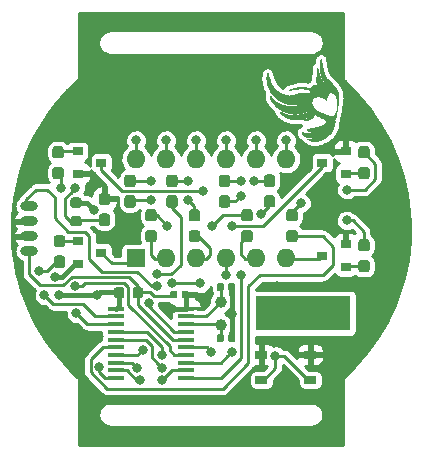
<source format=gbr>
G04 #@! TF.GenerationSoftware,KiCad,Pcbnew,5.99.0-unknown-r17001-43768b71*
G04 #@! TF.CreationDate,2019-11-05T19:13:06+01:00*
G04 #@! TF.ProjectId,ada-watch,6164612d-7761-4746-9368-2e6b69636164,rev?*
G04 #@! TF.SameCoordinates,Original*
G04 #@! TF.FileFunction,Copper,L1,Top*
G04 #@! TF.FilePolarity,Positive*
%FSLAX46Y46*%
G04 Gerber Fmt 4.6, Leading zero omitted, Abs format (unit mm)*
G04 Created by KiCad (PCBNEW 5.99.0-unknown-r17001-43768b71) date 2019-11-05 19:13:06*
%MOMM*%
%LPD*%
G04 APERTURE LIST*
%ADD10C,0.002475*%
%ADD11C,0.002385*%
%ADD12C,0.002469*%
%ADD13C,0.002872*%
%ADD14C,0.002613*%
%ADD15C,0.002372*%
%ADD16C,0.002312*%
%ADD17C,0.003591*%
%ADD18R,1.600000X1.600000*%
%ADD19O,1.600000X1.600000*%
%ADD20R,8.000000X3.000000*%
%ADD21C,1.000000*%
%ADD22R,1.450000X0.450000*%
%ADD23R,1.050000X0.650000*%
%ADD24R,0.900000X0.800000*%
%ADD25O,1.500000X0.800000*%
%ADD26C,0.800000*%
%ADD27C,0.250000*%
%ADD28C,0.400000*%
%ADD29C,0.254000*%
G04 APERTURE END LIST*
G36*
X157919381Y-91951971D02*
G01*
X157963747Y-91958418D01*
X158007231Y-91967180D01*
X158049816Y-91978118D01*
X158091488Y-91991090D01*
X158132233Y-92005958D01*
X158172036Y-92022581D01*
X158210882Y-92040820D01*
X158285647Y-92081586D01*
X158356410Y-92127137D01*
X158423056Y-92176353D01*
X158485467Y-92228116D01*
X158543527Y-92281308D01*
X158597119Y-92334810D01*
X158646126Y-92387502D01*
X158690433Y-92438267D01*
X158764474Y-92529537D01*
X158818310Y-92599672D01*
X158799319Y-92610745D01*
X158776481Y-92622288D01*
X158745547Y-92635796D01*
X158707117Y-92649734D01*
X158685279Y-92656387D01*
X158661792Y-92662573D01*
X158636730Y-92668102D01*
X158610170Y-92672781D01*
X158582186Y-92676420D01*
X158552852Y-92678827D01*
X158522245Y-92679810D01*
X158490439Y-92679178D01*
X158457508Y-92676740D01*
X158423529Y-92672304D01*
X158388575Y-92665679D01*
X158352722Y-92656674D01*
X158316045Y-92645096D01*
X158278619Y-92630755D01*
X158240519Y-92613459D01*
X158201820Y-92593016D01*
X158162596Y-92569236D01*
X158122923Y-92541927D01*
X158082876Y-92510897D01*
X158042530Y-92475955D01*
X158001959Y-92436910D01*
X157961239Y-92393569D01*
X157915134Y-92353601D01*
X157870833Y-92317930D01*
X157828314Y-92286357D01*
X157787555Y-92258683D01*
X157748534Y-92234711D01*
X157711228Y-92214241D01*
X157675616Y-92197075D01*
X157641673Y-92183015D01*
X157609379Y-92171861D01*
X157578711Y-92163416D01*
X157549646Y-92157480D01*
X157522162Y-92153855D01*
X157496237Y-92152343D01*
X157471848Y-92152744D01*
X157448973Y-92154862D01*
X157427590Y-92158495D01*
X157407676Y-92163448D01*
X157389209Y-92169519D01*
X157356525Y-92184227D01*
X157329361Y-92201031D01*
X157307537Y-92218342D01*
X157290875Y-92234571D01*
X157279194Y-92248130D01*
X157270065Y-92260884D01*
X157272324Y-92248273D01*
X157276302Y-92233751D01*
X157283204Y-92214853D01*
X157287992Y-92204023D01*
X157293800Y-92192408D01*
X157300724Y-92180114D01*
X157308859Y-92167243D01*
X157318303Y-92153899D01*
X157329151Y-92140185D01*
X157341499Y-92126204D01*
X157355444Y-92112061D01*
X157371081Y-92097857D01*
X157388507Y-92083698D01*
X157407818Y-92069686D01*
X157429110Y-92055924D01*
X157452480Y-92042517D01*
X157478023Y-92029567D01*
X157505835Y-92017178D01*
X157536013Y-92005453D01*
X157568654Y-91994496D01*
X157603852Y-91984410D01*
X157641704Y-91975298D01*
X157682307Y-91967265D01*
X157725756Y-91960412D01*
X157772148Y-91954845D01*
X157821579Y-91950666D01*
X157874145Y-91947978D01*
X157919381Y-91951971D01*
G37*
D10*
X157919381Y-91951971D02*
X157963747Y-91958418D01*
X158007231Y-91967180D01*
X158049816Y-91978118D01*
X158091488Y-91991090D01*
X158132233Y-92005958D01*
X158172036Y-92022581D01*
X158210882Y-92040820D01*
X158285647Y-92081586D01*
X158356410Y-92127137D01*
X158423056Y-92176353D01*
X158485467Y-92228116D01*
X158543527Y-92281308D01*
X158597119Y-92334810D01*
X158646126Y-92387502D01*
X158690433Y-92438267D01*
X158764474Y-92529537D01*
X158818310Y-92599672D01*
X158799319Y-92610745D01*
X158776481Y-92622288D01*
X158745547Y-92635796D01*
X158707117Y-92649734D01*
X158685279Y-92656387D01*
X158661792Y-92662573D01*
X158636730Y-92668102D01*
X158610170Y-92672781D01*
X158582186Y-92676420D01*
X158552852Y-92678827D01*
X158522245Y-92679810D01*
X158490439Y-92679178D01*
X158457508Y-92676740D01*
X158423529Y-92672304D01*
X158388575Y-92665679D01*
X158352722Y-92656674D01*
X158316045Y-92645096D01*
X158278619Y-92630755D01*
X158240519Y-92613459D01*
X158201820Y-92593016D01*
X158162596Y-92569236D01*
X158122923Y-92541927D01*
X158082876Y-92510897D01*
X158042530Y-92475955D01*
X158001959Y-92436910D01*
X157961239Y-92393569D01*
X157915134Y-92353601D01*
X157870833Y-92317930D01*
X157828314Y-92286357D01*
X157787555Y-92258683D01*
X157748534Y-92234711D01*
X157711228Y-92214241D01*
X157675616Y-92197075D01*
X157641673Y-92183015D01*
X157609379Y-92171861D01*
X157578711Y-92163416D01*
X157549646Y-92157480D01*
X157522162Y-92153855D01*
X157496237Y-92152343D01*
X157471848Y-92152744D01*
X157448973Y-92154862D01*
X157427590Y-92158495D01*
X157407676Y-92163448D01*
X157389209Y-92169519D01*
X157356525Y-92184227D01*
X157329361Y-92201031D01*
X157307537Y-92218342D01*
X157290875Y-92234571D01*
X157279194Y-92248130D01*
X157270065Y-92260884D01*
X157272324Y-92248273D01*
X157276302Y-92233751D01*
X157283204Y-92214853D01*
X157287992Y-92204023D01*
X157293800Y-92192408D01*
X157300724Y-92180114D01*
X157308859Y-92167243D01*
X157318303Y-92153899D01*
X157329151Y-92140185D01*
X157341499Y-92126204D01*
X157355444Y-92112061D01*
X157371081Y-92097857D01*
X157388507Y-92083698D01*
X157407818Y-92069686D01*
X157429110Y-92055924D01*
X157452480Y-92042517D01*
X157478023Y-92029567D01*
X157505835Y-92017178D01*
X157536013Y-92005453D01*
X157568654Y-91994496D01*
X157603852Y-91984410D01*
X157641704Y-91975298D01*
X157682307Y-91967265D01*
X157725756Y-91960412D01*
X157772148Y-91954845D01*
X157821579Y-91950666D01*
X157874145Y-91947978D01*
X157919381Y-91951971D01*
G36*
X157699386Y-92288237D02*
G01*
X157717901Y-92291182D01*
X157736039Y-92295709D01*
X157753751Y-92301650D01*
X157770992Y-92308838D01*
X157787713Y-92317105D01*
X157803867Y-92326284D01*
X157819408Y-92336205D01*
X157834288Y-92346703D01*
X157861877Y-92368753D01*
X157886256Y-92391094D01*
X157907049Y-92412382D01*
X157923878Y-92431275D01*
X157936366Y-92446432D01*
X157946809Y-92460168D01*
X157951213Y-92467425D01*
X157955737Y-92476238D01*
X157960937Y-92488276D01*
X157966159Y-92503368D01*
X157970747Y-92521339D01*
X157974049Y-92542017D01*
X157975409Y-92565231D01*
X157974173Y-92590806D01*
X157972378Y-92604425D01*
X157969688Y-92618570D01*
X157966023Y-92633218D01*
X157961299Y-92648350D01*
X157955436Y-92663942D01*
X157948352Y-92679973D01*
X157939964Y-92696423D01*
X157930192Y-92713268D01*
X157918952Y-92730488D01*
X157906165Y-92748060D01*
X157891747Y-92765964D01*
X157875617Y-92784178D01*
X157857693Y-92802679D01*
X157837894Y-92821448D01*
X157823460Y-92834291D01*
X157809402Y-92846236D01*
X157795725Y-92857316D01*
X157782434Y-92867563D01*
X157769534Y-92877008D01*
X157757032Y-92885684D01*
X157744933Y-92893623D01*
X157733241Y-92900858D01*
X157721963Y-92907419D01*
X157711104Y-92913340D01*
X157700670Y-92918652D01*
X157690664Y-92923388D01*
X157681095Y-92927579D01*
X157671965Y-92931259D01*
X157663282Y-92934458D01*
X157655050Y-92937210D01*
X157647275Y-92939546D01*
X157639963Y-92941498D01*
X157633118Y-92943099D01*
X157626746Y-92944381D01*
X157615443Y-92946115D01*
X157606099Y-92946957D01*
X157598755Y-92947164D01*
X157593455Y-92946994D01*
X157589164Y-92946550D01*
X157593603Y-92944961D01*
X157598219Y-92942861D01*
X157603603Y-92939788D01*
X157609134Y-92935666D01*
X157614188Y-92930419D01*
X157616342Y-92927350D01*
X157618145Y-92923970D01*
X157619517Y-92920271D01*
X157620381Y-92916243D01*
X157620659Y-92911876D01*
X157620275Y-92907161D01*
X157619149Y-92902089D01*
X157617205Y-92896649D01*
X157614364Y-92890832D01*
X157610549Y-92884629D01*
X157605681Y-92878029D01*
X157599684Y-92871025D01*
X157592479Y-92863605D01*
X157583989Y-92855760D01*
X157574136Y-92847482D01*
X157562842Y-92838760D01*
X157550029Y-92829584D01*
X157535620Y-92819946D01*
X157519536Y-92809835D01*
X157501701Y-92799242D01*
X157475816Y-92783575D01*
X157451828Y-92767671D01*
X157429667Y-92751579D01*
X157409262Y-92735347D01*
X157390543Y-92719022D01*
X157373438Y-92702654D01*
X157357878Y-92686290D01*
X157343793Y-92669978D01*
X157331110Y-92653766D01*
X157319761Y-92637703D01*
X157309674Y-92621836D01*
X157300778Y-92606214D01*
X157293005Y-92590885D01*
X157286282Y-92575898D01*
X157280539Y-92561299D01*
X157275707Y-92547137D01*
X157271713Y-92533461D01*
X157268488Y-92520319D01*
X157265962Y-92507758D01*
X157264063Y-92495827D01*
X157261867Y-92474047D01*
X157261335Y-92455363D01*
X157261903Y-92440161D01*
X157263007Y-92428826D01*
X157264568Y-92419296D01*
X157280474Y-92422813D01*
X157295762Y-92425670D01*
X157310440Y-92427902D01*
X157324515Y-92429545D01*
X157337994Y-92430635D01*
X157350884Y-92431208D01*
X157363194Y-92431301D01*
X157374931Y-92430949D01*
X157386101Y-92430189D01*
X157396713Y-92429055D01*
X157406773Y-92427585D01*
X157416290Y-92425814D01*
X157425270Y-92423779D01*
X157433721Y-92421515D01*
X157441651Y-92419058D01*
X157449066Y-92416445D01*
X157455975Y-92413711D01*
X157462384Y-92410893D01*
X157468301Y-92408025D01*
X157473734Y-92405146D01*
X157478690Y-92402289D01*
X157483175Y-92399493D01*
X157490767Y-92394221D01*
X157496569Y-92389620D01*
X157500639Y-92385977D01*
X157503825Y-92382716D01*
X157523525Y-92360612D01*
X157543319Y-92341768D01*
X157563159Y-92326016D01*
X157582999Y-92313189D01*
X157602792Y-92303117D01*
X157622489Y-92295635D01*
X157642044Y-92290573D01*
X157661410Y-92287765D01*
X157680540Y-92287042D01*
X157699386Y-92288237D01*
G37*
X157699386Y-92288237D02*
X157717901Y-92291182D01*
X157736039Y-92295709D01*
X157753751Y-92301650D01*
X157770992Y-92308838D01*
X157787713Y-92317105D01*
X157803867Y-92326284D01*
X157819408Y-92336205D01*
X157834288Y-92346703D01*
X157861877Y-92368753D01*
X157886256Y-92391094D01*
X157907049Y-92412382D01*
X157923878Y-92431275D01*
X157936366Y-92446432D01*
X157946809Y-92460168D01*
X157951213Y-92467425D01*
X157955737Y-92476238D01*
X157960937Y-92488276D01*
X157966159Y-92503368D01*
X157970747Y-92521339D01*
X157974049Y-92542017D01*
X157975409Y-92565231D01*
X157974173Y-92590806D01*
X157972378Y-92604425D01*
X157969688Y-92618570D01*
X157966023Y-92633218D01*
X157961299Y-92648350D01*
X157955436Y-92663942D01*
X157948352Y-92679973D01*
X157939964Y-92696423D01*
X157930192Y-92713268D01*
X157918952Y-92730488D01*
X157906165Y-92748060D01*
X157891747Y-92765964D01*
X157875617Y-92784178D01*
X157857693Y-92802679D01*
X157837894Y-92821448D01*
X157823460Y-92834291D01*
X157809402Y-92846236D01*
X157795725Y-92857316D01*
X157782434Y-92867563D01*
X157769534Y-92877008D01*
X157757032Y-92885684D01*
X157744933Y-92893623D01*
X157733241Y-92900858D01*
X157721963Y-92907419D01*
X157711104Y-92913340D01*
X157700670Y-92918652D01*
X157690664Y-92923388D01*
X157681095Y-92927579D01*
X157671965Y-92931259D01*
X157663282Y-92934458D01*
X157655050Y-92937210D01*
X157647275Y-92939546D01*
X157639963Y-92941498D01*
X157633118Y-92943099D01*
X157626746Y-92944381D01*
X157615443Y-92946115D01*
X157606099Y-92946957D01*
X157598755Y-92947164D01*
X157593455Y-92946994D01*
X157589164Y-92946550D01*
X157593603Y-92944961D01*
X157598219Y-92942861D01*
X157603603Y-92939788D01*
X157609134Y-92935666D01*
X157614188Y-92930419D01*
X157616342Y-92927350D01*
X157618145Y-92923970D01*
X157619517Y-92920271D01*
X157620381Y-92916243D01*
X157620659Y-92911876D01*
X157620275Y-92907161D01*
X157619149Y-92902089D01*
X157617205Y-92896649D01*
X157614364Y-92890832D01*
X157610549Y-92884629D01*
X157605681Y-92878029D01*
X157599684Y-92871025D01*
X157592479Y-92863605D01*
X157583989Y-92855760D01*
X157574136Y-92847482D01*
X157562842Y-92838760D01*
X157550029Y-92829584D01*
X157535620Y-92819946D01*
X157519536Y-92809835D01*
X157501701Y-92799242D01*
X157475816Y-92783575D01*
X157451828Y-92767671D01*
X157429667Y-92751579D01*
X157409262Y-92735347D01*
X157390543Y-92719022D01*
X157373438Y-92702654D01*
X157357878Y-92686290D01*
X157343793Y-92669978D01*
X157331110Y-92653766D01*
X157319761Y-92637703D01*
X157309674Y-92621836D01*
X157300778Y-92606214D01*
X157293005Y-92590885D01*
X157286282Y-92575898D01*
X157280539Y-92561299D01*
X157275707Y-92547137D01*
X157271713Y-92533461D01*
X157268488Y-92520319D01*
X157265962Y-92507758D01*
X157264063Y-92495827D01*
X157261867Y-92474047D01*
X157261335Y-92455363D01*
X157261903Y-92440161D01*
X157263007Y-92428826D01*
X157264568Y-92419296D01*
X157280474Y-92422813D01*
X157295762Y-92425670D01*
X157310440Y-92427902D01*
X157324515Y-92429545D01*
X157337994Y-92430635D01*
X157350884Y-92431208D01*
X157363194Y-92431301D01*
X157374931Y-92430949D01*
X157386101Y-92430189D01*
X157396713Y-92429055D01*
X157406773Y-92427585D01*
X157416290Y-92425814D01*
X157425270Y-92423779D01*
X157433721Y-92421515D01*
X157441651Y-92419058D01*
X157449066Y-92416445D01*
X157455975Y-92413711D01*
X157462384Y-92410893D01*
X157468301Y-92408025D01*
X157473734Y-92405146D01*
X157478690Y-92402289D01*
X157483175Y-92399493D01*
X157490767Y-92394221D01*
X157496569Y-92389620D01*
X157500639Y-92385977D01*
X157503825Y-92382716D01*
X157523525Y-92360612D01*
X157543319Y-92341768D01*
X157563159Y-92326016D01*
X157582999Y-92313189D01*
X157602792Y-92303117D01*
X157622489Y-92295635D01*
X157642044Y-92290573D01*
X157661410Y-92287765D01*
X157680540Y-92287042D01*
X157699386Y-92288237D01*
G36*
X158068765Y-92555506D02*
G01*
X158107954Y-92584854D01*
X158146686Y-92610946D01*
X158184911Y-92633939D01*
X158222579Y-92653984D01*
X158259638Y-92671237D01*
X158296037Y-92685851D01*
X158331728Y-92697980D01*
X158366657Y-92707777D01*
X158400776Y-92715396D01*
X158434033Y-92720992D01*
X158466378Y-92724718D01*
X158497759Y-92726727D01*
X158528127Y-92727175D01*
X158557431Y-92726213D01*
X158585620Y-92723997D01*
X158612644Y-92720680D01*
X158638451Y-92716416D01*
X158662991Y-92711359D01*
X158686214Y-92705662D01*
X158728505Y-92692965D01*
X158764918Y-92679556D01*
X158795048Y-92666665D01*
X158818491Y-92655524D01*
X158843691Y-92643408D01*
X158822394Y-92662362D01*
X158802137Y-92682306D01*
X158782897Y-92703134D01*
X158764649Y-92724742D01*
X158747370Y-92747027D01*
X158731036Y-92769883D01*
X158715623Y-92793206D01*
X158701107Y-92816893D01*
X158687464Y-92840838D01*
X158674670Y-92864938D01*
X158651536Y-92913184D01*
X158631511Y-92960796D01*
X158614406Y-93006939D01*
X158600029Y-93050780D01*
X158588189Y-93091482D01*
X158578695Y-93128212D01*
X158571356Y-93160136D01*
X158562377Y-93206224D01*
X158559724Y-93223071D01*
X158514033Y-93185616D01*
X158468653Y-93151464D01*
X158423659Y-93120475D01*
X158379125Y-93092512D01*
X158335126Y-93067436D01*
X158291738Y-93045108D01*
X158249034Y-93025389D01*
X158207089Y-93008142D01*
X158165979Y-92993227D01*
X158125778Y-92980505D01*
X158086560Y-92969839D01*
X158048400Y-92961089D01*
X158011374Y-92954117D01*
X157975555Y-92948784D01*
X157941019Y-92944953D01*
X157907840Y-92942483D01*
X157876093Y-92941237D01*
X157845853Y-92941075D01*
X157790191Y-92943453D01*
X157741452Y-92948507D01*
X157700235Y-92955128D01*
X157667136Y-92962209D01*
X157642754Y-92968639D01*
X157622531Y-92975114D01*
X157662184Y-92961992D01*
X157699186Y-92947886D01*
X157733626Y-92932889D01*
X157765597Y-92917091D01*
X157795190Y-92900585D01*
X157822496Y-92883463D01*
X157847606Y-92865815D01*
X157870613Y-92847735D01*
X157891607Y-92829315D01*
X157910680Y-92810645D01*
X157927924Y-92791817D01*
X157943428Y-92772924D01*
X157957286Y-92754058D01*
X157969588Y-92735310D01*
X157980426Y-92716772D01*
X157989890Y-92698535D01*
X157998073Y-92680693D01*
X158005066Y-92663336D01*
X158010961Y-92646556D01*
X158015847Y-92630446D01*
X158022964Y-92600601D01*
X158027147Y-92574534D01*
X158029129Y-92552981D01*
X158029639Y-92536676D01*
X158029170Y-92522751D01*
X158068765Y-92555506D01*
G37*
X158068765Y-92555506D02*
X158107954Y-92584854D01*
X158146686Y-92610946D01*
X158184911Y-92633939D01*
X158222579Y-92653984D01*
X158259638Y-92671237D01*
X158296037Y-92685851D01*
X158331728Y-92697980D01*
X158366657Y-92707777D01*
X158400776Y-92715396D01*
X158434033Y-92720992D01*
X158466378Y-92724718D01*
X158497759Y-92726727D01*
X158528127Y-92727175D01*
X158557431Y-92726213D01*
X158585620Y-92723997D01*
X158612644Y-92720680D01*
X158638451Y-92716416D01*
X158662991Y-92711359D01*
X158686214Y-92705662D01*
X158728505Y-92692965D01*
X158764918Y-92679556D01*
X158795048Y-92666665D01*
X158818491Y-92655524D01*
X158843691Y-92643408D01*
X158822394Y-92662362D01*
X158802137Y-92682306D01*
X158782897Y-92703134D01*
X158764649Y-92724742D01*
X158747370Y-92747027D01*
X158731036Y-92769883D01*
X158715623Y-92793206D01*
X158701107Y-92816893D01*
X158687464Y-92840838D01*
X158674670Y-92864938D01*
X158651536Y-92913184D01*
X158631511Y-92960796D01*
X158614406Y-93006939D01*
X158600029Y-93050780D01*
X158588189Y-93091482D01*
X158578695Y-93128212D01*
X158571356Y-93160136D01*
X158562377Y-93206224D01*
X158559724Y-93223071D01*
X158514033Y-93185616D01*
X158468653Y-93151464D01*
X158423659Y-93120475D01*
X158379125Y-93092512D01*
X158335126Y-93067436D01*
X158291738Y-93045108D01*
X158249034Y-93025389D01*
X158207089Y-93008142D01*
X158165979Y-92993227D01*
X158125778Y-92980505D01*
X158086560Y-92969839D01*
X158048400Y-92961089D01*
X158011374Y-92954117D01*
X157975555Y-92948784D01*
X157941019Y-92944953D01*
X157907840Y-92942483D01*
X157876093Y-92941237D01*
X157845853Y-92941075D01*
X157790191Y-92943453D01*
X157741452Y-92948507D01*
X157700235Y-92955128D01*
X157667136Y-92962209D01*
X157642754Y-92968639D01*
X157622531Y-92975114D01*
X157662184Y-92961992D01*
X157699186Y-92947886D01*
X157733626Y-92932889D01*
X157765597Y-92917091D01*
X157795190Y-92900585D01*
X157822496Y-92883463D01*
X157847606Y-92865815D01*
X157870613Y-92847735D01*
X157891607Y-92829315D01*
X157910680Y-92810645D01*
X157927924Y-92791817D01*
X157943428Y-92772924D01*
X157957286Y-92754058D01*
X157969588Y-92735310D01*
X157980426Y-92716772D01*
X157989890Y-92698535D01*
X157998073Y-92680693D01*
X158005066Y-92663336D01*
X158010961Y-92646556D01*
X158015847Y-92630446D01*
X158022964Y-92600601D01*
X158027147Y-92574534D01*
X158029129Y-92552981D01*
X158029639Y-92536676D01*
X158029170Y-92522751D01*
X158068765Y-92555506D01*
G36*
X157485912Y-92198235D02*
G01*
X157495802Y-92198895D01*
X157505280Y-92200098D01*
X157514305Y-92201756D01*
X157522838Y-92203782D01*
X157530838Y-92206090D01*
X157545083Y-92211199D01*
X157556718Y-92216386D01*
X157565425Y-92220954D01*
X157572774Y-92225445D01*
X157560228Y-92249464D01*
X157547638Y-92271189D01*
X157535033Y-92290721D01*
X157528734Y-92299696D01*
X157522443Y-92308160D01*
X157516162Y-92316126D01*
X157509896Y-92323607D01*
X157503648Y-92330614D01*
X157497421Y-92337161D01*
X157491220Y-92343260D01*
X157485048Y-92348924D01*
X157478908Y-92354165D01*
X157472805Y-92358996D01*
X157460721Y-92367477D01*
X157448825Y-92374467D01*
X157437147Y-92380068D01*
X157425715Y-92384379D01*
X157414558Y-92387501D01*
X157403705Y-92389534D01*
X157393185Y-92390579D01*
X157383028Y-92390736D01*
X157373261Y-92390106D01*
X157363915Y-92388788D01*
X157355018Y-92386884D01*
X157346598Y-92384494D01*
X157338686Y-92381718D01*
X157331310Y-92378656D01*
X157324498Y-92375409D01*
X157318281Y-92372078D01*
X157307744Y-92365564D01*
X157299930Y-92359916D01*
X157293401Y-92354434D01*
X157304188Y-92332541D01*
X157315243Y-92312672D01*
X157326524Y-92294739D01*
X157337992Y-92278656D01*
X157349607Y-92264336D01*
X157361329Y-92251690D01*
X157373119Y-92240633D01*
X157384935Y-92231077D01*
X157396739Y-92222934D01*
X157408490Y-92216119D01*
X157420148Y-92210542D01*
X157431673Y-92206118D01*
X157443026Y-92202760D01*
X157454167Y-92200379D01*
X157465054Y-92198890D01*
X157475649Y-92198204D01*
X157485912Y-92198235D01*
G37*
D11*
X157485912Y-92198235D02*
X157495802Y-92198895D01*
X157505280Y-92200098D01*
X157514305Y-92201756D01*
X157522838Y-92203782D01*
X157530838Y-92206090D01*
X157545083Y-92211199D01*
X157556718Y-92216386D01*
X157565425Y-92220954D01*
X157572774Y-92225445D01*
X157560228Y-92249464D01*
X157547638Y-92271189D01*
X157535033Y-92290721D01*
X157528734Y-92299696D01*
X157522443Y-92308160D01*
X157516162Y-92316126D01*
X157509896Y-92323607D01*
X157503648Y-92330614D01*
X157497421Y-92337161D01*
X157491220Y-92343260D01*
X157485048Y-92348924D01*
X157478908Y-92354165D01*
X157472805Y-92358996D01*
X157460721Y-92367477D01*
X157448825Y-92374467D01*
X157437147Y-92380068D01*
X157425715Y-92384379D01*
X157414558Y-92387501D01*
X157403705Y-92389534D01*
X157393185Y-92390579D01*
X157383028Y-92390736D01*
X157373261Y-92390106D01*
X157363915Y-92388788D01*
X157355018Y-92386884D01*
X157346598Y-92384494D01*
X157338686Y-92381718D01*
X157331310Y-92378656D01*
X157324498Y-92375409D01*
X157318281Y-92372078D01*
X157307744Y-92365564D01*
X157299930Y-92359916D01*
X157293401Y-92354434D01*
X157304188Y-92332541D01*
X157315243Y-92312672D01*
X157326524Y-92294739D01*
X157337992Y-92278656D01*
X157349607Y-92264336D01*
X157361329Y-92251690D01*
X157373119Y-92240633D01*
X157384935Y-92231077D01*
X157396739Y-92222934D01*
X157408490Y-92216119D01*
X157420148Y-92210542D01*
X157431673Y-92206118D01*
X157443026Y-92202760D01*
X157454167Y-92200379D01*
X157465054Y-92198890D01*
X157475649Y-92198204D01*
X157485912Y-92198235D01*
G36*
X157383017Y-92271281D02*
G01*
X157384526Y-92271408D01*
X157386027Y-92271615D01*
X157387516Y-92271903D01*
X157388991Y-92272268D01*
X157390449Y-92272709D01*
X157391889Y-92273225D01*
X157393307Y-92273814D01*
X157394702Y-92274475D01*
X157396071Y-92275206D01*
X157397410Y-92276006D01*
X157398719Y-92276873D01*
X157399994Y-92277805D01*
X157401233Y-92278801D01*
X157402434Y-92279859D01*
X157403593Y-92280979D01*
X157404710Y-92282157D01*
X157405780Y-92283394D01*
X157406802Y-92284686D01*
X157407774Y-92286034D01*
X157408692Y-92287434D01*
X157409555Y-92288886D01*
X157410359Y-92290388D01*
X157411103Y-92291939D01*
X157411784Y-92293536D01*
X157412399Y-92295179D01*
X157412947Y-92296866D01*
X157413419Y-92298575D01*
X157413809Y-92300284D01*
X157414120Y-92301990D01*
X157414352Y-92303689D01*
X157414506Y-92305380D01*
X157414583Y-92307060D01*
X157414586Y-92308726D01*
X157414515Y-92310376D01*
X157414155Y-92313616D01*
X157413513Y-92316760D01*
X157412600Y-92319786D01*
X157412044Y-92321249D01*
X157411424Y-92322674D01*
X157410741Y-92324060D01*
X157409996Y-92325404D01*
X157409190Y-92326702D01*
X157408324Y-92327953D01*
X157407400Y-92329153D01*
X157406419Y-92330301D01*
X157405383Y-92331394D01*
X157404291Y-92332429D01*
X157403146Y-92333403D01*
X157401948Y-92334313D01*
X157400700Y-92335158D01*
X157399401Y-92335935D01*
X157398054Y-92336641D01*
X157396659Y-92337273D01*
X157395218Y-92337829D01*
X157393732Y-92338306D01*
X157392220Y-92338697D01*
X157390702Y-92338998D01*
X157389181Y-92339210D01*
X157387659Y-92339336D01*
X157386139Y-92339375D01*
X157384623Y-92339331D01*
X157383114Y-92339204D01*
X157381613Y-92338996D01*
X157380124Y-92338709D01*
X157378649Y-92338344D01*
X157377190Y-92337903D01*
X157375751Y-92337386D01*
X157374332Y-92336797D01*
X157372937Y-92336136D01*
X157371569Y-92335405D01*
X157370229Y-92334605D01*
X157368920Y-92333738D01*
X157367644Y-92332806D01*
X157366405Y-92331809D01*
X157365204Y-92330750D01*
X157364044Y-92329631D01*
X157362927Y-92328452D01*
X157361856Y-92327215D01*
X157360834Y-92325922D01*
X157359862Y-92324574D01*
X157358943Y-92323173D01*
X157358080Y-92321720D01*
X157357274Y-92320218D01*
X157356530Y-92318667D01*
X157355848Y-92317068D01*
X157355232Y-92315425D01*
X157354683Y-92313737D01*
X157354211Y-92312028D01*
X157353821Y-92310320D01*
X157353510Y-92308615D01*
X157353279Y-92306916D01*
X157353125Y-92305226D01*
X157353047Y-92303546D01*
X157353045Y-92301881D01*
X157353117Y-92300231D01*
X157353261Y-92298601D01*
X157353478Y-92296992D01*
X157354120Y-92293849D01*
X157355034Y-92290823D01*
X157355591Y-92289361D01*
X157356211Y-92287935D01*
X157356895Y-92286550D01*
X157357640Y-92285207D01*
X157358447Y-92283908D01*
X157359312Y-92282658D01*
X157360237Y-92281457D01*
X157361218Y-92280309D01*
X157362255Y-92279217D01*
X157363347Y-92278182D01*
X157364493Y-92277208D01*
X157365690Y-92276297D01*
X157366939Y-92275452D01*
X157368238Y-92274676D01*
X157369585Y-92273970D01*
X157370980Y-92273338D01*
X157372421Y-92272782D01*
X157373908Y-92272305D01*
X157375420Y-92271914D01*
X157376938Y-92271613D01*
X157378459Y-92271401D01*
X157379981Y-92271276D01*
X157381501Y-92271236D01*
X157383017Y-92271281D01*
G37*
D12*
X157383017Y-92271281D02*
X157384526Y-92271408D01*
X157386027Y-92271615D01*
X157387516Y-92271903D01*
X157388991Y-92272268D01*
X157390449Y-92272709D01*
X157391889Y-92273225D01*
X157393307Y-92273814D01*
X157394702Y-92274475D01*
X157396071Y-92275206D01*
X157397410Y-92276006D01*
X157398719Y-92276873D01*
X157399994Y-92277805D01*
X157401233Y-92278801D01*
X157402434Y-92279859D01*
X157403593Y-92280979D01*
X157404710Y-92282157D01*
X157405780Y-92283394D01*
X157406802Y-92284686D01*
X157407774Y-92286034D01*
X157408692Y-92287434D01*
X157409555Y-92288886D01*
X157410359Y-92290388D01*
X157411103Y-92291939D01*
X157411784Y-92293536D01*
X157412399Y-92295179D01*
X157412947Y-92296866D01*
X157413419Y-92298575D01*
X157413809Y-92300284D01*
X157414120Y-92301990D01*
X157414352Y-92303689D01*
X157414506Y-92305380D01*
X157414583Y-92307060D01*
X157414586Y-92308726D01*
X157414515Y-92310376D01*
X157414155Y-92313616D01*
X157413513Y-92316760D01*
X157412600Y-92319786D01*
X157412044Y-92321249D01*
X157411424Y-92322674D01*
X157410741Y-92324060D01*
X157409996Y-92325404D01*
X157409190Y-92326702D01*
X157408324Y-92327953D01*
X157407400Y-92329153D01*
X157406419Y-92330301D01*
X157405383Y-92331394D01*
X157404291Y-92332429D01*
X157403146Y-92333403D01*
X157401948Y-92334313D01*
X157400700Y-92335158D01*
X157399401Y-92335935D01*
X157398054Y-92336641D01*
X157396659Y-92337273D01*
X157395218Y-92337829D01*
X157393732Y-92338306D01*
X157392220Y-92338697D01*
X157390702Y-92338998D01*
X157389181Y-92339210D01*
X157387659Y-92339336D01*
X157386139Y-92339375D01*
X157384623Y-92339331D01*
X157383114Y-92339204D01*
X157381613Y-92338996D01*
X157380124Y-92338709D01*
X157378649Y-92338344D01*
X157377190Y-92337903D01*
X157375751Y-92337386D01*
X157374332Y-92336797D01*
X157372937Y-92336136D01*
X157371569Y-92335405D01*
X157370229Y-92334605D01*
X157368920Y-92333738D01*
X157367644Y-92332806D01*
X157366405Y-92331809D01*
X157365204Y-92330750D01*
X157364044Y-92329631D01*
X157362927Y-92328452D01*
X157361856Y-92327215D01*
X157360834Y-92325922D01*
X157359862Y-92324574D01*
X157358943Y-92323173D01*
X157358080Y-92321720D01*
X157357274Y-92320218D01*
X157356530Y-92318667D01*
X157355848Y-92317068D01*
X157355232Y-92315425D01*
X157354683Y-92313737D01*
X157354211Y-92312028D01*
X157353821Y-92310320D01*
X157353510Y-92308615D01*
X157353279Y-92306916D01*
X157353125Y-92305226D01*
X157353047Y-92303546D01*
X157353045Y-92301881D01*
X157353117Y-92300231D01*
X157353261Y-92298601D01*
X157353478Y-92296992D01*
X157354120Y-92293849D01*
X157355034Y-92290823D01*
X157355591Y-92289361D01*
X157356211Y-92287935D01*
X157356895Y-92286550D01*
X157357640Y-92285207D01*
X157358447Y-92283908D01*
X157359312Y-92282658D01*
X157360237Y-92281457D01*
X157361218Y-92280309D01*
X157362255Y-92279217D01*
X157363347Y-92278182D01*
X157364493Y-92277208D01*
X157365690Y-92276297D01*
X157366939Y-92275452D01*
X157368238Y-92274676D01*
X157369585Y-92273970D01*
X157370980Y-92273338D01*
X157372421Y-92272782D01*
X157373908Y-92272305D01*
X157375420Y-92271914D01*
X157376938Y-92271613D01*
X157378459Y-92271401D01*
X157379981Y-92271276D01*
X157381501Y-92271236D01*
X157383017Y-92271281D01*
G36*
X158150822Y-89793093D02*
G01*
X158156604Y-89799693D01*
X158162106Y-89809669D01*
X158172261Y-89838143D01*
X158181274Y-89875301D01*
X158189131Y-89917931D01*
X158201320Y-90006752D01*
X158211205Y-90108657D01*
X158236269Y-90279092D01*
X158270346Y-90460947D01*
X158293571Y-90566938D01*
X158321227Y-90679505D01*
X158353542Y-90796051D01*
X158390744Y-90913975D01*
X158433063Y-91030679D01*
X158480728Y-91143565D01*
X158506636Y-91197763D01*
X158533967Y-91250032D01*
X158562748Y-91300046D01*
X158593009Y-91347482D01*
X158624778Y-91392013D01*
X158658084Y-91433316D01*
X158692955Y-91471065D01*
X158729420Y-91504935D01*
X158907670Y-91668109D01*
X159063361Y-91823299D01*
X159133105Y-91898362D01*
X159197642Y-91971981D01*
X159257113Y-92044341D01*
X159311665Y-92115628D01*
X159361439Y-92186024D01*
X159406581Y-92255714D01*
X159447234Y-92324883D01*
X159483543Y-92393714D01*
X159515650Y-92462393D01*
X159543700Y-92531103D01*
X159567837Y-92600029D01*
X159588205Y-92669355D01*
X159604947Y-92739265D01*
X159618208Y-92809944D01*
X159628131Y-92881575D01*
X159634861Y-92954344D01*
X159638541Y-93028434D01*
X159639316Y-93104030D01*
X159632723Y-93260476D01*
X159616233Y-93425157D01*
X159590999Y-93599547D01*
X159558171Y-93785120D01*
X159518901Y-93983351D01*
X159527045Y-93758782D01*
X159528370Y-93652085D01*
X159527133Y-93549148D01*
X159522784Y-93449997D01*
X159514774Y-93354660D01*
X159502555Y-93263162D01*
X159485578Y-93175530D01*
X159463293Y-93091791D01*
X159435152Y-93011970D01*
X159400605Y-92936095D01*
X159359104Y-92864191D01*
X159335574Y-92829737D01*
X159310100Y-92796286D01*
X159282613Y-92763840D01*
X159253044Y-92732405D01*
X159221324Y-92701982D01*
X159187386Y-92672575D01*
X159151161Y-92644187D01*
X159112579Y-92616822D01*
X158905147Y-92373379D01*
X158801258Y-92243904D01*
X158698955Y-92109351D01*
X158599518Y-91969787D01*
X158504223Y-91825282D01*
X158414349Y-91675904D01*
X158331173Y-91521720D01*
X158255973Y-91362800D01*
X158190025Y-91199211D01*
X158160921Y-91115687D01*
X158134609Y-91031021D01*
X158111250Y-90945223D01*
X158091002Y-90858299D01*
X158074025Y-90770260D01*
X158060480Y-90681114D01*
X158050526Y-90590869D01*
X158044323Y-90499533D01*
X158042030Y-90407115D01*
X158043807Y-90313624D01*
X158049814Y-90219069D01*
X158060210Y-90123457D01*
X158077969Y-90001160D01*
X158094685Y-89910042D01*
X158110341Y-89846890D01*
X158117769Y-89824797D01*
X158124926Y-89808491D01*
X158131812Y-89797568D01*
X158138424Y-89791629D01*
X158144762Y-89790271D01*
X158150822Y-89793093D01*
G37*
D10*
X158150822Y-89793093D02*
X158156604Y-89799693D01*
X158162106Y-89809669D01*
X158172261Y-89838143D01*
X158181274Y-89875301D01*
X158189131Y-89917931D01*
X158201320Y-90006752D01*
X158211205Y-90108657D01*
X158236269Y-90279092D01*
X158270346Y-90460947D01*
X158293571Y-90566938D01*
X158321227Y-90679505D01*
X158353542Y-90796051D01*
X158390744Y-90913975D01*
X158433063Y-91030679D01*
X158480728Y-91143565D01*
X158506636Y-91197763D01*
X158533967Y-91250032D01*
X158562748Y-91300046D01*
X158593009Y-91347482D01*
X158624778Y-91392013D01*
X158658084Y-91433316D01*
X158692955Y-91471065D01*
X158729420Y-91504935D01*
X158907670Y-91668109D01*
X159063361Y-91823299D01*
X159133105Y-91898362D01*
X159197642Y-91971981D01*
X159257113Y-92044341D01*
X159311665Y-92115628D01*
X159361439Y-92186024D01*
X159406581Y-92255714D01*
X159447234Y-92324883D01*
X159483543Y-92393714D01*
X159515650Y-92462393D01*
X159543700Y-92531103D01*
X159567837Y-92600029D01*
X159588205Y-92669355D01*
X159604947Y-92739265D01*
X159618208Y-92809944D01*
X159628131Y-92881575D01*
X159634861Y-92954344D01*
X159638541Y-93028434D01*
X159639316Y-93104030D01*
X159632723Y-93260476D01*
X159616233Y-93425157D01*
X159590999Y-93599547D01*
X159558171Y-93785120D01*
X159518901Y-93983351D01*
X159527045Y-93758782D01*
X159528370Y-93652085D01*
X159527133Y-93549148D01*
X159522784Y-93449997D01*
X159514774Y-93354660D01*
X159502555Y-93263162D01*
X159485578Y-93175530D01*
X159463293Y-93091791D01*
X159435152Y-93011970D01*
X159400605Y-92936095D01*
X159359104Y-92864191D01*
X159335574Y-92829737D01*
X159310100Y-92796286D01*
X159282613Y-92763840D01*
X159253044Y-92732405D01*
X159221324Y-92701982D01*
X159187386Y-92672575D01*
X159151161Y-92644187D01*
X159112579Y-92616822D01*
X158905147Y-92373379D01*
X158801258Y-92243904D01*
X158698955Y-92109351D01*
X158599518Y-91969787D01*
X158504223Y-91825282D01*
X158414349Y-91675904D01*
X158331173Y-91521720D01*
X158255973Y-91362800D01*
X158190025Y-91199211D01*
X158160921Y-91115687D01*
X158134609Y-91031021D01*
X158111250Y-90945223D01*
X158091002Y-90858299D01*
X158074025Y-90770260D01*
X158060480Y-90681114D01*
X158050526Y-90590869D01*
X158044323Y-90499533D01*
X158042030Y-90407115D01*
X158043807Y-90313624D01*
X158049814Y-90219069D01*
X158060210Y-90123457D01*
X158077969Y-90001160D01*
X158094685Y-89910042D01*
X158110341Y-89846890D01*
X158117769Y-89824797D01*
X158124926Y-89808491D01*
X158131812Y-89797568D01*
X158138424Y-89791629D01*
X158144762Y-89790271D01*
X158150822Y-89793093D01*
G36*
X157820254Y-90524799D02*
G01*
X157825102Y-90527972D01*
X157830081Y-90533597D01*
X157840261Y-90552010D01*
X157850458Y-90579648D01*
X157860337Y-90616122D01*
X157869562Y-90661042D01*
X157898416Y-90779809D01*
X157936174Y-90910913D01*
X157961379Y-90989334D01*
X157990988Y-91074406D01*
X158025143Y-91164683D01*
X158063984Y-91258718D01*
X158107652Y-91355065D01*
X158156288Y-91452278D01*
X158210033Y-91548912D01*
X158238866Y-91596559D01*
X158269028Y-91643519D01*
X158300538Y-91689611D01*
X158333413Y-91734654D01*
X158367671Y-91778468D01*
X158403330Y-91820871D01*
X158534172Y-91971293D01*
X158628484Y-92081183D01*
X158697408Y-92163437D01*
X158752087Y-92230948D01*
X158863279Y-92373318D01*
X158942078Y-92473966D01*
X159051201Y-92611449D01*
X159049345Y-92610044D01*
X159046937Y-92608516D01*
X159043466Y-92606640D01*
X159041314Y-92605619D01*
X159038875Y-92604568D01*
X159036140Y-92603506D01*
X159033104Y-92602452D01*
X159029758Y-92601425D01*
X159026096Y-92600444D01*
X159022110Y-92599528D01*
X159017794Y-92598696D01*
X159013139Y-92597967D01*
X159008138Y-92597360D01*
X159002785Y-92596893D01*
X158997073Y-92596587D01*
X158990993Y-92596459D01*
X158984539Y-92596530D01*
X158977703Y-92596817D01*
X158970478Y-92597341D01*
X158962858Y-92598119D01*
X158954834Y-92599171D01*
X158946399Y-92600516D01*
X158937547Y-92602173D01*
X158928270Y-92604160D01*
X158918560Y-92606498D01*
X158908412Y-92609204D01*
X158897816Y-92612298D01*
X158844241Y-92536233D01*
X158782828Y-92455230D01*
X158745087Y-92408092D01*
X158703272Y-92358094D01*
X158657847Y-92306410D01*
X158609275Y-92254213D01*
X158558019Y-92202675D01*
X158504542Y-92152971D01*
X158449308Y-92106273D01*
X158421176Y-92084418D01*
X158392778Y-92063754D01*
X158364173Y-92044429D01*
X158335417Y-92026589D01*
X158306569Y-92010380D01*
X158277687Y-91995949D01*
X158260977Y-91978115D01*
X158216409Y-91927465D01*
X158186287Y-91891172D01*
X158152330Y-91848279D01*
X158115582Y-91799322D01*
X158077085Y-91744835D01*
X158037884Y-91685354D01*
X157999020Y-91621413D01*
X157980040Y-91587937D01*
X157961537Y-91553547D01*
X157943640Y-91518310D01*
X157926479Y-91482292D01*
X157910185Y-91445560D01*
X157894888Y-91408181D01*
X157880719Y-91370223D01*
X157867808Y-91331751D01*
X157856285Y-91292833D01*
X157846281Y-91253535D01*
X157837927Y-91213925D01*
X157831352Y-91174069D01*
X157815163Y-91051383D01*
X157803017Y-90942597D01*
X157794577Y-90847324D01*
X157789509Y-90765173D01*
X157787477Y-90695754D01*
X157788145Y-90638677D01*
X157791178Y-90593554D01*
X157796241Y-90559994D01*
X157802998Y-90537608D01*
X157806907Y-90530484D01*
X157811114Y-90526007D01*
X157815577Y-90524128D01*
X157820254Y-90524799D01*
G37*
X157820254Y-90524799D02*
X157825102Y-90527972D01*
X157830081Y-90533597D01*
X157840261Y-90552010D01*
X157850458Y-90579648D01*
X157860337Y-90616122D01*
X157869562Y-90661042D01*
X157898416Y-90779809D01*
X157936174Y-90910913D01*
X157961379Y-90989334D01*
X157990988Y-91074406D01*
X158025143Y-91164683D01*
X158063984Y-91258718D01*
X158107652Y-91355065D01*
X158156288Y-91452278D01*
X158210033Y-91548912D01*
X158238866Y-91596559D01*
X158269028Y-91643519D01*
X158300538Y-91689611D01*
X158333413Y-91734654D01*
X158367671Y-91778468D01*
X158403330Y-91820871D01*
X158534172Y-91971293D01*
X158628484Y-92081183D01*
X158697408Y-92163437D01*
X158752087Y-92230948D01*
X158863279Y-92373318D01*
X158942078Y-92473966D01*
X159051201Y-92611449D01*
X159049345Y-92610044D01*
X159046937Y-92608516D01*
X159043466Y-92606640D01*
X159041314Y-92605619D01*
X159038875Y-92604568D01*
X159036140Y-92603506D01*
X159033104Y-92602452D01*
X159029758Y-92601425D01*
X159026096Y-92600444D01*
X159022110Y-92599528D01*
X159017794Y-92598696D01*
X159013139Y-92597967D01*
X159008138Y-92597360D01*
X159002785Y-92596893D01*
X158997073Y-92596587D01*
X158990993Y-92596459D01*
X158984539Y-92596530D01*
X158977703Y-92596817D01*
X158970478Y-92597341D01*
X158962858Y-92598119D01*
X158954834Y-92599171D01*
X158946399Y-92600516D01*
X158937547Y-92602173D01*
X158928270Y-92604160D01*
X158918560Y-92606498D01*
X158908412Y-92609204D01*
X158897816Y-92612298D01*
X158844241Y-92536233D01*
X158782828Y-92455230D01*
X158745087Y-92408092D01*
X158703272Y-92358094D01*
X158657847Y-92306410D01*
X158609275Y-92254213D01*
X158558019Y-92202675D01*
X158504542Y-92152971D01*
X158449308Y-92106273D01*
X158421176Y-92084418D01*
X158392778Y-92063754D01*
X158364173Y-92044429D01*
X158335417Y-92026589D01*
X158306569Y-92010380D01*
X158277687Y-91995949D01*
X158260977Y-91978115D01*
X158216409Y-91927465D01*
X158186287Y-91891172D01*
X158152330Y-91848279D01*
X158115582Y-91799322D01*
X158077085Y-91744835D01*
X158037884Y-91685354D01*
X157999020Y-91621413D01*
X157980040Y-91587937D01*
X157961537Y-91553547D01*
X157943640Y-91518310D01*
X157926479Y-91482292D01*
X157910185Y-91445560D01*
X157894888Y-91408181D01*
X157880719Y-91370223D01*
X157867808Y-91331751D01*
X157856285Y-91292833D01*
X157846281Y-91253535D01*
X157837927Y-91213925D01*
X157831352Y-91174069D01*
X157815163Y-91051383D01*
X157803017Y-90942597D01*
X157794577Y-90847324D01*
X157789509Y-90765173D01*
X157787477Y-90695754D01*
X157788145Y-90638677D01*
X157791178Y-90593554D01*
X157796241Y-90559994D01*
X157802998Y-90537608D01*
X157806907Y-90530484D01*
X157811114Y-90526007D01*
X157815577Y-90524128D01*
X157820254Y-90524799D01*
G36*
X157747759Y-91279806D02*
G01*
X157750482Y-91281426D01*
X157753318Y-91284094D01*
X157756271Y-91287797D01*
X157759350Y-91292519D01*
X157765905Y-91304960D01*
X157773035Y-91321297D01*
X157780788Y-91341409D01*
X157798370Y-91392476D01*
X157819054Y-91457196D01*
X157823121Y-91468086D01*
X157828907Y-91480509D01*
X157845150Y-91509459D01*
X157866815Y-91543063D01*
X157892931Y-91580334D01*
X157922529Y-91620287D01*
X157954639Y-91661936D01*
X158022521Y-91746380D01*
X158088818Y-91825784D01*
X158145776Y-91892262D01*
X158200650Y-91954905D01*
X158179599Y-91948529D01*
X158155454Y-91941727D01*
X158124154Y-91933553D01*
X158087146Y-91924785D01*
X158045875Y-91916203D01*
X158001785Y-91908585D01*
X157979134Y-91905380D01*
X157956321Y-91902708D01*
X157939463Y-91899776D01*
X157923287Y-91894642D01*
X157907787Y-91887440D01*
X157892954Y-91878303D01*
X157878782Y-91867363D01*
X157865261Y-91854753D01*
X157852386Y-91840605D01*
X157840148Y-91825054D01*
X157828540Y-91808230D01*
X157817554Y-91790268D01*
X157797417Y-91751459D01*
X157779678Y-91709688D01*
X157764275Y-91666018D01*
X157751148Y-91621510D01*
X157740235Y-91577228D01*
X157731476Y-91534233D01*
X157724810Y-91493588D01*
X157720177Y-91456356D01*
X157717516Y-91423598D01*
X157716765Y-91396376D01*
X157717864Y-91375754D01*
X157721521Y-91347707D01*
X157725299Y-91324641D01*
X157729248Y-91306436D01*
X157733418Y-91292970D01*
X157735601Y-91287977D01*
X157737859Y-91284124D01*
X157740198Y-91281395D01*
X157742623Y-91279776D01*
X157745141Y-91279252D01*
X157747759Y-91279806D01*
G37*
D13*
X157747759Y-91279806D02*
X157750482Y-91281426D01*
X157753318Y-91284094D01*
X157756271Y-91287797D01*
X157759350Y-91292519D01*
X157765905Y-91304960D01*
X157773035Y-91321297D01*
X157780788Y-91341409D01*
X157798370Y-91392476D01*
X157819054Y-91457196D01*
X157823121Y-91468086D01*
X157828907Y-91480509D01*
X157845150Y-91509459D01*
X157866815Y-91543063D01*
X157892931Y-91580334D01*
X157922529Y-91620287D01*
X157954639Y-91661936D01*
X158022521Y-91746380D01*
X158088818Y-91825784D01*
X158145776Y-91892262D01*
X158200650Y-91954905D01*
X158179599Y-91948529D01*
X158155454Y-91941727D01*
X158124154Y-91933553D01*
X158087146Y-91924785D01*
X158045875Y-91916203D01*
X158001785Y-91908585D01*
X157979134Y-91905380D01*
X157956321Y-91902708D01*
X157939463Y-91899776D01*
X157923287Y-91894642D01*
X157907787Y-91887440D01*
X157892954Y-91878303D01*
X157878782Y-91867363D01*
X157865261Y-91854753D01*
X157852386Y-91840605D01*
X157840148Y-91825054D01*
X157828540Y-91808230D01*
X157817554Y-91790268D01*
X157797417Y-91751459D01*
X157779678Y-91709688D01*
X157764275Y-91666018D01*
X157751148Y-91621510D01*
X157740235Y-91577228D01*
X157731476Y-91534233D01*
X157724810Y-91493588D01*
X157720177Y-91456356D01*
X157717516Y-91423598D01*
X157716765Y-91396376D01*
X157717864Y-91375754D01*
X157721521Y-91347707D01*
X157725299Y-91324641D01*
X157729248Y-91306436D01*
X157733418Y-91292970D01*
X157735601Y-91287977D01*
X157737859Y-91284124D01*
X157740198Y-91281395D01*
X157742623Y-91279776D01*
X157745141Y-91279252D01*
X157747759Y-91279806D01*
G36*
X153625792Y-90995133D02*
G01*
X153631628Y-90999930D01*
X153637689Y-91007620D01*
X153643978Y-91018323D01*
X153650502Y-91032159D01*
X153657264Y-91049250D01*
X153671521Y-91093679D01*
X153686787Y-91152574D01*
X153703099Y-91226901D01*
X153747950Y-91401760D01*
X153802843Y-91568475D01*
X153867494Y-91726738D01*
X153941622Y-91876237D01*
X153982151Y-91947604D01*
X154024944Y-92016663D01*
X154069964Y-92083377D01*
X154117177Y-92147707D01*
X154166547Y-92209613D01*
X154218038Y-92269057D01*
X154271616Y-92326000D01*
X154327246Y-92380404D01*
X154384891Y-92432230D01*
X154444517Y-92481438D01*
X154506088Y-92527992D01*
X154569569Y-92571850D01*
X154634925Y-92612976D01*
X154702120Y-92651329D01*
X154771119Y-92686872D01*
X154841886Y-92719566D01*
X154914387Y-92749371D01*
X154988586Y-92776249D01*
X155064448Y-92800162D01*
X155141937Y-92821071D01*
X155221018Y-92838936D01*
X155301655Y-92853720D01*
X155383815Y-92865383D01*
X155467460Y-92873886D01*
X155528695Y-92865484D01*
X155590813Y-92853992D01*
X155653752Y-92839868D01*
X155717452Y-92823575D01*
X155846887Y-92786320D01*
X155978631Y-92745908D01*
X156112192Y-92706023D01*
X156179502Y-92687428D01*
X156247082Y-92670347D01*
X156314873Y-92655238D01*
X156382812Y-92642562D01*
X156450839Y-92632780D01*
X156518892Y-92626351D01*
X156575313Y-92621705D01*
X156638639Y-92618644D01*
X156707602Y-92617649D01*
X156780934Y-92619200D01*
X156857369Y-92623776D01*
X156935638Y-92631858D01*
X157014474Y-92643926D01*
X157092609Y-92660459D01*
X157168775Y-92681938D01*
X157205723Y-92694682D01*
X157241704Y-92708842D01*
X157276559Y-92724479D01*
X157310130Y-92741652D01*
X157342257Y-92760421D01*
X157372783Y-92780847D01*
X157401549Y-92802990D01*
X157428397Y-92826908D01*
X157453168Y-92852663D01*
X157475704Y-92880315D01*
X157495846Y-92909922D01*
X157513436Y-92941546D01*
X157528316Y-92975247D01*
X157540326Y-93011084D01*
X157519585Y-93029738D01*
X157500001Y-93050134D01*
X157481580Y-93072161D01*
X157464326Y-93095709D01*
X157448248Y-93120667D01*
X157433349Y-93146924D01*
X157419636Y-93174369D01*
X157407115Y-93202893D01*
X157395791Y-93232385D01*
X157385671Y-93262733D01*
X157376761Y-93293828D01*
X157369065Y-93325558D01*
X157362591Y-93357814D01*
X157357344Y-93390484D01*
X157353330Y-93423458D01*
X157350554Y-93456626D01*
X157350730Y-93479336D01*
X157351918Y-93501706D01*
X157354084Y-93523743D01*
X157357193Y-93545453D01*
X157361210Y-93566840D01*
X157366099Y-93587912D01*
X157371827Y-93608674D01*
X157378358Y-93629132D01*
X157385658Y-93649292D01*
X157393691Y-93669160D01*
X157402424Y-93688741D01*
X157411820Y-93708042D01*
X157432465Y-93745826D01*
X157455348Y-93782559D01*
X157480191Y-93818288D01*
X157506714Y-93853061D01*
X157534639Y-93886924D01*
X157563688Y-93919925D01*
X157593581Y-93952110D01*
X157624040Y-93983528D01*
X157685541Y-94044247D01*
X157656816Y-94060089D01*
X157629563Y-94072720D01*
X157616385Y-94077804D01*
X157603451Y-94082051D01*
X157590719Y-94085451D01*
X157578148Y-94087992D01*
X157565696Y-94089663D01*
X157553321Y-94090452D01*
X157540983Y-94090350D01*
X157528640Y-94089343D01*
X157516250Y-94087422D01*
X157503772Y-94084575D01*
X157491164Y-94080790D01*
X157478384Y-94076057D01*
X157465392Y-94070365D01*
X157452146Y-94063701D01*
X157438604Y-94056056D01*
X157424726Y-94047417D01*
X157395790Y-94027114D01*
X157365009Y-94002703D01*
X157332049Y-93974094D01*
X157296578Y-93941198D01*
X157258266Y-93903925D01*
X157216779Y-93862185D01*
X157170783Y-93824252D01*
X157122639Y-93787313D01*
X157072411Y-93751751D01*
X157020166Y-93717950D01*
X156965970Y-93686293D01*
X156909888Y-93657162D01*
X156851986Y-93630942D01*
X156792329Y-93608015D01*
X156730983Y-93588764D01*
X156668014Y-93573574D01*
X156603487Y-93562826D01*
X156537468Y-93556905D01*
X156470022Y-93556193D01*
X156401216Y-93561074D01*
X156366323Y-93565731D01*
X156331114Y-93571930D01*
X156295598Y-93579719D01*
X156259783Y-93589146D01*
X156145084Y-93608227D01*
X156032415Y-93621573D01*
X155921819Y-93629391D01*
X155813339Y-93631888D01*
X155707018Y-93629273D01*
X155602897Y-93621752D01*
X155501021Y-93609534D01*
X155401431Y-93592825D01*
X155304169Y-93571834D01*
X155209280Y-93546767D01*
X155116804Y-93517833D01*
X155026785Y-93485239D01*
X154939266Y-93449192D01*
X154854289Y-93409900D01*
X154771896Y-93367571D01*
X154692130Y-93322411D01*
X154615035Y-93274629D01*
X154540651Y-93224432D01*
X154469023Y-93172028D01*
X154400193Y-93117624D01*
X154334202Y-93061427D01*
X154271095Y-93003645D01*
X154210913Y-92944486D01*
X154153699Y-92884158D01*
X154048346Y-92760821D01*
X153955377Y-92635296D01*
X153875133Y-92509242D01*
X153807954Y-92384319D01*
X153777653Y-92340052D01*
X153748564Y-92289540D01*
X153720826Y-92233536D01*
X153694581Y-92172793D01*
X153669967Y-92108067D01*
X153647126Y-92040111D01*
X153626197Y-91969678D01*
X153607320Y-91897522D01*
X153590637Y-91824398D01*
X153576286Y-91751060D01*
X153564409Y-91678260D01*
X153555146Y-91606753D01*
X153548636Y-91537293D01*
X153545021Y-91470634D01*
X153544439Y-91407529D01*
X153547032Y-91348733D01*
X153556523Y-91239132D01*
X153562103Y-91188166D01*
X153568289Y-91141044D01*
X153575118Y-91098731D01*
X153582625Y-91062193D01*
X153590848Y-91032396D01*
X153595239Y-91020327D01*
X153599823Y-91010305D01*
X153604604Y-91002452D01*
X153609587Y-90996887D01*
X153614776Y-90993732D01*
X153620177Y-90993107D01*
X153625792Y-90995133D01*
G37*
D14*
X153625792Y-90995133D02*
X153631628Y-90999930D01*
X153637689Y-91007620D01*
X153643978Y-91018323D01*
X153650502Y-91032159D01*
X153657264Y-91049250D01*
X153671521Y-91093679D01*
X153686787Y-91152574D01*
X153703099Y-91226901D01*
X153747950Y-91401760D01*
X153802843Y-91568475D01*
X153867494Y-91726738D01*
X153941622Y-91876237D01*
X153982151Y-91947604D01*
X154024944Y-92016663D01*
X154069964Y-92083377D01*
X154117177Y-92147707D01*
X154166547Y-92209613D01*
X154218038Y-92269057D01*
X154271616Y-92326000D01*
X154327246Y-92380404D01*
X154384891Y-92432230D01*
X154444517Y-92481438D01*
X154506088Y-92527992D01*
X154569569Y-92571850D01*
X154634925Y-92612976D01*
X154702120Y-92651329D01*
X154771119Y-92686872D01*
X154841886Y-92719566D01*
X154914387Y-92749371D01*
X154988586Y-92776249D01*
X155064448Y-92800162D01*
X155141937Y-92821071D01*
X155221018Y-92838936D01*
X155301655Y-92853720D01*
X155383815Y-92865383D01*
X155467460Y-92873886D01*
X155528695Y-92865484D01*
X155590813Y-92853992D01*
X155653752Y-92839868D01*
X155717452Y-92823575D01*
X155846887Y-92786320D01*
X155978631Y-92745908D01*
X156112192Y-92706023D01*
X156179502Y-92687428D01*
X156247082Y-92670347D01*
X156314873Y-92655238D01*
X156382812Y-92642562D01*
X156450839Y-92632780D01*
X156518892Y-92626351D01*
X156575313Y-92621705D01*
X156638639Y-92618644D01*
X156707602Y-92617649D01*
X156780934Y-92619200D01*
X156857369Y-92623776D01*
X156935638Y-92631858D01*
X157014474Y-92643926D01*
X157092609Y-92660459D01*
X157168775Y-92681938D01*
X157205723Y-92694682D01*
X157241704Y-92708842D01*
X157276559Y-92724479D01*
X157310130Y-92741652D01*
X157342257Y-92760421D01*
X157372783Y-92780847D01*
X157401549Y-92802990D01*
X157428397Y-92826908D01*
X157453168Y-92852663D01*
X157475704Y-92880315D01*
X157495846Y-92909922D01*
X157513436Y-92941546D01*
X157528316Y-92975247D01*
X157540326Y-93011084D01*
X157519585Y-93029738D01*
X157500001Y-93050134D01*
X157481580Y-93072161D01*
X157464326Y-93095709D01*
X157448248Y-93120667D01*
X157433349Y-93146924D01*
X157419636Y-93174369D01*
X157407115Y-93202893D01*
X157395791Y-93232385D01*
X157385671Y-93262733D01*
X157376761Y-93293828D01*
X157369065Y-93325558D01*
X157362591Y-93357814D01*
X157357344Y-93390484D01*
X157353330Y-93423458D01*
X157350554Y-93456626D01*
X157350730Y-93479336D01*
X157351918Y-93501706D01*
X157354084Y-93523743D01*
X157357193Y-93545453D01*
X157361210Y-93566840D01*
X157366099Y-93587912D01*
X157371827Y-93608674D01*
X157378358Y-93629132D01*
X157385658Y-93649292D01*
X157393691Y-93669160D01*
X157402424Y-93688741D01*
X157411820Y-93708042D01*
X157432465Y-93745826D01*
X157455348Y-93782559D01*
X157480191Y-93818288D01*
X157506714Y-93853061D01*
X157534639Y-93886924D01*
X157563688Y-93919925D01*
X157593581Y-93952110D01*
X157624040Y-93983528D01*
X157685541Y-94044247D01*
X157656816Y-94060089D01*
X157629563Y-94072720D01*
X157616385Y-94077804D01*
X157603451Y-94082051D01*
X157590719Y-94085451D01*
X157578148Y-94087992D01*
X157565696Y-94089663D01*
X157553321Y-94090452D01*
X157540983Y-94090350D01*
X157528640Y-94089343D01*
X157516250Y-94087422D01*
X157503772Y-94084575D01*
X157491164Y-94080790D01*
X157478384Y-94076057D01*
X157465392Y-94070365D01*
X157452146Y-94063701D01*
X157438604Y-94056056D01*
X157424726Y-94047417D01*
X157395790Y-94027114D01*
X157365009Y-94002703D01*
X157332049Y-93974094D01*
X157296578Y-93941198D01*
X157258266Y-93903925D01*
X157216779Y-93862185D01*
X157170783Y-93824252D01*
X157122639Y-93787313D01*
X157072411Y-93751751D01*
X157020166Y-93717950D01*
X156965970Y-93686293D01*
X156909888Y-93657162D01*
X156851986Y-93630942D01*
X156792329Y-93608015D01*
X156730983Y-93588764D01*
X156668014Y-93573574D01*
X156603487Y-93562826D01*
X156537468Y-93556905D01*
X156470022Y-93556193D01*
X156401216Y-93561074D01*
X156366323Y-93565731D01*
X156331114Y-93571930D01*
X156295598Y-93579719D01*
X156259783Y-93589146D01*
X156145084Y-93608227D01*
X156032415Y-93621573D01*
X155921819Y-93629391D01*
X155813339Y-93631888D01*
X155707018Y-93629273D01*
X155602897Y-93621752D01*
X155501021Y-93609534D01*
X155401431Y-93592825D01*
X155304169Y-93571834D01*
X155209280Y-93546767D01*
X155116804Y-93517833D01*
X155026785Y-93485239D01*
X154939266Y-93449192D01*
X154854289Y-93409900D01*
X154771896Y-93367571D01*
X154692130Y-93322411D01*
X154615035Y-93274629D01*
X154540651Y-93224432D01*
X154469023Y-93172028D01*
X154400193Y-93117624D01*
X154334202Y-93061427D01*
X154271095Y-93003645D01*
X154210913Y-92944486D01*
X154153699Y-92884158D01*
X154048346Y-92760821D01*
X153955377Y-92635296D01*
X153875133Y-92509242D01*
X153807954Y-92384319D01*
X153777653Y-92340052D01*
X153748564Y-92289540D01*
X153720826Y-92233536D01*
X153694581Y-92172793D01*
X153669967Y-92108067D01*
X153647126Y-92040111D01*
X153626197Y-91969678D01*
X153607320Y-91897522D01*
X153590637Y-91824398D01*
X153576286Y-91751060D01*
X153564409Y-91678260D01*
X153555146Y-91606753D01*
X153548636Y-91537293D01*
X153545021Y-91470634D01*
X153544439Y-91407529D01*
X153547032Y-91348733D01*
X153556523Y-91239132D01*
X153562103Y-91188166D01*
X153568289Y-91141044D01*
X153575118Y-91098731D01*
X153582625Y-91062193D01*
X153590848Y-91032396D01*
X153595239Y-91020327D01*
X153599823Y-91010305D01*
X153604604Y-91002452D01*
X153609587Y-90996887D01*
X153614776Y-90993732D01*
X153620177Y-90993107D01*
X153625792Y-90995133D01*
G36*
X153859600Y-92888612D02*
G01*
X153872033Y-92894519D01*
X153886017Y-92904584D01*
X153901505Y-92918967D01*
X153918451Y-92937824D01*
X153956535Y-92989602D01*
X153996480Y-93047404D01*
X154035773Y-93099846D01*
X154074150Y-93147155D01*
X154111344Y-93189554D01*
X154147090Y-93227268D01*
X154181122Y-93260523D01*
X154213174Y-93289544D01*
X154242980Y-93314555D01*
X154270276Y-93335781D01*
X154294794Y-93353447D01*
X154334435Y-93379000D01*
X154359780Y-93393012D01*
X154368700Y-93397283D01*
X154487961Y-93465244D01*
X154607099Y-93527158D01*
X154725947Y-93582928D01*
X154844338Y-93632459D01*
X154962107Y-93675655D01*
X155079087Y-93712420D01*
X155195112Y-93742657D01*
X155310015Y-93766270D01*
X155423630Y-93783163D01*
X155535791Y-93793241D01*
X155646332Y-93796406D01*
X155755086Y-93792564D01*
X155861886Y-93781617D01*
X155966567Y-93763470D01*
X156068962Y-93738026D01*
X156168905Y-93705190D01*
X156190862Y-93693844D01*
X156217675Y-93682291D01*
X156254482Y-93669156D01*
X156300862Y-93656194D01*
X156327509Y-93650325D01*
X156356392Y-93645157D01*
X156387457Y-93640909D01*
X156420651Y-93637800D01*
X156455922Y-93636049D01*
X156493217Y-93635875D01*
X156532484Y-93637498D01*
X156573669Y-93641137D01*
X156616720Y-93647011D01*
X156661585Y-93655340D01*
X156708209Y-93666341D01*
X156756542Y-93680236D01*
X156806529Y-93697242D01*
X156858119Y-93717579D01*
X156911259Y-93741467D01*
X156965895Y-93769124D01*
X157021976Y-93800769D01*
X157079447Y-93836623D01*
X157138258Y-93876903D01*
X157198355Y-93921830D01*
X157259685Y-93971622D01*
X157322195Y-94026499D01*
X157288324Y-94043701D01*
X157192874Y-94088824D01*
X157124946Y-94118818D01*
X157045088Y-94152147D01*
X156954457Y-94187596D01*
X156854209Y-94223948D01*
X156745497Y-94259989D01*
X156629479Y-94294504D01*
X156507309Y-94326278D01*
X156380142Y-94354094D01*
X156315046Y-94366139D01*
X156249134Y-94376739D01*
X156182551Y-94385742D01*
X156115440Y-94392996D01*
X156047948Y-94398350D01*
X155980217Y-94401651D01*
X155912392Y-94402747D01*
X155844618Y-94401487D01*
X155789292Y-94397733D01*
X155722136Y-94389866D01*
X155644385Y-94377577D01*
X155557272Y-94360556D01*
X155462033Y-94338494D01*
X155359903Y-94311081D01*
X155252117Y-94278007D01*
X155139909Y-94238964D01*
X155024513Y-94193641D01*
X154907166Y-94141728D01*
X154789101Y-94082917D01*
X154671553Y-94016897D01*
X154555757Y-93943360D01*
X154442949Y-93861995D01*
X154388050Y-93818280D01*
X154334362Y-93772493D01*
X154282037Y-93724594D01*
X154231231Y-93674544D01*
X154145927Y-93581595D01*
X154071426Y-93489404D01*
X154007358Y-93399243D01*
X153953358Y-93312381D01*
X153909055Y-93230088D01*
X153874083Y-93153634D01*
X153848072Y-93084288D01*
X153830656Y-93023322D01*
X153821465Y-92972003D01*
X153820132Y-92931603D01*
X153822298Y-92915895D01*
X153826289Y-92903392D01*
X153832061Y-92894253D01*
X153839568Y-92888638D01*
X153848762Y-92886705D01*
X153859600Y-92888612D01*
G37*
D10*
X153859600Y-92888612D02*
X153872033Y-92894519D01*
X153886017Y-92904584D01*
X153901505Y-92918967D01*
X153918451Y-92937824D01*
X153956535Y-92989602D01*
X153996480Y-93047404D01*
X154035773Y-93099846D01*
X154074150Y-93147155D01*
X154111344Y-93189554D01*
X154147090Y-93227268D01*
X154181122Y-93260523D01*
X154213174Y-93289544D01*
X154242980Y-93314555D01*
X154270276Y-93335781D01*
X154294794Y-93353447D01*
X154334435Y-93379000D01*
X154359780Y-93393012D01*
X154368700Y-93397283D01*
X154487961Y-93465244D01*
X154607099Y-93527158D01*
X154725947Y-93582928D01*
X154844338Y-93632459D01*
X154962107Y-93675655D01*
X155079087Y-93712420D01*
X155195112Y-93742657D01*
X155310015Y-93766270D01*
X155423630Y-93783163D01*
X155535791Y-93793241D01*
X155646332Y-93796406D01*
X155755086Y-93792564D01*
X155861886Y-93781617D01*
X155966567Y-93763470D01*
X156068962Y-93738026D01*
X156168905Y-93705190D01*
X156190862Y-93693844D01*
X156217675Y-93682291D01*
X156254482Y-93669156D01*
X156300862Y-93656194D01*
X156327509Y-93650325D01*
X156356392Y-93645157D01*
X156387457Y-93640909D01*
X156420651Y-93637800D01*
X156455922Y-93636049D01*
X156493217Y-93635875D01*
X156532484Y-93637498D01*
X156573669Y-93641137D01*
X156616720Y-93647011D01*
X156661585Y-93655340D01*
X156708209Y-93666341D01*
X156756542Y-93680236D01*
X156806529Y-93697242D01*
X156858119Y-93717579D01*
X156911259Y-93741467D01*
X156965895Y-93769124D01*
X157021976Y-93800769D01*
X157079447Y-93836623D01*
X157138258Y-93876903D01*
X157198355Y-93921830D01*
X157259685Y-93971622D01*
X157322195Y-94026499D01*
X157288324Y-94043701D01*
X157192874Y-94088824D01*
X157124946Y-94118818D01*
X157045088Y-94152147D01*
X156954457Y-94187596D01*
X156854209Y-94223948D01*
X156745497Y-94259989D01*
X156629479Y-94294504D01*
X156507309Y-94326278D01*
X156380142Y-94354094D01*
X156315046Y-94366139D01*
X156249134Y-94376739D01*
X156182551Y-94385742D01*
X156115440Y-94392996D01*
X156047948Y-94398350D01*
X155980217Y-94401651D01*
X155912392Y-94402747D01*
X155844618Y-94401487D01*
X155789292Y-94397733D01*
X155722136Y-94389866D01*
X155644385Y-94377577D01*
X155557272Y-94360556D01*
X155462033Y-94338494D01*
X155359903Y-94311081D01*
X155252117Y-94278007D01*
X155139909Y-94238964D01*
X155024513Y-94193641D01*
X154907166Y-94141728D01*
X154789101Y-94082917D01*
X154671553Y-94016897D01*
X154555757Y-93943360D01*
X154442949Y-93861995D01*
X154388050Y-93818280D01*
X154334362Y-93772493D01*
X154282037Y-93724594D01*
X154231231Y-93674544D01*
X154145927Y-93581595D01*
X154071426Y-93489404D01*
X154007358Y-93399243D01*
X153953358Y-93312381D01*
X153909055Y-93230088D01*
X153874083Y-93153634D01*
X153848072Y-93084288D01*
X153830656Y-93023322D01*
X153821465Y-92972003D01*
X153820132Y-92931603D01*
X153822298Y-92915895D01*
X153826289Y-92903392D01*
X153832061Y-92894253D01*
X153839568Y-92888638D01*
X153848762Y-92886705D01*
X153859600Y-92888612D01*
G36*
X157370624Y-94136545D02*
G01*
X157369529Y-94180668D01*
X157363724Y-94223981D01*
X157353410Y-94266433D01*
X157338790Y-94307967D01*
X157320066Y-94348531D01*
X157297441Y-94388070D01*
X157271115Y-94426531D01*
X157241292Y-94463858D01*
X157208173Y-94499999D01*
X157171961Y-94534898D01*
X157132857Y-94568503D01*
X157091064Y-94600758D01*
X157046784Y-94631610D01*
X157000218Y-94661005D01*
X156951570Y-94688889D01*
X156901040Y-94715207D01*
X156848831Y-94739905D01*
X156795145Y-94762930D01*
X156740185Y-94784228D01*
X156684152Y-94803744D01*
X156627248Y-94821424D01*
X156569675Y-94837214D01*
X156511636Y-94851060D01*
X156453333Y-94862909D01*
X156394968Y-94872705D01*
X156336742Y-94880396D01*
X156278858Y-94885926D01*
X156221518Y-94889242D01*
X156164924Y-94890290D01*
X156109278Y-94889016D01*
X156054782Y-94885365D01*
X155904214Y-94874887D01*
X155824844Y-94866606D01*
X155743448Y-94855911D01*
X155660548Y-94842515D01*
X155576668Y-94826129D01*
X155492329Y-94806463D01*
X155408055Y-94783228D01*
X155324368Y-94756137D01*
X155241792Y-94724899D01*
X155160850Y-94689227D01*
X155082063Y-94648831D01*
X155005955Y-94603423D01*
X154933049Y-94552714D01*
X154863868Y-94496415D01*
X154830837Y-94466079D01*
X154798934Y-94434237D01*
X154779515Y-94411510D01*
X154765973Y-94394171D01*
X154751364Y-94374306D01*
X154736802Y-94353007D01*
X154723403Y-94331368D01*
X154712283Y-94310482D01*
X154707925Y-94300662D01*
X154704556Y-94291441D01*
X154702314Y-94282954D01*
X154701338Y-94275338D01*
X154701769Y-94268731D01*
X154703745Y-94263267D01*
X154707407Y-94259085D01*
X154712892Y-94256320D01*
X154720342Y-94255110D01*
X154729895Y-94255591D01*
X154741690Y-94257899D01*
X154755867Y-94262171D01*
X154772566Y-94268544D01*
X154791926Y-94277155D01*
X154814087Y-94288140D01*
X154839187Y-94301635D01*
X154867366Y-94317777D01*
X154898764Y-94336704D01*
X154940840Y-94356105D01*
X154981520Y-94373710D01*
X155020942Y-94389658D01*
X155059246Y-94404089D01*
X155096568Y-94417142D01*
X155133048Y-94428957D01*
X155204035Y-94449428D01*
X155273313Y-94466618D01*
X155341990Y-94481642D01*
X155481967Y-94509651D01*
X155481968Y-94509651D01*
X155651596Y-94521454D01*
X155812781Y-94524537D01*
X155965850Y-94519684D01*
X156111132Y-94507681D01*
X156248956Y-94489313D01*
X156379651Y-94465365D01*
X156503546Y-94436621D01*
X156620969Y-94403867D01*
X156732248Y-94367888D01*
X156837713Y-94329469D01*
X157032515Y-94248449D01*
X157366808Y-94091668D01*
X157370624Y-94136545D01*
G37*
D15*
X157370624Y-94136545D02*
X157369529Y-94180668D01*
X157363724Y-94223981D01*
X157353410Y-94266433D01*
X157338790Y-94307967D01*
X157320066Y-94348531D01*
X157297441Y-94388070D01*
X157271115Y-94426531D01*
X157241292Y-94463858D01*
X157208173Y-94499999D01*
X157171961Y-94534898D01*
X157132857Y-94568503D01*
X157091064Y-94600758D01*
X157046784Y-94631610D01*
X157000218Y-94661005D01*
X156951570Y-94688889D01*
X156901040Y-94715207D01*
X156848831Y-94739905D01*
X156795145Y-94762930D01*
X156740185Y-94784228D01*
X156684152Y-94803744D01*
X156627248Y-94821424D01*
X156569675Y-94837214D01*
X156511636Y-94851060D01*
X156453333Y-94862909D01*
X156394968Y-94872705D01*
X156336742Y-94880396D01*
X156278858Y-94885926D01*
X156221518Y-94889242D01*
X156164924Y-94890290D01*
X156109278Y-94889016D01*
X156054782Y-94885365D01*
X155904214Y-94874887D01*
X155824844Y-94866606D01*
X155743448Y-94855911D01*
X155660548Y-94842515D01*
X155576668Y-94826129D01*
X155492329Y-94806463D01*
X155408055Y-94783228D01*
X155324368Y-94756137D01*
X155241792Y-94724899D01*
X155160850Y-94689227D01*
X155082063Y-94648831D01*
X155005955Y-94603423D01*
X154933049Y-94552714D01*
X154863868Y-94496415D01*
X154830837Y-94466079D01*
X154798934Y-94434237D01*
X154779515Y-94411510D01*
X154765973Y-94394171D01*
X154751364Y-94374306D01*
X154736802Y-94353007D01*
X154723403Y-94331368D01*
X154712283Y-94310482D01*
X154707925Y-94300662D01*
X154704556Y-94291441D01*
X154702314Y-94282954D01*
X154701338Y-94275338D01*
X154701769Y-94268731D01*
X154703745Y-94263267D01*
X154707407Y-94259085D01*
X154712892Y-94256320D01*
X154720342Y-94255110D01*
X154729895Y-94255591D01*
X154741690Y-94257899D01*
X154755867Y-94262171D01*
X154772566Y-94268544D01*
X154791926Y-94277155D01*
X154814087Y-94288140D01*
X154839187Y-94301635D01*
X154867366Y-94317777D01*
X154898764Y-94336704D01*
X154940840Y-94356105D01*
X154981520Y-94373710D01*
X155020942Y-94389658D01*
X155059246Y-94404089D01*
X155096568Y-94417142D01*
X155133048Y-94428957D01*
X155204035Y-94449428D01*
X155273313Y-94466618D01*
X155341990Y-94481642D01*
X155481967Y-94509651D01*
X155481968Y-94509651D01*
X155651596Y-94521454D01*
X155812781Y-94524537D01*
X155965850Y-94519684D01*
X156111132Y-94507681D01*
X156248956Y-94489313D01*
X156379651Y-94465365D01*
X156503546Y-94436621D01*
X156620969Y-94403867D01*
X156732248Y-94367888D01*
X156837713Y-94329469D01*
X157032515Y-94248449D01*
X157366808Y-94091668D01*
X157370624Y-94136545D01*
G36*
X157766740Y-94105747D02*
G01*
X157816101Y-94142543D01*
X157867592Y-94177907D01*
X157920960Y-94211856D01*
X157975951Y-94244404D01*
X158032311Y-94275566D01*
X158148119Y-94333796D01*
X158266350Y-94386667D01*
X158384970Y-94434300D01*
X158501947Y-94476818D01*
X158615245Y-94514343D01*
X158722830Y-94546997D01*
X158822670Y-94574901D01*
X158990976Y-94616949D01*
X159145146Y-94649417D01*
X159128383Y-94673631D01*
X159110566Y-94697455D01*
X159091802Y-94720866D01*
X159072193Y-94743838D01*
X159051843Y-94766347D01*
X159030856Y-94788367D01*
X158987388Y-94830842D01*
X158942620Y-94871064D01*
X158897384Y-94908834D01*
X158852510Y-94943952D01*
X158808830Y-94976220D01*
X158767176Y-95005438D01*
X158728378Y-95031406D01*
X158662678Y-95072798D01*
X158602138Y-95107825D01*
X158613196Y-95085089D01*
X158617241Y-95074076D01*
X158620290Y-95063274D01*
X158622335Y-95052664D01*
X158623371Y-95042228D01*
X158623391Y-95031946D01*
X158622391Y-95021799D01*
X158620363Y-95011769D01*
X158617301Y-95001836D01*
X158613200Y-94991981D01*
X158608054Y-94982185D01*
X158601856Y-94972430D01*
X158594600Y-94962696D01*
X158576891Y-94943217D01*
X158554880Y-94923595D01*
X158528517Y-94903678D01*
X158497754Y-94883316D01*
X158462543Y-94862355D01*
X158422836Y-94840645D01*
X158378583Y-94818032D01*
X158329738Y-94794365D01*
X158276250Y-94769493D01*
X158108622Y-94695118D01*
X158035585Y-94661256D01*
X157968994Y-94628798D01*
X157908292Y-94597134D01*
X157852925Y-94565654D01*
X157802339Y-94533748D01*
X157755977Y-94500806D01*
X157734207Y-94483755D01*
X157713286Y-94466217D01*
X157693143Y-94448114D01*
X157673710Y-94429371D01*
X157654917Y-94409912D01*
X157636695Y-94389660D01*
X157618974Y-94368538D01*
X157601685Y-94346471D01*
X157584758Y-94323383D01*
X157568125Y-94299196D01*
X157535462Y-94247225D01*
X157503138Y-94189946D01*
X157470601Y-94126751D01*
X157476248Y-94128369D01*
X157492186Y-94131767D01*
X157503545Y-94133454D01*
X157516913Y-94134768D01*
X157532102Y-94135437D01*
X157548925Y-94135190D01*
X157567193Y-94133753D01*
X157586719Y-94130855D01*
X157607315Y-94126222D01*
X157628793Y-94119582D01*
X157639804Y-94115424D01*
X157650965Y-94110663D01*
X157662252Y-94105263D01*
X157673643Y-94099192D01*
X157685113Y-94092414D01*
X157696639Y-94084896D01*
X157708198Y-94076604D01*
X157719766Y-94067504D01*
X157766740Y-94105747D01*
G37*
D10*
X157766740Y-94105747D02*
X157816101Y-94142543D01*
X157867592Y-94177907D01*
X157920960Y-94211856D01*
X157975951Y-94244404D01*
X158032311Y-94275566D01*
X158148119Y-94333796D01*
X158266350Y-94386667D01*
X158384970Y-94434300D01*
X158501947Y-94476818D01*
X158615245Y-94514343D01*
X158722830Y-94546997D01*
X158822670Y-94574901D01*
X158990976Y-94616949D01*
X159145146Y-94649417D01*
X159128383Y-94673631D01*
X159110566Y-94697455D01*
X159091802Y-94720866D01*
X159072193Y-94743838D01*
X159051843Y-94766347D01*
X159030856Y-94788367D01*
X158987388Y-94830842D01*
X158942620Y-94871064D01*
X158897384Y-94908834D01*
X158852510Y-94943952D01*
X158808830Y-94976220D01*
X158767176Y-95005438D01*
X158728378Y-95031406D01*
X158662678Y-95072798D01*
X158602138Y-95107825D01*
X158613196Y-95085089D01*
X158617241Y-95074076D01*
X158620290Y-95063274D01*
X158622335Y-95052664D01*
X158623371Y-95042228D01*
X158623391Y-95031946D01*
X158622391Y-95021799D01*
X158620363Y-95011769D01*
X158617301Y-95001836D01*
X158613200Y-94991981D01*
X158608054Y-94982185D01*
X158601856Y-94972430D01*
X158594600Y-94962696D01*
X158576891Y-94943217D01*
X158554880Y-94923595D01*
X158528517Y-94903678D01*
X158497754Y-94883316D01*
X158462543Y-94862355D01*
X158422836Y-94840645D01*
X158378583Y-94818032D01*
X158329738Y-94794365D01*
X158276250Y-94769493D01*
X158108622Y-94695118D01*
X158035585Y-94661256D01*
X157968994Y-94628798D01*
X157908292Y-94597134D01*
X157852925Y-94565654D01*
X157802339Y-94533748D01*
X157755977Y-94500806D01*
X157734207Y-94483755D01*
X157713286Y-94466217D01*
X157693143Y-94448114D01*
X157673710Y-94429371D01*
X157654917Y-94409912D01*
X157636695Y-94389660D01*
X157618974Y-94368538D01*
X157601685Y-94346471D01*
X157584758Y-94323383D01*
X157568125Y-94299196D01*
X157535462Y-94247225D01*
X157503138Y-94189946D01*
X157470601Y-94126751D01*
X157476248Y-94128369D01*
X157492186Y-94131767D01*
X157503545Y-94133454D01*
X157516913Y-94134768D01*
X157532102Y-94135437D01*
X157548925Y-94135190D01*
X157567193Y-94133753D01*
X157586719Y-94130855D01*
X157607315Y-94126222D01*
X157628793Y-94119582D01*
X157639804Y-94115424D01*
X157650965Y-94110663D01*
X157662252Y-94105263D01*
X157673643Y-94099192D01*
X157685113Y-94092414D01*
X157696639Y-94084896D01*
X157708198Y-94076604D01*
X157719766Y-94067504D01*
X157766740Y-94105747D01*
G36*
X157458722Y-94188735D02*
G01*
X157465728Y-94196576D01*
X157472879Y-94205090D01*
X157480126Y-94214391D01*
X157487421Y-94224594D01*
X157494715Y-94235814D01*
X157501960Y-94248165D01*
X157509109Y-94261763D01*
X157516112Y-94276721D01*
X157522921Y-94293155D01*
X157529488Y-94311179D01*
X157535765Y-94330908D01*
X157541704Y-94352456D01*
X157548024Y-94382304D01*
X157551799Y-94412823D01*
X157552679Y-94428293D01*
X157552857Y-94443882D01*
X157552312Y-94459573D01*
X157551024Y-94475350D01*
X157548969Y-94491197D01*
X157546127Y-94507097D01*
X157542475Y-94523034D01*
X157537993Y-94538991D01*
X157532659Y-94554952D01*
X157526450Y-94570901D01*
X157519346Y-94586821D01*
X157511325Y-94602696D01*
X157502365Y-94618510D01*
X157492445Y-94634246D01*
X157481543Y-94649888D01*
X157469637Y-94665419D01*
X157456705Y-94680823D01*
X157442727Y-94696084D01*
X157427681Y-94711186D01*
X157411544Y-94726111D01*
X157394296Y-94740844D01*
X157375915Y-94755368D01*
X157356378Y-94769667D01*
X157335665Y-94783724D01*
X157313754Y-94797523D01*
X157290624Y-94811048D01*
X157266252Y-94824283D01*
X157240617Y-94837210D01*
X157186751Y-94861301D01*
X157128533Y-94883707D01*
X157067751Y-94904121D01*
X157006196Y-94922234D01*
X156945654Y-94937737D01*
X156887916Y-94950321D01*
X156834770Y-94959679D01*
X156788005Y-94965501D01*
X156749410Y-94967478D01*
X156733735Y-94966929D01*
X156720774Y-94965302D01*
X156710749Y-94962561D01*
X156703885Y-94958665D01*
X156700405Y-94953577D01*
X156700533Y-94947258D01*
X156704492Y-94939669D01*
X156712506Y-94930771D01*
X156724799Y-94920527D01*
X156741594Y-94908897D01*
X156763115Y-94895844D01*
X156789585Y-94881327D01*
X156858268Y-94847753D01*
X156911830Y-94821871D01*
X156961959Y-94795258D01*
X157008770Y-94768014D01*
X157052374Y-94740242D01*
X157092887Y-94712043D01*
X157130422Y-94683520D01*
X157165091Y-94654774D01*
X157197010Y-94625907D01*
X157226291Y-94597022D01*
X157253049Y-94568220D01*
X157277396Y-94539602D01*
X157299446Y-94511271D01*
X157319313Y-94483329D01*
X157337111Y-94455878D01*
X157352953Y-94429019D01*
X157366953Y-94402855D01*
X157379224Y-94377486D01*
X157389880Y-94353016D01*
X157399035Y-94329546D01*
X157406802Y-94307179D01*
X157418626Y-94266156D01*
X157426263Y-94230765D01*
X157430621Y-94201819D01*
X157432608Y-94180134D01*
X157433107Y-94161808D01*
X157433108Y-94161808D01*
X157458722Y-94188735D01*
G37*
D16*
X157458722Y-94188735D02*
X157465728Y-94196576D01*
X157472879Y-94205090D01*
X157480126Y-94214391D01*
X157487421Y-94224594D01*
X157494715Y-94235814D01*
X157501960Y-94248165D01*
X157509109Y-94261763D01*
X157516112Y-94276721D01*
X157522921Y-94293155D01*
X157529488Y-94311179D01*
X157535765Y-94330908D01*
X157541704Y-94352456D01*
X157548024Y-94382304D01*
X157551799Y-94412823D01*
X157552679Y-94428293D01*
X157552857Y-94443882D01*
X157552312Y-94459573D01*
X157551024Y-94475350D01*
X157548969Y-94491197D01*
X157546127Y-94507097D01*
X157542475Y-94523034D01*
X157537993Y-94538991D01*
X157532659Y-94554952D01*
X157526450Y-94570901D01*
X157519346Y-94586821D01*
X157511325Y-94602696D01*
X157502365Y-94618510D01*
X157492445Y-94634246D01*
X157481543Y-94649888D01*
X157469637Y-94665419D01*
X157456705Y-94680823D01*
X157442727Y-94696084D01*
X157427681Y-94711186D01*
X157411544Y-94726111D01*
X157394296Y-94740844D01*
X157375915Y-94755368D01*
X157356378Y-94769667D01*
X157335665Y-94783724D01*
X157313754Y-94797523D01*
X157290624Y-94811048D01*
X157266252Y-94824283D01*
X157240617Y-94837210D01*
X157186751Y-94861301D01*
X157128533Y-94883707D01*
X157067751Y-94904121D01*
X157006196Y-94922234D01*
X156945654Y-94937737D01*
X156887916Y-94950321D01*
X156834770Y-94959679D01*
X156788005Y-94965501D01*
X156749410Y-94967478D01*
X156733735Y-94966929D01*
X156720774Y-94965302D01*
X156710749Y-94962561D01*
X156703885Y-94958665D01*
X156700405Y-94953577D01*
X156700533Y-94947258D01*
X156704492Y-94939669D01*
X156712506Y-94930771D01*
X156724799Y-94920527D01*
X156741594Y-94908897D01*
X156763115Y-94895844D01*
X156789585Y-94881327D01*
X156858268Y-94847753D01*
X156911830Y-94821871D01*
X156961959Y-94795258D01*
X157008770Y-94768014D01*
X157052374Y-94740242D01*
X157092887Y-94712043D01*
X157130422Y-94683520D01*
X157165091Y-94654774D01*
X157197010Y-94625907D01*
X157226291Y-94597022D01*
X157253049Y-94568220D01*
X157277396Y-94539602D01*
X157299446Y-94511271D01*
X157319313Y-94483329D01*
X157337111Y-94455878D01*
X157352953Y-94429019D01*
X157366953Y-94402855D01*
X157379224Y-94377486D01*
X157389880Y-94353016D01*
X157399035Y-94329546D01*
X157406802Y-94307179D01*
X157418626Y-94266156D01*
X157426263Y-94230765D01*
X157430621Y-94201819D01*
X157432608Y-94180134D01*
X157433107Y-94161808D01*
X157433108Y-94161808D01*
X157458722Y-94188735D01*
G36*
X159493973Y-94121247D02*
G01*
X159452027Y-94354660D01*
X159423413Y-94494537D01*
X159390902Y-94635047D01*
X159355393Y-94765081D01*
X159336795Y-94822698D01*
X159317785Y-94873529D01*
X159314256Y-94854069D01*
X159310379Y-94835689D01*
X159306183Y-94818360D01*
X159301698Y-94802050D01*
X159296956Y-94786730D01*
X159291985Y-94772369D01*
X159286817Y-94758937D01*
X159281481Y-94746403D01*
X159276008Y-94734737D01*
X159270428Y-94723909D01*
X159264772Y-94713888D01*
X159259068Y-94704644D01*
X159253348Y-94696147D01*
X159247642Y-94688367D01*
X159241980Y-94681272D01*
X159236393Y-94674833D01*
X159230909Y-94669019D01*
X159225561Y-94663801D01*
X159220378Y-94659147D01*
X159215389Y-94655027D01*
X159210626Y-94651411D01*
X159206119Y-94648269D01*
X159197992Y-94643284D01*
X159191250Y-94639829D01*
X159186135Y-94637662D01*
X159181753Y-94636220D01*
X159196508Y-94622748D01*
X159211309Y-94607399D01*
X159226124Y-94590323D01*
X159240918Y-94571673D01*
X159270309Y-94530250D01*
X159299212Y-94484341D01*
X159327356Y-94435155D01*
X159354471Y-94383900D01*
X159380286Y-94331788D01*
X159404532Y-94280026D01*
X159447234Y-94182392D01*
X159480414Y-94100676D01*
X159509552Y-94023692D01*
X159493973Y-94121247D01*
G37*
D10*
X159493973Y-94121247D02*
X159452027Y-94354660D01*
X159423413Y-94494537D01*
X159390902Y-94635047D01*
X159355393Y-94765081D01*
X159336795Y-94822698D01*
X159317785Y-94873529D01*
X159314256Y-94854069D01*
X159310379Y-94835689D01*
X159306183Y-94818360D01*
X159301698Y-94802050D01*
X159296956Y-94786730D01*
X159291985Y-94772369D01*
X159286817Y-94758937D01*
X159281481Y-94746403D01*
X159276008Y-94734737D01*
X159270428Y-94723909D01*
X159264772Y-94713888D01*
X159259068Y-94704644D01*
X159253348Y-94696147D01*
X159247642Y-94688367D01*
X159241980Y-94681272D01*
X159236393Y-94674833D01*
X159230909Y-94669019D01*
X159225561Y-94663801D01*
X159220378Y-94659147D01*
X159215389Y-94655027D01*
X159210626Y-94651411D01*
X159206119Y-94648269D01*
X159197992Y-94643284D01*
X159191250Y-94639829D01*
X159186135Y-94637662D01*
X159181753Y-94636220D01*
X159196508Y-94622748D01*
X159211309Y-94607399D01*
X159226124Y-94590323D01*
X159240918Y-94571673D01*
X159270309Y-94530250D01*
X159299212Y-94484341D01*
X159327356Y-94435155D01*
X159354471Y-94383900D01*
X159380286Y-94331788D01*
X159404532Y-94280026D01*
X159447234Y-94182392D01*
X159480414Y-94100676D01*
X159509552Y-94023692D01*
X159493973Y-94121247D01*
G36*
X159173125Y-94721359D02*
G01*
X159177835Y-94752538D01*
X159181643Y-94794891D01*
X159182941Y-94847667D01*
X159180121Y-94910118D01*
X159176665Y-94944738D01*
X159171576Y-94981495D01*
X159164654Y-95020296D01*
X159155699Y-95061047D01*
X159144508Y-95103656D01*
X159130881Y-95148027D01*
X159114617Y-95194068D01*
X159095515Y-95241685D01*
X159073374Y-95290783D01*
X159047994Y-95341271D01*
X159019172Y-95393053D01*
X158986709Y-95446036D01*
X158950404Y-95500127D01*
X158910055Y-95555231D01*
X158865461Y-95611256D01*
X158816421Y-95668108D01*
X158762736Y-95725692D01*
X158704203Y-95783916D01*
X158640621Y-95842685D01*
X158571790Y-95901906D01*
X158508790Y-95952450D01*
X158445437Y-95999751D01*
X158381671Y-96043940D01*
X158317434Y-96085149D01*
X158252665Y-96123509D01*
X158187305Y-96159152D01*
X158121294Y-96192208D01*
X158054572Y-96222810D01*
X157987080Y-96251089D01*
X157918758Y-96277176D01*
X157849547Y-96301202D01*
X157779387Y-96323300D01*
X157708218Y-96343601D01*
X157635981Y-96362235D01*
X157562615Y-96379335D01*
X157488062Y-96395032D01*
X157453602Y-96399534D01*
X157361204Y-96406613D01*
X157298427Y-96408106D01*
X157227343Y-96406628D01*
X157150011Y-96400973D01*
X157068492Y-96389938D01*
X157026805Y-96382025D01*
X156984843Y-96372316D01*
X156942864Y-96360658D01*
X156901125Y-96346902D01*
X156859883Y-96330897D01*
X156819396Y-96312492D01*
X156779921Y-96291537D01*
X156741716Y-96267881D01*
X156705038Y-96241372D01*
X156670144Y-96211862D01*
X156637292Y-96179198D01*
X156606739Y-96143231D01*
X156578743Y-96103810D01*
X156553561Y-96060784D01*
X156531451Y-96014002D01*
X156512669Y-95963314D01*
X156520489Y-95967394D01*
X156530476Y-95972007D01*
X156544705Y-95977904D01*
X156563317Y-95984760D01*
X156586454Y-95992252D01*
X156614259Y-96000055D01*
X156629956Y-96003972D01*
X156646873Y-96007845D01*
X156665027Y-96011634D01*
X156684438Y-96015298D01*
X156705121Y-96018797D01*
X156727096Y-96022090D01*
X156750379Y-96025137D01*
X156774990Y-96027897D01*
X156800944Y-96030330D01*
X156828260Y-96032395D01*
X156856957Y-96034051D01*
X156887050Y-96035259D01*
X156918560Y-96035977D01*
X156951502Y-96036165D01*
X156985895Y-96035783D01*
X157021757Y-96034790D01*
X157059105Y-96033145D01*
X157097957Y-96030809D01*
X157316065Y-96009047D01*
X157524054Y-95974738D01*
X157721556Y-95928809D01*
X157908203Y-95872185D01*
X158083626Y-95805792D01*
X158247460Y-95730556D01*
X158399335Y-95647403D01*
X158538885Y-95557258D01*
X158665741Y-95461048D01*
X158779535Y-95359698D01*
X158879901Y-95254135D01*
X158966470Y-95145283D01*
X159038875Y-95034070D01*
X159096748Y-94921420D01*
X159139722Y-94808261D01*
X159167428Y-94695516D01*
X159173125Y-94721359D01*
G37*
X159173125Y-94721359D02*
X159177835Y-94752538D01*
X159181643Y-94794891D01*
X159182941Y-94847667D01*
X159180121Y-94910118D01*
X159176665Y-94944738D01*
X159171576Y-94981495D01*
X159164654Y-95020296D01*
X159155699Y-95061047D01*
X159144508Y-95103656D01*
X159130881Y-95148027D01*
X159114617Y-95194068D01*
X159095515Y-95241685D01*
X159073374Y-95290783D01*
X159047994Y-95341271D01*
X159019172Y-95393053D01*
X158986709Y-95446036D01*
X158950404Y-95500127D01*
X158910055Y-95555231D01*
X158865461Y-95611256D01*
X158816421Y-95668108D01*
X158762736Y-95725692D01*
X158704203Y-95783916D01*
X158640621Y-95842685D01*
X158571790Y-95901906D01*
X158508790Y-95952450D01*
X158445437Y-95999751D01*
X158381671Y-96043940D01*
X158317434Y-96085149D01*
X158252665Y-96123509D01*
X158187305Y-96159152D01*
X158121294Y-96192208D01*
X158054572Y-96222810D01*
X157987080Y-96251089D01*
X157918758Y-96277176D01*
X157849547Y-96301202D01*
X157779387Y-96323300D01*
X157708218Y-96343601D01*
X157635981Y-96362235D01*
X157562615Y-96379335D01*
X157488062Y-96395032D01*
X157453602Y-96399534D01*
X157361204Y-96406613D01*
X157298427Y-96408106D01*
X157227343Y-96406628D01*
X157150011Y-96400973D01*
X157068492Y-96389938D01*
X157026805Y-96382025D01*
X156984843Y-96372316D01*
X156942864Y-96360658D01*
X156901125Y-96346902D01*
X156859883Y-96330897D01*
X156819396Y-96312492D01*
X156779921Y-96291537D01*
X156741716Y-96267881D01*
X156705038Y-96241372D01*
X156670144Y-96211862D01*
X156637292Y-96179198D01*
X156606739Y-96143231D01*
X156578743Y-96103810D01*
X156553561Y-96060784D01*
X156531451Y-96014002D01*
X156512669Y-95963314D01*
X156520489Y-95967394D01*
X156530476Y-95972007D01*
X156544705Y-95977904D01*
X156563317Y-95984760D01*
X156586454Y-95992252D01*
X156614259Y-96000055D01*
X156629956Y-96003972D01*
X156646873Y-96007845D01*
X156665027Y-96011634D01*
X156684438Y-96015298D01*
X156705121Y-96018797D01*
X156727096Y-96022090D01*
X156750379Y-96025137D01*
X156774990Y-96027897D01*
X156800944Y-96030330D01*
X156828260Y-96032395D01*
X156856957Y-96034051D01*
X156887050Y-96035259D01*
X156918560Y-96035977D01*
X156951502Y-96036165D01*
X156985895Y-96035783D01*
X157021757Y-96034790D01*
X157059105Y-96033145D01*
X157097957Y-96030809D01*
X157316065Y-96009047D01*
X157524054Y-95974738D01*
X157721556Y-95928809D01*
X157908203Y-95872185D01*
X158083626Y-95805792D01*
X158247460Y-95730556D01*
X158399335Y-95647403D01*
X158538885Y-95557258D01*
X158665741Y-95461048D01*
X158779535Y-95359698D01*
X158879901Y-95254135D01*
X158966470Y-95145283D01*
X159038875Y-95034070D01*
X159096748Y-94921420D01*
X159139722Y-94808261D01*
X159167428Y-94695516D01*
X159173125Y-94721359D01*
G36*
X157039138Y-95677338D02*
G01*
X157114578Y-95672915D01*
X157217146Y-95662146D01*
X157349329Y-95642760D01*
X157513618Y-95612486D01*
X157608580Y-95592556D01*
X157712502Y-95569053D01*
X157794842Y-95548452D01*
X157874810Y-95525843D01*
X157952389Y-95501403D01*
X158027565Y-95475305D01*
X158100321Y-95447724D01*
X158170640Y-95418835D01*
X158238509Y-95388811D01*
X158303910Y-95357827D01*
X158366827Y-95326058D01*
X158427246Y-95293679D01*
X158485150Y-95260863D01*
X158540523Y-95227785D01*
X158593349Y-95194620D01*
X158643613Y-95161542D01*
X158736389Y-95096346D01*
X158818726Y-95033593D01*
X158890495Y-94974677D01*
X158951571Y-94920996D01*
X159001827Y-94873945D01*
X159041135Y-94834920D01*
X159069370Y-94805317D01*
X159092109Y-94779959D01*
X159073581Y-94837782D01*
X159050747Y-94894918D01*
X159023816Y-94951294D01*
X158992995Y-95006836D01*
X158958491Y-95061472D01*
X158920511Y-95115127D01*
X158879264Y-95167727D01*
X158834956Y-95219200D01*
X158737989Y-95318466D01*
X158631269Y-95412337D01*
X158516455Y-95500223D01*
X158395206Y-95581535D01*
X158269183Y-95655684D01*
X158140045Y-95722082D01*
X158009450Y-95780139D01*
X157879058Y-95829265D01*
X157750529Y-95868873D01*
X157625521Y-95898373D01*
X157505695Y-95917176D01*
X157392709Y-95924692D01*
X157361841Y-95924431D01*
X157332303Y-95922742D01*
X157304071Y-95919720D01*
X157277123Y-95915457D01*
X157251435Y-95910049D01*
X157226986Y-95903590D01*
X157203751Y-95896174D01*
X157181709Y-95887895D01*
X157160836Y-95878848D01*
X157141109Y-95869125D01*
X157122505Y-95858823D01*
X157105001Y-95848034D01*
X157088575Y-95836854D01*
X157073203Y-95825376D01*
X157058863Y-95813694D01*
X157045532Y-95801903D01*
X157033186Y-95790097D01*
X157021802Y-95778370D01*
X157011359Y-95766816D01*
X157001832Y-95755530D01*
X156985438Y-95734136D01*
X156972435Y-95714942D01*
X156962642Y-95698702D01*
X156955874Y-95686169D01*
X156950679Y-95675239D01*
X156988334Y-95677686D01*
X157039138Y-95677338D01*
G37*
X157039138Y-95677338D02*
X157114578Y-95672915D01*
X157217146Y-95662146D01*
X157349329Y-95642760D01*
X157513618Y-95612486D01*
X157608580Y-95592556D01*
X157712502Y-95569053D01*
X157794842Y-95548452D01*
X157874810Y-95525843D01*
X157952389Y-95501403D01*
X158027565Y-95475305D01*
X158100321Y-95447724D01*
X158170640Y-95418835D01*
X158238509Y-95388811D01*
X158303910Y-95357827D01*
X158366827Y-95326058D01*
X158427246Y-95293679D01*
X158485150Y-95260863D01*
X158540523Y-95227785D01*
X158593349Y-95194620D01*
X158643613Y-95161542D01*
X158736389Y-95096346D01*
X158818726Y-95033593D01*
X158890495Y-94974677D01*
X158951571Y-94920996D01*
X159001827Y-94873945D01*
X159041135Y-94834920D01*
X159069370Y-94805317D01*
X159092109Y-94779959D01*
X159073581Y-94837782D01*
X159050747Y-94894918D01*
X159023816Y-94951294D01*
X158992995Y-95006836D01*
X158958491Y-95061472D01*
X158920511Y-95115127D01*
X158879264Y-95167727D01*
X158834956Y-95219200D01*
X158737989Y-95318466D01*
X158631269Y-95412337D01*
X158516455Y-95500223D01*
X158395206Y-95581535D01*
X158269183Y-95655684D01*
X158140045Y-95722082D01*
X158009450Y-95780139D01*
X157879058Y-95829265D01*
X157750529Y-95868873D01*
X157625521Y-95898373D01*
X157505695Y-95917176D01*
X157392709Y-95924692D01*
X157361841Y-95924431D01*
X157332303Y-95922742D01*
X157304071Y-95919720D01*
X157277123Y-95915457D01*
X157251435Y-95910049D01*
X157226986Y-95903590D01*
X157203751Y-95896174D01*
X157181709Y-95887895D01*
X157160836Y-95878848D01*
X157141109Y-95869125D01*
X157122505Y-95858823D01*
X157105001Y-95848034D01*
X157088575Y-95836854D01*
X157073203Y-95825376D01*
X157058863Y-95813694D01*
X157045532Y-95801903D01*
X157033186Y-95790097D01*
X157021802Y-95778370D01*
X157011359Y-95766816D01*
X157001832Y-95755530D01*
X156985438Y-95734136D01*
X156972435Y-95714942D01*
X156962642Y-95698702D01*
X156955874Y-95686169D01*
X156950679Y-95675239D01*
X156988334Y-95677686D01*
X157039138Y-95677338D01*
G36*
X159243761Y-94744151D02*
G01*
X159259050Y-94771579D01*
X159272534Y-94805357D01*
X159284009Y-94845067D01*
X159293274Y-94890294D01*
X159300125Y-94940619D01*
X159305777Y-95054899D01*
X159299343Y-95184573D01*
X159291088Y-95254139D01*
X159279204Y-95326304D01*
X159263488Y-95400649D01*
X159243737Y-95476758D01*
X159219749Y-95554214D01*
X159191322Y-95632599D01*
X159158252Y-95711498D01*
X159120338Y-95790493D01*
X159077376Y-95869167D01*
X159029163Y-95947103D01*
X158975498Y-96023885D01*
X158916177Y-96099095D01*
X158850998Y-96172317D01*
X158779758Y-96243134D01*
X158702255Y-96311128D01*
X158618286Y-96375884D01*
X158527648Y-96436983D01*
X158430139Y-96494009D01*
X158325556Y-96546546D01*
X158213696Y-96594175D01*
X158094358Y-96636482D01*
X157967337Y-96673047D01*
X157942567Y-96680053D01*
X157873658Y-96695699D01*
X157825183Y-96704246D01*
X157768712Y-96711933D01*
X157705257Y-96717752D01*
X157635831Y-96720698D01*
X157561448Y-96719763D01*
X157522713Y-96717525D01*
X157483118Y-96713940D01*
X157442791Y-96708881D01*
X157401857Y-96702223D01*
X157360442Y-96693839D01*
X157318675Y-96683605D01*
X157276681Y-96671393D01*
X157234586Y-96657078D01*
X157192518Y-96640535D01*
X157150603Y-96621637D01*
X157108968Y-96600258D01*
X157067738Y-96576273D01*
X157027042Y-96549556D01*
X156987005Y-96519981D01*
X157094259Y-96528042D01*
X157206650Y-96526633D01*
X157323061Y-96516430D01*
X157442376Y-96498111D01*
X157563477Y-96472351D01*
X157685250Y-96439827D01*
X157806576Y-96401216D01*
X157926340Y-96357194D01*
X158043426Y-96308437D01*
X158156717Y-96255621D01*
X158265096Y-96199424D01*
X158367446Y-96140521D01*
X158462653Y-96079589D01*
X158549598Y-96017304D01*
X158627166Y-95954343D01*
X158694240Y-95891382D01*
X158760918Y-95821438D01*
X158824027Y-95751229D01*
X158883379Y-95680725D01*
X158938784Y-95609895D01*
X158990052Y-95538710D01*
X159036995Y-95467139D01*
X159079423Y-95395151D01*
X159117147Y-95322716D01*
X159149977Y-95249803D01*
X159177724Y-95176383D01*
X159200200Y-95102424D01*
X159217214Y-95027896D01*
X159228577Y-94952770D01*
X159234100Y-94877013D01*
X159234613Y-94838890D01*
X159233594Y-94800597D01*
X159231021Y-94762132D01*
X159226870Y-94723490D01*
X159243761Y-94744151D01*
G37*
X159243761Y-94744151D02*
X159259050Y-94771579D01*
X159272534Y-94805357D01*
X159284009Y-94845067D01*
X159293274Y-94890294D01*
X159300125Y-94940619D01*
X159305777Y-95054899D01*
X159299343Y-95184573D01*
X159291088Y-95254139D01*
X159279204Y-95326304D01*
X159263488Y-95400649D01*
X159243737Y-95476758D01*
X159219749Y-95554214D01*
X159191322Y-95632599D01*
X159158252Y-95711498D01*
X159120338Y-95790493D01*
X159077376Y-95869167D01*
X159029163Y-95947103D01*
X158975498Y-96023885D01*
X158916177Y-96099095D01*
X158850998Y-96172317D01*
X158779758Y-96243134D01*
X158702255Y-96311128D01*
X158618286Y-96375884D01*
X158527648Y-96436983D01*
X158430139Y-96494009D01*
X158325556Y-96546546D01*
X158213696Y-96594175D01*
X158094358Y-96636482D01*
X157967337Y-96673047D01*
X157942567Y-96680053D01*
X157873658Y-96695699D01*
X157825183Y-96704246D01*
X157768712Y-96711933D01*
X157705257Y-96717752D01*
X157635831Y-96720698D01*
X157561448Y-96719763D01*
X157522713Y-96717525D01*
X157483118Y-96713940D01*
X157442791Y-96708881D01*
X157401857Y-96702223D01*
X157360442Y-96693839D01*
X157318675Y-96683605D01*
X157276681Y-96671393D01*
X157234586Y-96657078D01*
X157192518Y-96640535D01*
X157150603Y-96621637D01*
X157108968Y-96600258D01*
X157067738Y-96576273D01*
X157027042Y-96549556D01*
X156987005Y-96519981D01*
X157094259Y-96528042D01*
X157206650Y-96526633D01*
X157323061Y-96516430D01*
X157442376Y-96498111D01*
X157563477Y-96472351D01*
X157685250Y-96439827D01*
X157806576Y-96401216D01*
X157926340Y-96357194D01*
X158043426Y-96308437D01*
X158156717Y-96255621D01*
X158265096Y-96199424D01*
X158367446Y-96140521D01*
X158462653Y-96079589D01*
X158549598Y-96017304D01*
X158627166Y-95954343D01*
X158694240Y-95891382D01*
X158760918Y-95821438D01*
X158824027Y-95751229D01*
X158883379Y-95680725D01*
X158938784Y-95609895D01*
X158990052Y-95538710D01*
X159036995Y-95467139D01*
X159079423Y-95395151D01*
X159117147Y-95322716D01*
X159149977Y-95249803D01*
X159177724Y-95176383D01*
X159200200Y-95102424D01*
X159217214Y-95027896D01*
X159228577Y-94952770D01*
X159234100Y-94877013D01*
X159234613Y-94838890D01*
X159233594Y-94800597D01*
X159231021Y-94762132D01*
X159226870Y-94723490D01*
X159243761Y-94744151D01*
G36*
X156635413Y-92166914D02*
G01*
X156744008Y-92172640D01*
X156850383Y-92182769D01*
X156954514Y-92197070D01*
X157056380Y-92215313D01*
X157155957Y-92237266D01*
X157253223Y-92262699D01*
X157252169Y-92264789D01*
X157250851Y-92267162D01*
X157249006Y-92270208D01*
X157246635Y-92273768D01*
X157243737Y-92277680D01*
X157240313Y-92281787D01*
X157238404Y-92283864D01*
X157236363Y-92285929D01*
X157234191Y-92287963D01*
X157231887Y-92289945D01*
X157229453Y-92291857D01*
X157226886Y-92293677D01*
X157224189Y-92295387D01*
X157221360Y-92296965D01*
X157218400Y-92298393D01*
X157215308Y-92299649D01*
X157212085Y-92300715D01*
X157208731Y-92301570D01*
X157205246Y-92302195D01*
X157201630Y-92302568D01*
X157197883Y-92302672D01*
X157194004Y-92302484D01*
X157189995Y-92301986D01*
X157185854Y-92301158D01*
X157184480Y-92300926D01*
X157183320Y-92300935D01*
X157182377Y-92301184D01*
X157181987Y-92301399D01*
X157181653Y-92301673D01*
X157181373Y-92302009D01*
X157181149Y-92302404D01*
X157180868Y-92303375D01*
X157180813Y-92304587D01*
X157180986Y-92306040D01*
X157181388Y-92307735D01*
X157182022Y-92309671D01*
X157182891Y-92311848D01*
X157183996Y-92314267D01*
X157185340Y-92316927D01*
X157186924Y-92319829D01*
X157188752Y-92322974D01*
X157190825Y-92326360D01*
X157193145Y-92329989D01*
X157195716Y-92333859D01*
X157201614Y-92342329D01*
X157208539Y-92351769D01*
X157216506Y-92362180D01*
X157225535Y-92373565D01*
X157235642Y-92385923D01*
X157246846Y-92399256D01*
X157259165Y-92413564D01*
X157160077Y-92376869D01*
X157058680Y-92345823D01*
X156955038Y-92320244D01*
X156849213Y-92299952D01*
X156741271Y-92284763D01*
X156631273Y-92274497D01*
X156519285Y-92268971D01*
X156405368Y-92268005D01*
X156289588Y-92271415D01*
X156172007Y-92279021D01*
X156052689Y-92290640D01*
X155931698Y-92306091D01*
X155809097Y-92325192D01*
X155684949Y-92347762D01*
X155559319Y-92373617D01*
X155432270Y-92402578D01*
X155561835Y-92351584D01*
X155689404Y-92307300D01*
X155814955Y-92269495D01*
X155938465Y-92237940D01*
X156059912Y-92212403D01*
X156179274Y-92192653D01*
X156296527Y-92178460D01*
X156411650Y-92169593D01*
X156524619Y-92165821D01*
X156635413Y-92166914D01*
G37*
D17*
X156635413Y-92166914D02*
X156744008Y-92172640D01*
X156850383Y-92182769D01*
X156954514Y-92197070D01*
X157056380Y-92215313D01*
X157155957Y-92237266D01*
X157253223Y-92262699D01*
X157252169Y-92264789D01*
X157250851Y-92267162D01*
X157249006Y-92270208D01*
X157246635Y-92273768D01*
X157243737Y-92277680D01*
X157240313Y-92281787D01*
X157238404Y-92283864D01*
X157236363Y-92285929D01*
X157234191Y-92287963D01*
X157231887Y-92289945D01*
X157229453Y-92291857D01*
X157226886Y-92293677D01*
X157224189Y-92295387D01*
X157221360Y-92296965D01*
X157218400Y-92298393D01*
X157215308Y-92299649D01*
X157212085Y-92300715D01*
X157208731Y-92301570D01*
X157205246Y-92302195D01*
X157201630Y-92302568D01*
X157197883Y-92302672D01*
X157194004Y-92302484D01*
X157189995Y-92301986D01*
X157185854Y-92301158D01*
X157184480Y-92300926D01*
X157183320Y-92300935D01*
X157182377Y-92301184D01*
X157181987Y-92301399D01*
X157181653Y-92301673D01*
X157181373Y-92302009D01*
X157181149Y-92302404D01*
X157180868Y-92303375D01*
X157180813Y-92304587D01*
X157180986Y-92306040D01*
X157181388Y-92307735D01*
X157182022Y-92309671D01*
X157182891Y-92311848D01*
X157183996Y-92314267D01*
X157185340Y-92316927D01*
X157186924Y-92319829D01*
X157188752Y-92322974D01*
X157190825Y-92326360D01*
X157193145Y-92329989D01*
X157195716Y-92333859D01*
X157201614Y-92342329D01*
X157208539Y-92351769D01*
X157216506Y-92362180D01*
X157225535Y-92373565D01*
X157235642Y-92385923D01*
X157246846Y-92399256D01*
X157259165Y-92413564D01*
X157160077Y-92376869D01*
X157058680Y-92345823D01*
X156955038Y-92320244D01*
X156849213Y-92299952D01*
X156741271Y-92284763D01*
X156631273Y-92274497D01*
X156519285Y-92268971D01*
X156405368Y-92268005D01*
X156289588Y-92271415D01*
X156172007Y-92279021D01*
X156052689Y-92290640D01*
X155931698Y-92306091D01*
X155809097Y-92325192D01*
X155684949Y-92347762D01*
X155559319Y-92373617D01*
X155432270Y-92402578D01*
X155561835Y-92351584D01*
X155689404Y-92307300D01*
X155814955Y-92269495D01*
X155938465Y-92237940D01*
X156059912Y-92212403D01*
X156179274Y-92192653D01*
X156296527Y-92178460D01*
X156411650Y-92169593D01*
X156524619Y-92165821D01*
X156635413Y-92166914D01*
D18*
X142494000Y-106654000D03*
D19*
X155194000Y-98234000D03*
X145034000Y-106654000D03*
X152654000Y-98234000D03*
X147574000Y-106654000D03*
X150114000Y-98234000D03*
X150114000Y-106654000D03*
X147574000Y-98234000D03*
X152654000Y-106654000D03*
X145034000Y-98234000D03*
X155194000Y-106654000D03*
X142494000Y-98234000D03*
G04 #@! TA.AperFunction,SMDPad,CuDef*
G36*
X141373962Y-109079151D02*
G01*
X141444930Y-109126570D01*
X141492349Y-109197538D01*
X141509000Y-109281250D01*
X141509000Y-109793750D01*
X141492349Y-109877462D01*
X141444930Y-109948430D01*
X141373962Y-109995849D01*
X141290250Y-110012500D01*
X140852750Y-110012500D01*
X140769038Y-109995849D01*
X140698070Y-109948430D01*
X140650651Y-109877462D01*
X140634000Y-109793750D01*
X140634000Y-109281250D01*
X140650651Y-109197538D01*
X140698070Y-109126570D01*
X140769038Y-109079151D01*
X140852750Y-109062500D01*
X141290250Y-109062500D01*
X141373962Y-109079151D01*
G37*
G04 #@! TD.AperFunction*
G04 #@! TA.AperFunction,SMDPad,CuDef*
G36*
X142948962Y-109079151D02*
G01*
X143019930Y-109126570D01*
X143067349Y-109197538D01*
X143084000Y-109281250D01*
X143084000Y-109793750D01*
X143067349Y-109877462D01*
X143019930Y-109948430D01*
X142948962Y-109995849D01*
X142865250Y-110012500D01*
X142427750Y-110012500D01*
X142344038Y-109995849D01*
X142273070Y-109948430D01*
X142225651Y-109877462D01*
X142209000Y-109793750D01*
X142209000Y-109281250D01*
X142225651Y-109197538D01*
X142273070Y-109126570D01*
X142344038Y-109079151D01*
X142427750Y-109062500D01*
X142865250Y-109062500D01*
X142948962Y-109079151D01*
G37*
G04 #@! TD.AperFunction*
D20*
X156654500Y-111318000D03*
D21*
X149654500Y-110368000D03*
X149654500Y-112268000D03*
D22*
X146714000Y-110930500D03*
X146714000Y-111580500D03*
X146714000Y-112230500D03*
X146714000Y-112880500D03*
X146714000Y-113530500D03*
X146714000Y-114180500D03*
X146714000Y-114830500D03*
X146714000Y-115480500D03*
X146714000Y-116130500D03*
X146714000Y-116780500D03*
X140814000Y-116780500D03*
X140814000Y-116130500D03*
X140814000Y-115480500D03*
X140814000Y-114830500D03*
X140814000Y-114180500D03*
X140814000Y-113530500D03*
X140814000Y-112880500D03*
X140814000Y-112230500D03*
X140814000Y-111580500D03*
X140814000Y-110930500D03*
D23*
X153119000Y-114808000D03*
X157269000Y-114808000D03*
X153119000Y-116958000D03*
X157269000Y-116958000D03*
G04 #@! TA.AperFunction,SMDPad,CuDef*
G36*
X136345387Y-104677079D02*
G01*
X136422438Y-104728562D01*
X136473921Y-104805613D01*
X136492000Y-104896500D01*
X136492000Y-105471500D01*
X136473921Y-105562387D01*
X136422438Y-105639438D01*
X136345387Y-105690921D01*
X136254500Y-105709000D01*
X135779500Y-105709000D01*
X135688613Y-105690921D01*
X135611562Y-105639438D01*
X135560079Y-105562387D01*
X135542000Y-105471500D01*
X135542000Y-104896500D01*
X135560079Y-104805613D01*
X135611562Y-104728562D01*
X135688613Y-104677079D01*
X135779500Y-104659000D01*
X136254500Y-104659000D01*
X136345387Y-104677079D01*
G37*
G04 #@! TD.AperFunction*
G04 #@! TA.AperFunction,SMDPad,CuDef*
G36*
X136345387Y-106427079D02*
G01*
X136422438Y-106478562D01*
X136473921Y-106555613D01*
X136492000Y-106646500D01*
X136492000Y-107221500D01*
X136473921Y-107312387D01*
X136422438Y-107389438D01*
X136345387Y-107440921D01*
X136254500Y-107459000D01*
X135779500Y-107459000D01*
X135688613Y-107440921D01*
X135611562Y-107389438D01*
X135560079Y-107312387D01*
X135542000Y-107221500D01*
X135542000Y-106646500D01*
X135560079Y-106555613D01*
X135611562Y-106478562D01*
X135688613Y-106427079D01*
X135779500Y-106409000D01*
X136254500Y-106409000D01*
X136345387Y-106427079D01*
G37*
G04 #@! TD.AperFunction*
G04 #@! TA.AperFunction,SMDPad,CuDef*
G36*
X140155387Y-102871079D02*
G01*
X140232438Y-102922562D01*
X140283921Y-102999613D01*
X140302000Y-103090500D01*
X140302000Y-103665500D01*
X140283921Y-103756387D01*
X140232438Y-103833438D01*
X140155387Y-103884921D01*
X140064500Y-103903000D01*
X139589500Y-103903000D01*
X139498613Y-103884921D01*
X139421562Y-103833438D01*
X139370079Y-103756387D01*
X139352000Y-103665500D01*
X139352000Y-103090500D01*
X139370079Y-102999613D01*
X139421562Y-102922562D01*
X139498613Y-102871079D01*
X139589500Y-102853000D01*
X140064500Y-102853000D01*
X140155387Y-102871079D01*
G37*
G04 #@! TD.AperFunction*
G04 #@! TA.AperFunction,SMDPad,CuDef*
G36*
X140155387Y-101121079D02*
G01*
X140232438Y-101172562D01*
X140283921Y-101249613D01*
X140302000Y-101340500D01*
X140302000Y-101915500D01*
X140283921Y-102006387D01*
X140232438Y-102083438D01*
X140155387Y-102134921D01*
X140064500Y-102153000D01*
X139589500Y-102153000D01*
X139498613Y-102134921D01*
X139421562Y-102083438D01*
X139370079Y-102006387D01*
X139352000Y-101915500D01*
X139352000Y-101340500D01*
X139370079Y-101249613D01*
X139421562Y-101172562D01*
X139498613Y-101121079D01*
X139589500Y-101103000D01*
X140064500Y-101103000D01*
X140155387Y-101121079D01*
G37*
G04 #@! TD.AperFunction*
G04 #@! TA.AperFunction,SMDPad,CuDef*
G36*
X136218387Y-97170079D02*
G01*
X136295438Y-97221562D01*
X136346921Y-97298613D01*
X136365000Y-97389500D01*
X136365000Y-97964500D01*
X136346921Y-98055387D01*
X136295438Y-98132438D01*
X136218387Y-98183921D01*
X136127500Y-98202000D01*
X135652500Y-98202000D01*
X135561613Y-98183921D01*
X135484562Y-98132438D01*
X135433079Y-98055387D01*
X135415000Y-97964500D01*
X135415000Y-97389500D01*
X135433079Y-97298613D01*
X135484562Y-97221562D01*
X135561613Y-97170079D01*
X135652500Y-97152000D01*
X136127500Y-97152000D01*
X136218387Y-97170079D01*
G37*
G04 #@! TD.AperFunction*
G04 #@! TA.AperFunction,SMDPad,CuDef*
G36*
X136218387Y-98920079D02*
G01*
X136295438Y-98971562D01*
X136346921Y-99048613D01*
X136365000Y-99139500D01*
X136365000Y-99714500D01*
X136346921Y-99805387D01*
X136295438Y-99882438D01*
X136218387Y-99933921D01*
X136127500Y-99952000D01*
X135652500Y-99952000D01*
X135561613Y-99933921D01*
X135484562Y-99882438D01*
X135433079Y-99805387D01*
X135415000Y-99714500D01*
X135415000Y-99139500D01*
X135433079Y-99048613D01*
X135484562Y-98971562D01*
X135561613Y-98920079D01*
X135652500Y-98902000D01*
X136127500Y-98902000D01*
X136218387Y-98920079D01*
G37*
G04 #@! TD.AperFunction*
G04 #@! TA.AperFunction,SMDPad,CuDef*
G36*
X162126387Y-98920079D02*
G01*
X162203438Y-98971562D01*
X162254921Y-99048613D01*
X162273000Y-99139500D01*
X162273000Y-99714500D01*
X162254921Y-99805387D01*
X162203438Y-99882438D01*
X162126387Y-99933921D01*
X162035500Y-99952000D01*
X161560500Y-99952000D01*
X161469613Y-99933921D01*
X161392562Y-99882438D01*
X161341079Y-99805387D01*
X161323000Y-99714500D01*
X161323000Y-99139500D01*
X161341079Y-99048613D01*
X161392562Y-98971562D01*
X161469613Y-98920079D01*
X161560500Y-98902000D01*
X162035500Y-98902000D01*
X162126387Y-98920079D01*
G37*
G04 #@! TD.AperFunction*
G04 #@! TA.AperFunction,SMDPad,CuDef*
G36*
X162126387Y-97170079D02*
G01*
X162203438Y-97221562D01*
X162254921Y-97298613D01*
X162273000Y-97389500D01*
X162273000Y-97964500D01*
X162254921Y-98055387D01*
X162203438Y-98132438D01*
X162126387Y-98183921D01*
X162035500Y-98202000D01*
X161560500Y-98202000D01*
X161469613Y-98183921D01*
X161392562Y-98132438D01*
X161341079Y-98055387D01*
X161323000Y-97964500D01*
X161323000Y-97389500D01*
X161341079Y-97298613D01*
X161392562Y-97221562D01*
X161469613Y-97170079D01*
X161560500Y-97152000D01*
X162035500Y-97152000D01*
X162126387Y-97170079D01*
G37*
G04 #@! TD.AperFunction*
G04 #@! TA.AperFunction,SMDPad,CuDef*
G36*
X162126387Y-106794079D02*
G01*
X162203438Y-106845562D01*
X162254921Y-106922613D01*
X162273000Y-107013500D01*
X162273000Y-107588500D01*
X162254921Y-107679387D01*
X162203438Y-107756438D01*
X162126387Y-107807921D01*
X162035500Y-107826000D01*
X161560500Y-107826000D01*
X161469613Y-107807921D01*
X161392562Y-107756438D01*
X161341079Y-107679387D01*
X161323000Y-107588500D01*
X161323000Y-107013500D01*
X161341079Y-106922613D01*
X161392562Y-106845562D01*
X161469613Y-106794079D01*
X161560500Y-106776000D01*
X162035500Y-106776000D01*
X162126387Y-106794079D01*
G37*
G04 #@! TD.AperFunction*
G04 #@! TA.AperFunction,SMDPad,CuDef*
G36*
X162126387Y-105044079D02*
G01*
X162203438Y-105095562D01*
X162254921Y-105172613D01*
X162273000Y-105263500D01*
X162273000Y-105838500D01*
X162254921Y-105929387D01*
X162203438Y-106006438D01*
X162126387Y-106057921D01*
X162035500Y-106076000D01*
X161560500Y-106076000D01*
X161469613Y-106057921D01*
X161392562Y-106006438D01*
X161341079Y-105929387D01*
X161323000Y-105838500D01*
X161323000Y-105263500D01*
X161341079Y-105172613D01*
X161392562Y-105095562D01*
X161469613Y-105044079D01*
X161560500Y-105026000D01*
X162035500Y-105026000D01*
X162126387Y-105044079D01*
G37*
G04 #@! TD.AperFunction*
G04 #@! TA.AperFunction,SMDPad,CuDef*
G36*
X152220387Y-102504079D02*
G01*
X152297438Y-102555562D01*
X152348921Y-102632613D01*
X152367000Y-102723500D01*
X152367000Y-103298500D01*
X152348921Y-103389387D01*
X152297438Y-103466438D01*
X152220387Y-103517921D01*
X152129500Y-103536000D01*
X151654500Y-103536000D01*
X151563613Y-103517921D01*
X151486562Y-103466438D01*
X151435079Y-103389387D01*
X151417000Y-103298500D01*
X151417000Y-102723500D01*
X151435079Y-102632613D01*
X151486562Y-102555562D01*
X151563613Y-102504079D01*
X151654500Y-102486000D01*
X152129500Y-102486000D01*
X152220387Y-102504079D01*
G37*
G04 #@! TD.AperFunction*
G04 #@! TA.AperFunction,SMDPad,CuDef*
G36*
X152220387Y-104254079D02*
G01*
X152297438Y-104305562D01*
X152348921Y-104382613D01*
X152367000Y-104473500D01*
X152367000Y-105048500D01*
X152348921Y-105139387D01*
X152297438Y-105216438D01*
X152220387Y-105267921D01*
X152129500Y-105286000D01*
X151654500Y-105286000D01*
X151563613Y-105267921D01*
X151486562Y-105216438D01*
X151435079Y-105139387D01*
X151417000Y-105048500D01*
X151417000Y-104473500D01*
X151435079Y-104382613D01*
X151486562Y-104305562D01*
X151563613Y-104254079D01*
X151654500Y-104236000D01*
X152129500Y-104236000D01*
X152220387Y-104254079D01*
G37*
G04 #@! TD.AperFunction*
G04 #@! TA.AperFunction,SMDPad,CuDef*
G36*
X150315387Y-101333079D02*
G01*
X150392438Y-101384562D01*
X150443921Y-101461613D01*
X150462000Y-101552500D01*
X150462000Y-102127500D01*
X150443921Y-102218387D01*
X150392438Y-102295438D01*
X150315387Y-102346921D01*
X150224500Y-102365000D01*
X149749500Y-102365000D01*
X149658613Y-102346921D01*
X149581562Y-102295438D01*
X149530079Y-102218387D01*
X149512000Y-102127500D01*
X149512000Y-101552500D01*
X149530079Y-101461613D01*
X149581562Y-101384562D01*
X149658613Y-101333079D01*
X149749500Y-101315000D01*
X150224500Y-101315000D01*
X150315387Y-101333079D01*
G37*
G04 #@! TD.AperFunction*
G04 #@! TA.AperFunction,SMDPad,CuDef*
G36*
X150315387Y-99583079D02*
G01*
X150392438Y-99634562D01*
X150443921Y-99711613D01*
X150462000Y-99802500D01*
X150462000Y-100377500D01*
X150443921Y-100468387D01*
X150392438Y-100545438D01*
X150315387Y-100596921D01*
X150224500Y-100615000D01*
X149749500Y-100615000D01*
X149658613Y-100596921D01*
X149581562Y-100545438D01*
X149530079Y-100468387D01*
X149512000Y-100377500D01*
X149512000Y-99802500D01*
X149530079Y-99711613D01*
X149581562Y-99634562D01*
X149658613Y-99583079D01*
X149749500Y-99565000D01*
X150224500Y-99565000D01*
X150315387Y-99583079D01*
G37*
G04 #@! TD.AperFunction*
G04 #@! TA.AperFunction,SMDPad,CuDef*
G36*
X154125387Y-101319079D02*
G01*
X154202438Y-101370562D01*
X154253921Y-101447613D01*
X154272000Y-101538500D01*
X154272000Y-102113500D01*
X154253921Y-102204387D01*
X154202438Y-102281438D01*
X154125387Y-102332921D01*
X154034500Y-102351000D01*
X153559500Y-102351000D01*
X153468613Y-102332921D01*
X153391562Y-102281438D01*
X153340079Y-102204387D01*
X153322000Y-102113500D01*
X153322000Y-101538500D01*
X153340079Y-101447613D01*
X153391562Y-101370562D01*
X153468613Y-101319079D01*
X153559500Y-101301000D01*
X154034500Y-101301000D01*
X154125387Y-101319079D01*
G37*
G04 #@! TD.AperFunction*
G04 #@! TA.AperFunction,SMDPad,CuDef*
G36*
X154125387Y-99569079D02*
G01*
X154202438Y-99620562D01*
X154253921Y-99697613D01*
X154272000Y-99788500D01*
X154272000Y-100363500D01*
X154253921Y-100454387D01*
X154202438Y-100531438D01*
X154125387Y-100582921D01*
X154034500Y-100601000D01*
X153559500Y-100601000D01*
X153468613Y-100582921D01*
X153391562Y-100531438D01*
X153340079Y-100454387D01*
X153322000Y-100363500D01*
X153322000Y-99788500D01*
X153340079Y-99697613D01*
X153391562Y-99620562D01*
X153468613Y-99569079D01*
X153559500Y-99551000D01*
X154034500Y-99551000D01*
X154125387Y-99569079D01*
G37*
G04 #@! TD.AperFunction*
G04 #@! TA.AperFunction,SMDPad,CuDef*
G36*
X145870387Y-101333079D02*
G01*
X145947438Y-101384562D01*
X145998921Y-101461613D01*
X146017000Y-101552500D01*
X146017000Y-102127500D01*
X145998921Y-102218387D01*
X145947438Y-102295438D01*
X145870387Y-102346921D01*
X145779500Y-102365000D01*
X145304500Y-102365000D01*
X145213613Y-102346921D01*
X145136562Y-102295438D01*
X145085079Y-102218387D01*
X145067000Y-102127500D01*
X145067000Y-101552500D01*
X145085079Y-101461613D01*
X145136562Y-101384562D01*
X145213613Y-101333079D01*
X145304500Y-101315000D01*
X145779500Y-101315000D01*
X145870387Y-101333079D01*
G37*
G04 #@! TD.AperFunction*
G04 #@! TA.AperFunction,SMDPad,CuDef*
G36*
X145870387Y-99583079D02*
G01*
X145947438Y-99634562D01*
X145998921Y-99711613D01*
X146017000Y-99802500D01*
X146017000Y-100377500D01*
X145998921Y-100468387D01*
X145947438Y-100545438D01*
X145870387Y-100596921D01*
X145779500Y-100615000D01*
X145304500Y-100615000D01*
X145213613Y-100596921D01*
X145136562Y-100545438D01*
X145085079Y-100468387D01*
X145067000Y-100377500D01*
X145067000Y-99802500D01*
X145085079Y-99711613D01*
X145136562Y-99634562D01*
X145213613Y-99583079D01*
X145304500Y-99565000D01*
X145779500Y-99565000D01*
X145870387Y-99583079D01*
G37*
G04 #@! TD.AperFunction*
G04 #@! TA.AperFunction,SMDPad,CuDef*
G36*
X156030387Y-104254079D02*
G01*
X156107438Y-104305562D01*
X156158921Y-104382613D01*
X156177000Y-104473500D01*
X156177000Y-105048500D01*
X156158921Y-105139387D01*
X156107438Y-105216438D01*
X156030387Y-105267921D01*
X155939500Y-105286000D01*
X155464500Y-105286000D01*
X155373613Y-105267921D01*
X155296562Y-105216438D01*
X155245079Y-105139387D01*
X155227000Y-105048500D01*
X155227000Y-104473500D01*
X155245079Y-104382613D01*
X155296562Y-104305562D01*
X155373613Y-104254079D01*
X155464500Y-104236000D01*
X155939500Y-104236000D01*
X156030387Y-104254079D01*
G37*
G04 #@! TD.AperFunction*
G04 #@! TA.AperFunction,SMDPad,CuDef*
G36*
X156030387Y-102504079D02*
G01*
X156107438Y-102555562D01*
X156158921Y-102632613D01*
X156177000Y-102723500D01*
X156177000Y-103298500D01*
X156158921Y-103389387D01*
X156107438Y-103466438D01*
X156030387Y-103517921D01*
X155939500Y-103536000D01*
X155464500Y-103536000D01*
X155373613Y-103517921D01*
X155296562Y-103466438D01*
X155245079Y-103389387D01*
X155227000Y-103298500D01*
X155227000Y-102723500D01*
X155245079Y-102632613D01*
X155296562Y-102555562D01*
X155373613Y-102504079D01*
X155464500Y-102486000D01*
X155939500Y-102486000D01*
X156030387Y-102504079D01*
G37*
G04 #@! TD.AperFunction*
G04 #@! TA.AperFunction,SMDPad,CuDef*
G36*
X144092387Y-102504079D02*
G01*
X144169438Y-102555562D01*
X144220921Y-102632613D01*
X144239000Y-102723500D01*
X144239000Y-103298500D01*
X144220921Y-103389387D01*
X144169438Y-103466438D01*
X144092387Y-103517921D01*
X144001500Y-103536000D01*
X143526500Y-103536000D01*
X143435613Y-103517921D01*
X143358562Y-103466438D01*
X143307079Y-103389387D01*
X143289000Y-103298500D01*
X143289000Y-102723500D01*
X143307079Y-102632613D01*
X143358562Y-102555562D01*
X143435613Y-102504079D01*
X143526500Y-102486000D01*
X144001500Y-102486000D01*
X144092387Y-102504079D01*
G37*
G04 #@! TD.AperFunction*
G04 #@! TA.AperFunction,SMDPad,CuDef*
G36*
X144092387Y-104254079D02*
G01*
X144169438Y-104305562D01*
X144220921Y-104382613D01*
X144239000Y-104473500D01*
X144239000Y-105048500D01*
X144220921Y-105139387D01*
X144169438Y-105216438D01*
X144092387Y-105267921D01*
X144001500Y-105286000D01*
X143526500Y-105286000D01*
X143435613Y-105267921D01*
X143358562Y-105216438D01*
X143307079Y-105139387D01*
X143289000Y-105048500D01*
X143289000Y-104473500D01*
X143307079Y-104382613D01*
X143358562Y-104305562D01*
X143435613Y-104254079D01*
X143526500Y-104236000D01*
X144001500Y-104236000D01*
X144092387Y-104254079D01*
G37*
G04 #@! TD.AperFunction*
G04 #@! TA.AperFunction,SMDPad,CuDef*
G36*
X147775387Y-102504079D02*
G01*
X147852438Y-102555562D01*
X147903921Y-102632613D01*
X147922000Y-102723500D01*
X147922000Y-103298500D01*
X147903921Y-103389387D01*
X147852438Y-103466438D01*
X147775387Y-103517921D01*
X147684500Y-103536000D01*
X147209500Y-103536000D01*
X147118613Y-103517921D01*
X147041562Y-103466438D01*
X146990079Y-103389387D01*
X146972000Y-103298500D01*
X146972000Y-102723500D01*
X146990079Y-102632613D01*
X147041562Y-102555562D01*
X147118613Y-102504079D01*
X147209500Y-102486000D01*
X147684500Y-102486000D01*
X147775387Y-102504079D01*
G37*
G04 #@! TD.AperFunction*
G04 #@! TA.AperFunction,SMDPad,CuDef*
G36*
X147775387Y-104254079D02*
G01*
X147852438Y-104305562D01*
X147903921Y-104382613D01*
X147922000Y-104473500D01*
X147922000Y-105048500D01*
X147903921Y-105139387D01*
X147852438Y-105216438D01*
X147775387Y-105267921D01*
X147684500Y-105286000D01*
X147209500Y-105286000D01*
X147118613Y-105267921D01*
X147041562Y-105216438D01*
X146990079Y-105139387D01*
X146972000Y-105048500D01*
X146972000Y-104473500D01*
X146990079Y-104382613D01*
X147041562Y-104305562D01*
X147118613Y-104254079D01*
X147209500Y-104236000D01*
X147684500Y-104236000D01*
X147775387Y-104254079D01*
G37*
G04 #@! TD.AperFunction*
G04 #@! TA.AperFunction,SMDPad,CuDef*
G36*
X142314387Y-101333079D02*
G01*
X142391438Y-101384562D01*
X142442921Y-101461613D01*
X142461000Y-101552500D01*
X142461000Y-102127500D01*
X142442921Y-102218387D01*
X142391438Y-102295438D01*
X142314387Y-102346921D01*
X142223500Y-102365000D01*
X141748500Y-102365000D01*
X141657613Y-102346921D01*
X141580562Y-102295438D01*
X141529079Y-102218387D01*
X141511000Y-102127500D01*
X141511000Y-101552500D01*
X141529079Y-101461613D01*
X141580562Y-101384562D01*
X141657613Y-101333079D01*
X141748500Y-101315000D01*
X142223500Y-101315000D01*
X142314387Y-101333079D01*
G37*
G04 #@! TD.AperFunction*
G04 #@! TA.AperFunction,SMDPad,CuDef*
G36*
X142314387Y-99583079D02*
G01*
X142391438Y-99634562D01*
X142442921Y-99711613D01*
X142461000Y-99802500D01*
X142461000Y-100377500D01*
X142442921Y-100468387D01*
X142391438Y-100545438D01*
X142314387Y-100596921D01*
X142223500Y-100615000D01*
X141748500Y-100615000D01*
X141657613Y-100596921D01*
X141580562Y-100545438D01*
X141529079Y-100468387D01*
X141511000Y-100377500D01*
X141511000Y-99802500D01*
X141529079Y-99711613D01*
X141580562Y-99634562D01*
X141657613Y-99583079D01*
X141748500Y-99565000D01*
X142223500Y-99565000D01*
X142314387Y-99583079D01*
G37*
G04 #@! TD.AperFunction*
G04 #@! TA.AperFunction,SMDPad,CuDef*
G36*
X137753962Y-103084151D02*
G01*
X137824930Y-103131570D01*
X137872349Y-103202538D01*
X137889000Y-103286250D01*
X137889000Y-103723750D01*
X137872349Y-103807462D01*
X137824930Y-103878430D01*
X137753962Y-103925849D01*
X137670250Y-103942500D01*
X137157750Y-103942500D01*
X137074038Y-103925849D01*
X137003070Y-103878430D01*
X136955651Y-103807462D01*
X136939000Y-103723750D01*
X136939000Y-103286250D01*
X136955651Y-103202538D01*
X137003070Y-103131570D01*
X137074038Y-103084151D01*
X137157750Y-103067500D01*
X137670250Y-103067500D01*
X137753962Y-103084151D01*
G37*
G04 #@! TD.AperFunction*
G04 #@! TA.AperFunction,SMDPad,CuDef*
G36*
X137753962Y-101509151D02*
G01*
X137824930Y-101556570D01*
X137872349Y-101627538D01*
X137889000Y-101711250D01*
X137889000Y-102148750D01*
X137872349Y-102232462D01*
X137824930Y-102303430D01*
X137753962Y-102350849D01*
X137670250Y-102367500D01*
X137157750Y-102367500D01*
X137074038Y-102350849D01*
X137003070Y-102303430D01*
X136955651Y-102232462D01*
X136939000Y-102148750D01*
X136939000Y-101711250D01*
X136955651Y-101627538D01*
X137003070Y-101556570D01*
X137074038Y-101509151D01*
X137157750Y-101492500D01*
X137670250Y-101492500D01*
X137753962Y-101509151D01*
G37*
G04 #@! TD.AperFunction*
D24*
X158258000Y-106426000D03*
X160258000Y-105476000D03*
X160258000Y-107376000D03*
X158258000Y-98552000D03*
X160258000Y-97602000D03*
X160258000Y-99502000D03*
X139557000Y-98552000D03*
X137557000Y-99502000D03*
X137557000Y-97602000D03*
X139557000Y-106172000D03*
X137557000Y-107122000D03*
X137557000Y-105222000D03*
D25*
X133465000Y-106045000D03*
X133465000Y-104775000D03*
X133465000Y-103505000D03*
X133465000Y-102235000D03*
G04 #@! TA.AperFunction,SMDPad,CuDef*
G36*
X146865946Y-109419228D02*
G01*
X146913798Y-109451202D01*
X146945772Y-109499054D01*
X146957000Y-109555500D01*
X146957000Y-109900500D01*
X146945772Y-109956946D01*
X146913798Y-110004798D01*
X146865946Y-110036772D01*
X146809500Y-110048000D01*
X146514500Y-110048000D01*
X146458054Y-110036772D01*
X146410202Y-110004798D01*
X146378228Y-109956946D01*
X146367000Y-109900500D01*
X146367000Y-109555500D01*
X146378228Y-109499054D01*
X146410202Y-109451202D01*
X146458054Y-109419228D01*
X146514500Y-109408000D01*
X146809500Y-109408000D01*
X146865946Y-109419228D01*
G37*
G04 #@! TD.AperFunction*
G04 #@! TA.AperFunction,SMDPad,CuDef*
G36*
X145895946Y-109419228D02*
G01*
X145943798Y-109451202D01*
X145975772Y-109499054D01*
X145987000Y-109555500D01*
X145987000Y-109900500D01*
X145975772Y-109956946D01*
X145943798Y-110004798D01*
X145895946Y-110036772D01*
X145839500Y-110048000D01*
X145544500Y-110048000D01*
X145488054Y-110036772D01*
X145440202Y-110004798D01*
X145408228Y-109956946D01*
X145397000Y-109900500D01*
X145397000Y-109555500D01*
X145408228Y-109499054D01*
X145440202Y-109451202D01*
X145488054Y-109419228D01*
X145544500Y-109408000D01*
X145839500Y-109408000D01*
X145895946Y-109419228D01*
G37*
G04 #@! TD.AperFunction*
G04 #@! TA.AperFunction,SMDPad,CuDef*
G36*
X150802946Y-113102228D02*
G01*
X150850798Y-113134202D01*
X150882772Y-113182054D01*
X150894000Y-113238500D01*
X150894000Y-113583500D01*
X150882772Y-113639946D01*
X150850798Y-113687798D01*
X150802946Y-113719772D01*
X150746500Y-113731000D01*
X150451500Y-113731000D01*
X150395054Y-113719772D01*
X150347202Y-113687798D01*
X150315228Y-113639946D01*
X150304000Y-113583500D01*
X150304000Y-113238500D01*
X150315228Y-113182054D01*
X150347202Y-113134202D01*
X150395054Y-113102228D01*
X150451500Y-113091000D01*
X150746500Y-113091000D01*
X150802946Y-113102228D01*
G37*
G04 #@! TD.AperFunction*
G04 #@! TA.AperFunction,SMDPad,CuDef*
G36*
X149832946Y-113102228D02*
G01*
X149880798Y-113134202D01*
X149912772Y-113182054D01*
X149924000Y-113238500D01*
X149924000Y-113583500D01*
X149912772Y-113639946D01*
X149880798Y-113687798D01*
X149832946Y-113719772D01*
X149776500Y-113731000D01*
X149481500Y-113731000D01*
X149425054Y-113719772D01*
X149377202Y-113687798D01*
X149345228Y-113639946D01*
X149334000Y-113583500D01*
X149334000Y-113238500D01*
X149345228Y-113182054D01*
X149377202Y-113134202D01*
X149425054Y-113102228D01*
X149481500Y-113091000D01*
X149776500Y-113091000D01*
X149832946Y-113102228D01*
G37*
G04 #@! TD.AperFunction*
G04 #@! TA.AperFunction,SMDPad,CuDef*
G36*
X150802946Y-108784228D02*
G01*
X150850798Y-108816202D01*
X150882772Y-108864054D01*
X150894000Y-108920500D01*
X150894000Y-109265500D01*
X150882772Y-109321946D01*
X150850798Y-109369798D01*
X150802946Y-109401772D01*
X150746500Y-109413000D01*
X150451500Y-109413000D01*
X150395054Y-109401772D01*
X150347202Y-109369798D01*
X150315228Y-109321946D01*
X150304000Y-109265500D01*
X150304000Y-108920500D01*
X150315228Y-108864054D01*
X150347202Y-108816202D01*
X150395054Y-108784228D01*
X150451500Y-108773000D01*
X150746500Y-108773000D01*
X150802946Y-108784228D01*
G37*
G04 #@! TD.AperFunction*
G04 #@! TA.AperFunction,SMDPad,CuDef*
G36*
X149832946Y-108784228D02*
G01*
X149880798Y-108816202D01*
X149912772Y-108864054D01*
X149924000Y-108920500D01*
X149924000Y-109265500D01*
X149912772Y-109321946D01*
X149880798Y-109369798D01*
X149832946Y-109401772D01*
X149776500Y-109413000D01*
X149481500Y-109413000D01*
X149425054Y-109401772D01*
X149377202Y-109369798D01*
X149345228Y-109321946D01*
X149334000Y-109265500D01*
X149334000Y-108920500D01*
X149345228Y-108864054D01*
X149377202Y-108816202D01*
X149425054Y-108784228D01*
X149481500Y-108773000D01*
X149776500Y-108773000D01*
X149832946Y-108784228D01*
G37*
G04 #@! TD.AperFunction*
D26*
X139192000Y-109791501D03*
X164211004Y-102743000D03*
X164211000Y-104140000D03*
X164211000Y-105537000D03*
X138901010Y-113639600D03*
X138641240Y-100490440D03*
X137450990Y-111315500D03*
X137363200Y-100685600D03*
X137363200Y-108966000D03*
X146939000Y-101727000D03*
X138938000Y-102552500D03*
X137414000Y-114046000D03*
X135953500Y-109791504D03*
X136150893Y-100729507D03*
X135635282Y-108214488D03*
X146939000Y-100076000D03*
X134302500Y-107759500D03*
X145541682Y-110947200D03*
X151384000Y-108077000D03*
X147574000Y-96647000D03*
X152654000Y-96647000D03*
X152527000Y-100076000D03*
X150114000Y-96647000D03*
X150622000Y-103886004D03*
X150622000Y-111379000D03*
X134112000Y-99822000D03*
X142494000Y-96647000D03*
X156464000Y-101985653D03*
X153093840Y-102928840D03*
X154305000Y-114935000D03*
X155193998Y-96647000D03*
X145034000Y-96647000D03*
X143764000Y-101727000D03*
X144716500Y-116967000D03*
X144716500Y-114808000D03*
X144711523Y-115934565D03*
X142811500Y-116967000D03*
X143101910Y-114390590D03*
X142574558Y-115913877D03*
X139378497Y-115891497D03*
X148844001Y-114554001D03*
X150622000Y-114554000D03*
X160337500Y-103441500D03*
X160337500Y-100838000D03*
X148209000Y-100965000D03*
X150114000Y-108077000D03*
X143564905Y-110472085D03*
X154432000Y-108966000D03*
X134747000Y-109791500D03*
X148971000Y-103886000D03*
X145161000Y-103886000D03*
X151384000Y-101346000D03*
X151384000Y-100076000D03*
X143764000Y-100076000D03*
X145542000Y-108775500D03*
X144267340Y-109024840D03*
X144286469Y-108018650D03*
X147955000Y-108775500D03*
D27*
X139601999Y-107779001D02*
X142577001Y-107779001D01*
X142577001Y-107779001D02*
X143822840Y-109024840D01*
X138557000Y-106734002D02*
X139601999Y-107779001D01*
X138557000Y-104775000D02*
X138557000Y-106734002D01*
X136779000Y-104394000D02*
X138176000Y-104394000D01*
X135636000Y-103251000D02*
X136779000Y-104394000D01*
X138176000Y-104394000D02*
X138557000Y-104775000D01*
X133211000Y-101669002D02*
X134042002Y-100838000D01*
X133211000Y-102235000D02*
X133211000Y-101669002D01*
X135001000Y-100838000D02*
X135636000Y-101473000D01*
X134042002Y-100838000D02*
X135001000Y-100838000D01*
X135636000Y-101473000D02*
X135636000Y-103251000D01*
X143822840Y-109024840D02*
X144267340Y-109024840D01*
D28*
X139191997Y-109791504D02*
X139192000Y-109791501D01*
X135953500Y-109791504D02*
X139191997Y-109791504D01*
X141071500Y-109537500D02*
X139446001Y-109537500D01*
X139446001Y-109537500D02*
X139192000Y-109791501D01*
X146714000Y-110930500D02*
X145558382Y-110930500D01*
X145558382Y-110930500D02*
X145541682Y-110947200D01*
D27*
X145601999Y-109818001D02*
X143987499Y-109818001D01*
X145692000Y-109728000D02*
X145601999Y-109818001D01*
X143987499Y-109818001D02*
X143706998Y-109537500D01*
X143706998Y-109537500D02*
X143084000Y-109537500D01*
X143084000Y-109537500D02*
X142646500Y-109537500D01*
X140814000Y-112230500D02*
X138365990Y-112230500D01*
X138365990Y-112230500D02*
X137450990Y-111315500D01*
X136510664Y-101538136D02*
X136963201Y-101085599D01*
X137414000Y-103505000D02*
X136939000Y-103505000D01*
X136963201Y-101085599D02*
X137363200Y-100685600D01*
X136510664Y-103076664D02*
X136510664Y-101538136D01*
X136939000Y-103505000D02*
X136510664Y-103076664D01*
D28*
X137557000Y-107122000D02*
X137293455Y-107122000D01*
D27*
X142646500Y-109537500D02*
X142646500Y-108962500D01*
X141515060Y-108712000D02*
X138182885Y-108712000D01*
D28*
X136200967Y-108214488D02*
X135635282Y-108214488D01*
D27*
X146714000Y-114830500D02*
X145739000Y-114830500D01*
X137040599Y-108240999D02*
X136342100Y-108939498D01*
D28*
X137293455Y-107122000D02*
X136200967Y-108214488D01*
D27*
X145351500Y-114110910D02*
X141859000Y-110618410D01*
X138182885Y-108712000D02*
X137928885Y-108966000D01*
X141859000Y-109055940D02*
X141515060Y-108712000D01*
X136342100Y-108939498D02*
X134409494Y-108939498D01*
X141859000Y-110618410D02*
X141859000Y-109055940D01*
X145351500Y-114443000D02*
X145351500Y-114110910D01*
X133465000Y-106695000D02*
X133465000Y-106045000D01*
X145739000Y-114830500D02*
X145351500Y-114443000D01*
X134409494Y-108939498D02*
X133465000Y-107995004D01*
X133465000Y-107995004D02*
X133465000Y-106695000D01*
X141924999Y-108240999D02*
X137040599Y-108240999D01*
X137928885Y-108966000D02*
X137363200Y-108966000D01*
X142646500Y-108962500D02*
X141924999Y-108240999D01*
X147447000Y-103011000D02*
X147447000Y-102235000D01*
X147447000Y-102235000D02*
X146939000Y-101727000D01*
D28*
X137414000Y-101930000D02*
X138315500Y-101930000D01*
X138315500Y-101930000D02*
X138938000Y-102552500D01*
D27*
X136144000Y-99681000D02*
X136144000Y-100722614D01*
X135890000Y-99427000D02*
X136144000Y-99681000D01*
X136144000Y-100722614D02*
X136150893Y-100729507D01*
D28*
X135953496Y-109791504D02*
X135953500Y-109791504D01*
X135890000Y-109855000D02*
X135953496Y-109791504D01*
D27*
X145542000Y-100090000D02*
X145542000Y-99822000D01*
X133465000Y-106045000D02*
X133084000Y-106045000D01*
X141986000Y-101840000D02*
X142099000Y-101727000D01*
X142099000Y-101727000D02*
X143573496Y-101727000D01*
X155702000Y-103011000D02*
X155702000Y-102747653D01*
X155702000Y-102747653D02*
X156464000Y-101985653D01*
X148463000Y-106680000D02*
X147637500Y-106680000D01*
X147637500Y-106680000D02*
X147574000Y-106616500D01*
X148793200Y-105816400D02*
X148793200Y-106349800D01*
X147447000Y-104761000D02*
X147737800Y-104761000D01*
X147737800Y-104761000D02*
X148793200Y-105816400D01*
X148793200Y-106349800D02*
X148463000Y-106680000D01*
X147574000Y-106616500D02*
X147574000Y-106254000D01*
X139827000Y-103378000D02*
X137541000Y-103378000D01*
X137541000Y-103378000D02*
X137414000Y-103505000D01*
X149665500Y-116780500D02*
X151384000Y-115062000D01*
X146714000Y-116780500D02*
X149665500Y-116780500D01*
X151384000Y-115062000D02*
X151384000Y-108642685D01*
X151384000Y-108642685D02*
X151384000Y-108077000D01*
X142621000Y-109728000D02*
X142494000Y-109601000D01*
X145692000Y-109728000D02*
X145669000Y-109728000D01*
D28*
X146714000Y-110930500D02*
X146714000Y-109780000D01*
X146714000Y-109780000D02*
X146662000Y-109728000D01*
D27*
X147447000Y-103011000D02*
X147461000Y-103011000D01*
X147574000Y-98634000D02*
X147574000Y-96647000D01*
X152228000Y-106680000D02*
X151765000Y-106680000D01*
X152654000Y-106254000D02*
X152228000Y-106680000D01*
X151765000Y-106680000D02*
X151384000Y-106299000D01*
X151384000Y-106299000D02*
X151384000Y-105269000D01*
X151384000Y-105269000D02*
X151892000Y-104761000D01*
X142621000Y-109474000D02*
X142494000Y-109347000D01*
X152654000Y-96647000D02*
X152654000Y-98634000D01*
X153797000Y-100076000D02*
X152527000Y-100076000D01*
X150114000Y-96647000D02*
X150114000Y-98634000D01*
X161798000Y-107301000D02*
X160333000Y-107301000D01*
X160333000Y-107301000D02*
X160258000Y-107376000D01*
X161798000Y-99427000D02*
X160333000Y-99427000D01*
X160333000Y-99427000D02*
X160258000Y-99502000D01*
D28*
X150599000Y-109093000D02*
X150599000Y-111356000D01*
X150599000Y-111356000D02*
X150622000Y-111379000D01*
X150599000Y-111402000D02*
X150622000Y-111379000D01*
X150599000Y-113411000D02*
X150599000Y-111402000D01*
D27*
X149654500Y-112268000D02*
X149654500Y-113385500D01*
X149654500Y-113385500D02*
X149629000Y-113411000D01*
X149654500Y-110368000D02*
X149654500Y-109118500D01*
X149654500Y-109118500D02*
X149629000Y-109093000D01*
X146714000Y-112230500D02*
X149617000Y-112230500D01*
X149617000Y-112230500D02*
X149654500Y-112268000D01*
X149654500Y-110368000D02*
X148442000Y-111580500D01*
X148442000Y-111580500D02*
X146714000Y-111580500D01*
X145034000Y-98171000D02*
X145669000Y-98171000D01*
X145034000Y-98634000D02*
X145034000Y-98171000D01*
D28*
X139683000Y-101628000D02*
X139827000Y-101628000D01*
X137430000Y-99502000D02*
X137557000Y-99502000D01*
D27*
X135965000Y-97602000D02*
X137430000Y-97602000D01*
X135890000Y-97677000D02*
X135965000Y-97602000D01*
X142113000Y-107061000D02*
X140446000Y-107061000D01*
X142494000Y-106254000D02*
X142494000Y-106680000D01*
X139557000Y-106172000D02*
X139430000Y-106172000D01*
X140446000Y-107061000D02*
X139557000Y-106172000D01*
X142494000Y-106680000D02*
X142113000Y-107061000D01*
X136055000Y-105222000D02*
X137430000Y-105222000D01*
X135890000Y-105184000D02*
X136017000Y-105184000D01*
X136017000Y-105184000D02*
X136055000Y-105222000D01*
X142494000Y-98634000D02*
X142494000Y-96647000D01*
X158258000Y-98917000D02*
X158258000Y-98552000D01*
X150622000Y-103886004D02*
X153288996Y-103886004D01*
X153288996Y-103886004D02*
X158258000Y-98917000D01*
X153797000Y-102225680D02*
X153093840Y-102928840D01*
X153797000Y-101826000D02*
X153797000Y-102225680D01*
X143764000Y-106362500D02*
X143764000Y-104761000D01*
X144081500Y-106680000D02*
X143764000Y-106362500D01*
X145034000Y-106254000D02*
X144608000Y-106680000D01*
X144608000Y-106680000D02*
X144081500Y-106680000D01*
X155194000Y-106530500D02*
X155194000Y-106254000D01*
X157988000Y-106680000D02*
X155343500Y-106680000D01*
X155343500Y-106680000D02*
X155194000Y-106530500D01*
X158258000Y-106426000D02*
X158242000Y-106426000D01*
X158242000Y-106426000D02*
X157988000Y-106680000D01*
X155194000Y-98634000D02*
X155193998Y-98633998D01*
X155193998Y-97212685D02*
X155193998Y-96647000D01*
X155193998Y-98633998D02*
X155193998Y-97212685D01*
X145034000Y-97212685D02*
X145034000Y-96647000D01*
X145034000Y-98634000D02*
X145034000Y-97212685D01*
X145116499Y-116567001D02*
X144716500Y-116967000D01*
X146714000Y-116130500D02*
X145553000Y-116130500D01*
X145553000Y-116130500D02*
X145116499Y-116567001D01*
X143418179Y-112880500D02*
X144716500Y-114178821D01*
X144716500Y-114178821D02*
X144716500Y-114808000D01*
X140814000Y-112880500D02*
X143418179Y-112880500D01*
X143826912Y-114042588D02*
X143826912Y-115049954D01*
X143826912Y-115049954D02*
X144311524Y-115534566D01*
X143314824Y-113530500D02*
X143826912Y-114042588D01*
X140814000Y-114830500D02*
X142662000Y-114830500D01*
X144311524Y-115534566D02*
X144711523Y-115934565D01*
X142662000Y-114830500D02*
X142701911Y-114790589D01*
X140814000Y-113530500D02*
X143314824Y-113530500D01*
X142701911Y-114790589D02*
X143101910Y-114390590D01*
X140814000Y-116130500D02*
X141732349Y-116130500D01*
X140814000Y-115480500D02*
X142141181Y-115480500D01*
X141732349Y-116130500D02*
X142616362Y-117014513D01*
X142616362Y-117014513D02*
X142748004Y-117014513D01*
X142174559Y-115513878D02*
X142574558Y-115913877D01*
X142141181Y-115480500D02*
X142174559Y-115513878D01*
X139839000Y-116780500D02*
X139378497Y-116319997D01*
X139378497Y-116319997D02*
X139378497Y-115891497D01*
X140814000Y-116780500D02*
X139839000Y-116780500D01*
X148470500Y-114180500D02*
X148844001Y-114554001D01*
X146714000Y-114180500D02*
X148470500Y-114180500D01*
D28*
X160258000Y-105476000D02*
X160208000Y-105476000D01*
D27*
X160845500Y-103441500D02*
X160337500Y-103441500D01*
X161798000Y-105551000D02*
X161798000Y-104394000D01*
X161798000Y-104394000D02*
X160845500Y-103441500D01*
X162750500Y-98629500D02*
X162750500Y-99949000D01*
X162750500Y-99949000D02*
X161861500Y-100838000D01*
X160903185Y-100838000D02*
X160337500Y-100838000D01*
X161861500Y-100838000D02*
X160903185Y-100838000D01*
X161798000Y-97677000D02*
X162750500Y-98629500D01*
X150222001Y-114953999D02*
X150622000Y-114554000D01*
X146714000Y-115480500D02*
X149695500Y-115480500D01*
X149695500Y-115480500D02*
X150222001Y-114953999D01*
D28*
X141071500Y-110673000D02*
X140814000Y-110930500D01*
X141071500Y-109537500D02*
X141071500Y-110673000D01*
D27*
X139557000Y-98552000D02*
X139557000Y-99202000D01*
X139557000Y-99202000D02*
X141320000Y-100965000D01*
X147643315Y-100965000D02*
X148209000Y-100965000D01*
X141320000Y-100965000D02*
X147643315Y-100965000D01*
X150114000Y-106254000D02*
X150114000Y-108077000D01*
X145598000Y-113530500D02*
X145739000Y-113530500D01*
X142646500Y-109537500D02*
X142646500Y-110579000D01*
X146714000Y-112880500D02*
X145739000Y-112880500D01*
X143564905Y-110706405D02*
X143564905Y-110472085D01*
X142646500Y-110579000D02*
X145598000Y-113530500D01*
X145739000Y-113530500D02*
X146714000Y-113530500D01*
X145739000Y-112880500D02*
X143564905Y-110706405D01*
X134366000Y-107696000D02*
X134302500Y-107759500D01*
X134937500Y-107696000D02*
X134366000Y-107696000D01*
X136017000Y-106934000D02*
X135699500Y-106934000D01*
X135699500Y-106934000D02*
X134937500Y-107696000D01*
X139839000Y-114180500D02*
X140814000Y-114180500D01*
X139694993Y-114180500D02*
X139839000Y-114180500D01*
X138653495Y-115221998D02*
X139694993Y-114180500D01*
X155702000Y-104761000D02*
X158291500Y-104761000D01*
X159194500Y-105664000D02*
X159194500Y-107188000D01*
X152971500Y-108077000D02*
X152019000Y-109029500D01*
X158305500Y-108077000D02*
X152971500Y-108077000D01*
X152019000Y-109029500D02*
X152019000Y-115506500D01*
X158291500Y-104761000D02*
X159194500Y-105664000D01*
X152019000Y-115506500D02*
X149833499Y-117692001D01*
X149833499Y-117692001D02*
X140044001Y-117692001D01*
X140044001Y-117692001D02*
X138653495Y-116301495D01*
X159194500Y-107188000D02*
X158305500Y-108077000D01*
X138653495Y-116301495D02*
X138653495Y-115221998D01*
X135146999Y-110191499D02*
X134747000Y-109791500D01*
X140814000Y-111580500D02*
X139069502Y-111580500D01*
X135482499Y-110526999D02*
X135146999Y-110191499D01*
X138016001Y-110526999D02*
X135482499Y-110526999D01*
X139069502Y-111580500D02*
X138016001Y-110526999D01*
X155067000Y-114935000D02*
X154305000Y-114935000D01*
X157269000Y-116958000D02*
X157090000Y-116958000D01*
X157090000Y-116958000D02*
X155067000Y-114935000D01*
X154305000Y-115951000D02*
X154305000Y-114935000D01*
X153119000Y-116958000D02*
X153298000Y-116958000D01*
X153298000Y-116958000D02*
X154305000Y-115951000D01*
X151892000Y-103011000D02*
X149846000Y-103011000D01*
X149846000Y-103011000D02*
X148971000Y-103886000D01*
X143764000Y-103011000D02*
X144286000Y-103011000D01*
X144286000Y-103011000D02*
X145161000Y-103886000D01*
X150890000Y-101840000D02*
X151384000Y-101346000D01*
X149987000Y-101840000D02*
X150890000Y-101840000D01*
X149987000Y-100090000D02*
X151370000Y-100090000D01*
X151370000Y-100090000D02*
X151384000Y-100076000D01*
X146925000Y-100090000D02*
X146939000Y-100076000D01*
X145542000Y-100090000D02*
X146925000Y-100090000D01*
X143750000Y-100090000D02*
X143764000Y-100076000D01*
X141986000Y-100090000D02*
X143750000Y-100090000D01*
X146304000Y-107188000D02*
X145473350Y-108018650D01*
X145542000Y-102365000D02*
X146304000Y-103127000D01*
X145542000Y-101840000D02*
X145542000Y-102365000D01*
X145473350Y-108018650D02*
X144852154Y-108018650D01*
X144852154Y-108018650D02*
X144286469Y-108018650D01*
X146304000Y-103127000D02*
X146304000Y-107188000D01*
X145542000Y-108775500D02*
X147955000Y-108775500D01*
G36*
X159996717Y-85860451D02*
G01*
X159999684Y-85870372D01*
X160001912Y-85900349D01*
X160005001Y-85913020D01*
X160004999Y-91239826D01*
X159998127Y-91276076D01*
X160004999Y-91323974D01*
X160004999Y-91329663D01*
X160010916Y-91365212D01*
X160022099Y-91443152D01*
X160024754Y-91448347D01*
X160025710Y-91454092D01*
X160063069Y-91523331D01*
X160096596Y-91588947D01*
X160101419Y-91594406D01*
X160105862Y-91602638D01*
X160121316Y-91616923D01*
X160154883Y-91654910D01*
X160742562Y-92214248D01*
X161291142Y-92787996D01*
X161812060Y-93386919D01*
X162304219Y-94009755D01*
X162766468Y-94655053D01*
X163197807Y-95321408D01*
X163597298Y-96007380D01*
X163964008Y-96711360D01*
X164297171Y-97431883D01*
X164596009Y-98167265D01*
X164859875Y-98915910D01*
X165088184Y-99676164D01*
X165280424Y-100446312D01*
X165436180Y-101224706D01*
X165555088Y-102009532D01*
X165636892Y-102799068D01*
X165681418Y-103591642D01*
X165688558Y-104385395D01*
X165658299Y-105178598D01*
X165590711Y-105969479D01*
X165485934Y-106756362D01*
X165344210Y-107537418D01*
X165165858Y-108310889D01*
X164951266Y-109075115D01*
X164700905Y-109828401D01*
X164415335Y-110569067D01*
X164095216Y-111295400D01*
X163741203Y-112005919D01*
X163354130Y-112698939D01*
X162934834Y-113372971D01*
X162484292Y-114026445D01*
X162003390Y-114658070D01*
X161493333Y-115266262D01*
X160955174Y-115849774D01*
X160387489Y-116409890D01*
X160156624Y-116623298D01*
X160112561Y-116680103D01*
X160058085Y-116749206D01*
X160054315Y-116763890D01*
X160004972Y-116908005D01*
X160004971Y-117076756D01*
X160004998Y-117076835D01*
X160005001Y-122354712D01*
X159995548Y-122420718D01*
X159985629Y-122423684D01*
X159955651Y-122425912D01*
X159942984Y-122429000D01*
X137757280Y-122429000D01*
X137691282Y-122419549D01*
X137688316Y-122409629D01*
X137686088Y-122379651D01*
X137682999Y-122366980D01*
X137682999Y-119816740D01*
X139319408Y-119816740D01*
X139320385Y-119976631D01*
X139323501Y-119994668D01*
X139322379Y-120018451D01*
X139340229Y-120104646D01*
X139386043Y-120257836D01*
X139394096Y-120274275D01*
X139399695Y-120297419D01*
X139441019Y-120375138D01*
X139527987Y-120509313D01*
X139540331Y-120522833D01*
X139552199Y-120543471D01*
X139613675Y-120606468D01*
X139734805Y-120710841D01*
X139750452Y-120720354D01*
X139767632Y-120736829D01*
X139844320Y-120780041D01*
X139989873Y-120846221D01*
X140007560Y-120850960D01*
X140028677Y-120861952D01*
X140114408Y-120881903D01*
X140272688Y-120904571D01*
X140341922Y-120903000D01*
X157284908Y-120903000D01*
X157333974Y-120906947D01*
X157344781Y-120908951D01*
X157354892Y-120908266D01*
X157372752Y-120908157D01*
X157383332Y-120906330D01*
X157432636Y-120902969D01*
X157590627Y-120878370D01*
X157608006Y-120872622D01*
X157631695Y-120870216D01*
X157714304Y-120839822D01*
X157859041Y-120771868D01*
X157874110Y-120761472D01*
X157896169Y-120752515D01*
X157966927Y-120700156D01*
X158086772Y-120594312D01*
X158098315Y-120580108D01*
X158116973Y-120565320D01*
X158170193Y-120495207D01*
X158255515Y-120359980D01*
X158262611Y-120343101D01*
X158276369Y-120323669D01*
X158307770Y-120241439D01*
X158351708Y-120087701D01*
X158353780Y-120069516D01*
X158361533Y-120047001D01*
X158368592Y-119959260D01*
X158367615Y-119799368D01*
X158364499Y-119781331D01*
X158365621Y-119757549D01*
X158347771Y-119671355D01*
X158301958Y-119518165D01*
X158293904Y-119501724D01*
X158288305Y-119478581D01*
X158246980Y-119400862D01*
X158160013Y-119266688D01*
X158147669Y-119253168D01*
X158135801Y-119232530D01*
X158074325Y-119169533D01*
X157953195Y-119065159D01*
X157937553Y-119055649D01*
X157920368Y-119039169D01*
X157843680Y-118995958D01*
X157698125Y-118929779D01*
X157680444Y-118925041D01*
X157659325Y-118914048D01*
X157573593Y-118894097D01*
X157415312Y-118871429D01*
X157346079Y-118873000D01*
X140403092Y-118873000D01*
X140354026Y-118869053D01*
X140343219Y-118867049D01*
X140333108Y-118867734D01*
X140315238Y-118867843D01*
X140304663Y-118869671D01*
X140255366Y-118873031D01*
X140097373Y-118897630D01*
X140079992Y-118903379D01*
X140056306Y-118905785D01*
X139973697Y-118936178D01*
X139828961Y-119004132D01*
X139813892Y-119014527D01*
X139791831Y-119023486D01*
X139721073Y-119075844D01*
X139601228Y-119181688D01*
X139589685Y-119195892D01*
X139571027Y-119210680D01*
X139517807Y-119280793D01*
X139432484Y-119416021D01*
X139425388Y-119432901D01*
X139411632Y-119452330D01*
X139380230Y-119534561D01*
X139336292Y-119688299D01*
X139334220Y-119706484D01*
X139326467Y-119728999D01*
X139319408Y-119816740D01*
X137682999Y-119816740D01*
X137683001Y-117090473D01*
X137689895Y-117053714D01*
X137683001Y-117006334D01*
X137683001Y-117001137D01*
X137676996Y-116965060D01*
X137665593Y-116886686D01*
X137663165Y-116881958D01*
X137662292Y-116876711D01*
X137624682Y-116807007D01*
X137590809Y-116741033D01*
X137586413Y-116736078D01*
X137582150Y-116728175D01*
X137566863Y-116714042D01*
X137532394Y-116675189D01*
X136942332Y-116115787D01*
X136391420Y-115541859D01*
X135868129Y-114942589D01*
X135373664Y-114319352D01*
X134909100Y-113673503D01*
X134475488Y-113006511D01*
X134073761Y-112319802D01*
X133704843Y-111614963D01*
X133369528Y-110893507D01*
X133068576Y-110157068D01*
X132802655Y-109407294D01*
X132572326Y-108645746D01*
X132378138Y-107874242D01*
X132220514Y-107094467D01*
X132099793Y-106308102D01*
X132016253Y-105516974D01*
X131970067Y-104722697D01*
X131961351Y-103927207D01*
X131981258Y-103377000D01*
X132085106Y-103377000D01*
X133593000Y-103377000D01*
X133593000Y-103633000D01*
X132085106Y-103633000D01*
X132126191Y-103826284D01*
X132214598Y-104024847D01*
X132298261Y-104140000D01*
X132214598Y-104255152D01*
X132126191Y-104453716D01*
X132085106Y-104647000D01*
X133593000Y-104647000D01*
X133593000Y-104903000D01*
X132085106Y-104903000D01*
X132126191Y-105096284D01*
X132214598Y-105294847D01*
X132342356Y-105470692D01*
X132382341Y-105506694D01*
X132294643Y-105644885D01*
X132226384Y-105836577D01*
X132202291Y-106038628D01*
X132223561Y-106240995D01*
X132289136Y-106433622D01*
X132395758Y-106606934D01*
X132538127Y-106752316D01*
X132709168Y-106862545D01*
X132833001Y-106907616D01*
X132833000Y-107967423D01*
X132825694Y-108050936D01*
X132847393Y-108131917D01*
X132861953Y-108214494D01*
X132876071Y-108238947D01*
X132883378Y-108266218D01*
X132931471Y-108334901D01*
X132973392Y-108407512D01*
X133037616Y-108461402D01*
X133943107Y-109366894D01*
X133943141Y-109366935D01*
X133867833Y-109536079D01*
X133831531Y-109781913D01*
X133862677Y-110028454D01*
X133958975Y-110257537D01*
X134113329Y-110452285D01*
X134314371Y-110598350D01*
X134547286Y-110684970D01*
X134764967Y-110703249D01*
X135016112Y-110954395D01*
X135069991Y-111018606D01*
X135142597Y-111060527D01*
X135211283Y-111108621D01*
X135238557Y-111115930D01*
X135263008Y-111130046D01*
X135345590Y-111144608D01*
X135426568Y-111166305D01*
X135510080Y-111158999D01*
X136557216Y-111158999D01*
X136535521Y-111305913D01*
X136566667Y-111552454D01*
X136662965Y-111781537D01*
X136817319Y-111976285D01*
X137018361Y-112122350D01*
X137251276Y-112208970D01*
X137468957Y-112227249D01*
X137899603Y-112657896D01*
X137953482Y-112722107D01*
X138026083Y-112764024D01*
X138094775Y-112812122D01*
X138122046Y-112819429D01*
X138146499Y-112833547D01*
X138229083Y-112848108D01*
X138310057Y-112869805D01*
X138393561Y-112862500D01*
X139574536Y-112862500D01*
X139574536Y-113117910D01*
X139591959Y-113205500D01*
X139574536Y-113293090D01*
X139574536Y-113558483D01*
X139558084Y-113562891D01*
X139475502Y-113577453D01*
X139451051Y-113591569D01*
X139423777Y-113598878D01*
X139355091Y-113646972D01*
X139282485Y-113688893D01*
X139228594Y-113753117D01*
X138226111Y-114755601D01*
X138161889Y-114809490D01*
X138119964Y-114882104D01*
X138071874Y-114950783D01*
X138064566Y-114978055D01*
X138050449Y-115002507D01*
X138035889Y-115085078D01*
X138014189Y-115166066D01*
X138021496Y-115249590D01*
X138021495Y-116273914D01*
X138014189Y-116357427D01*
X138035888Y-116438408D01*
X138050448Y-116520985D01*
X138064566Y-116545438D01*
X138071873Y-116572709D01*
X138119966Y-116641392D01*
X138161887Y-116714003D01*
X138226118Y-116767899D01*
X139577609Y-118119391D01*
X139631493Y-118183608D01*
X139704094Y-118225525D01*
X139772786Y-118273623D01*
X139800057Y-118280930D01*
X139824510Y-118295048D01*
X139907094Y-118309609D01*
X139988068Y-118331306D01*
X140071572Y-118324001D01*
X149805918Y-118324001D01*
X149889431Y-118331307D01*
X149970405Y-118309610D01*
X150052991Y-118295048D01*
X150077446Y-118280928D01*
X150104714Y-118273622D01*
X150173395Y-118225531D01*
X150246006Y-118183609D01*
X150299902Y-118119379D01*
X151798692Y-116620590D01*
X152079536Y-116620590D01*
X152079536Y-117295410D01*
X152116417Y-117480822D01*
X152228473Y-117648527D01*
X152396178Y-117760583D01*
X152581590Y-117797464D01*
X153656410Y-117797464D01*
X153841822Y-117760583D01*
X154009527Y-117648527D01*
X154121583Y-117480822D01*
X154158464Y-117295410D01*
X154158464Y-116991318D01*
X154732392Y-116417391D01*
X154796607Y-116363508D01*
X154838533Y-116290892D01*
X154886622Y-116222214D01*
X154893928Y-116194947D01*
X154908047Y-116170493D01*
X154922607Y-116087914D01*
X154944306Y-116006933D01*
X154937000Y-115923420D01*
X154937000Y-115698781D01*
X156229536Y-116991318D01*
X156229536Y-117295410D01*
X156266417Y-117480822D01*
X156378473Y-117648527D01*
X156546178Y-117760583D01*
X156731590Y-117797464D01*
X157806410Y-117797464D01*
X157991822Y-117760583D01*
X158159527Y-117648527D01*
X158271583Y-117480822D01*
X158308464Y-117295410D01*
X158308464Y-116620590D01*
X158271583Y-116435178D01*
X158159527Y-116267473D01*
X157991822Y-116155417D01*
X157806410Y-116118536D01*
X157144318Y-116118536D01*
X156800619Y-115774837D01*
X157141000Y-115774837D01*
X157141000Y-114936000D01*
X157397000Y-114936000D01*
X157397000Y-115774837D01*
X157810588Y-115774837D01*
X158111512Y-115694205D01*
X158287165Y-115546815D01*
X158398956Y-115353186D01*
X158435837Y-115144024D01*
X158435837Y-114936000D01*
X157397000Y-114936000D01*
X157141000Y-114936000D01*
X156102163Y-114936000D01*
X156102163Y-115076382D01*
X155533403Y-114507622D01*
X155503493Y-114471976D01*
X156102163Y-114471976D01*
X156102163Y-114680000D01*
X157141000Y-114680000D01*
X157141000Y-113841163D01*
X157397000Y-113841163D01*
X157397000Y-114680000D01*
X158435837Y-114680000D01*
X158435837Y-114466412D01*
X158355205Y-114165489D01*
X158207815Y-113989835D01*
X158014186Y-113878044D01*
X157805024Y-113841163D01*
X157397000Y-113841163D01*
X157141000Y-113841163D01*
X156727412Y-113841163D01*
X156426489Y-113921795D01*
X156250835Y-114069185D01*
X156139044Y-114262814D01*
X156102163Y-114471976D01*
X155503493Y-114471976D01*
X155479508Y-114443392D01*
X155406895Y-114401470D01*
X155338215Y-114353379D01*
X155310947Y-114346073D01*
X155286492Y-114331953D01*
X155203906Y-114317391D01*
X155122932Y-114295694D01*
X155039419Y-114303000D01*
X154957023Y-114303000D01*
X154835343Y-114188736D01*
X154615121Y-114073606D01*
X154372051Y-114021940D01*
X154124040Y-114037543D01*
X154103770Y-114044602D01*
X154057815Y-113989835D01*
X153864186Y-113878044D01*
X153655024Y-113841163D01*
X153247000Y-113841163D01*
X153247000Y-115774837D01*
X153587380Y-115774837D01*
X153243682Y-116118536D01*
X152581590Y-116118536D01*
X152396178Y-116155417D01*
X152228473Y-116267473D01*
X152116417Y-116435178D01*
X152079536Y-116620590D01*
X151798692Y-116620590D01*
X152446391Y-115972892D01*
X152510607Y-115919008D01*
X152552528Y-115846399D01*
X152600622Y-115777714D01*
X152601393Y-115774837D01*
X152991000Y-115774837D01*
X152991000Y-113841163D01*
X152651000Y-113841163D01*
X152651000Y-113332464D01*
X160666910Y-113332464D01*
X160852322Y-113295583D01*
X161020027Y-113183527D01*
X161132083Y-113015822D01*
X161168964Y-112830410D01*
X161168964Y-109805590D01*
X161132083Y-109620178D01*
X161020027Y-109452473D01*
X160852322Y-109340417D01*
X160666910Y-109303536D01*
X152651000Y-109303536D01*
X152651000Y-109291282D01*
X153233283Y-108709000D01*
X158277919Y-108709000D01*
X158361432Y-108716306D01*
X158442406Y-108694609D01*
X158524992Y-108680047D01*
X158549447Y-108665927D01*
X158576715Y-108658621D01*
X158645396Y-108610530D01*
X158718007Y-108568608D01*
X158771898Y-108504384D01*
X159325779Y-107950504D01*
X159330417Y-107973822D01*
X159442473Y-108141527D01*
X159610178Y-108253583D01*
X159795590Y-108290464D01*
X160720410Y-108290464D01*
X160905822Y-108253583D01*
X161069354Y-108144315D01*
X161120400Y-108195361D01*
X161330530Y-108302427D01*
X161553545Y-108337749D01*
X162042455Y-108337749D01*
X162265470Y-108302427D01*
X162475600Y-108195361D01*
X162642361Y-108028600D01*
X162749427Y-107818470D01*
X162784749Y-107595455D01*
X162784749Y-107006545D01*
X162749427Y-106783530D01*
X162642361Y-106573400D01*
X162494961Y-106426000D01*
X162642361Y-106278600D01*
X162749427Y-106068470D01*
X162784749Y-105845455D01*
X162784749Y-105256545D01*
X162749427Y-105033530D01*
X162642361Y-104823400D01*
X162475600Y-104656639D01*
X162430000Y-104633405D01*
X162430000Y-104421568D01*
X162437305Y-104338067D01*
X162415608Y-104257093D01*
X162401047Y-104174509D01*
X162386929Y-104150056D01*
X162379622Y-104122785D01*
X162331524Y-104054093D01*
X162289607Y-103981492D01*
X162225389Y-103927606D01*
X161311897Y-103014115D01*
X161258008Y-102949892D01*
X161185395Y-102907970D01*
X161116715Y-102859879D01*
X161089447Y-102852573D01*
X161064992Y-102838453D01*
X161010035Y-102828763D01*
X160867843Y-102695236D01*
X160647621Y-102580106D01*
X160404551Y-102528440D01*
X160156541Y-102544043D01*
X159921863Y-102625767D01*
X159717807Y-102767590D01*
X159559407Y-102959063D01*
X159458333Y-103186079D01*
X159422031Y-103431913D01*
X159453177Y-103678454D01*
X159549475Y-103907537D01*
X159703829Y-104102285D01*
X159904871Y-104248350D01*
X160137786Y-104334970D01*
X160385415Y-104355764D01*
X160629513Y-104309200D01*
X160756420Y-104246202D01*
X161053762Y-104543545D01*
X160928186Y-104471044D01*
X160719024Y-104434163D01*
X160386000Y-104434163D01*
X160386000Y-105604000D01*
X160130000Y-105604000D01*
X160130000Y-104434163D01*
X159791412Y-104434163D01*
X159490489Y-104514795D01*
X159314835Y-104662185D01*
X159231247Y-104806964D01*
X158757897Y-104333615D01*
X158704008Y-104269392D01*
X158631395Y-104227470D01*
X158562715Y-104179379D01*
X158535447Y-104172073D01*
X158510992Y-104157953D01*
X158428406Y-104143391D01*
X158347432Y-104121694D01*
X158263919Y-104129000D01*
X156595071Y-104129000D01*
X156546361Y-104033400D01*
X156398961Y-103886000D01*
X156546361Y-103738600D01*
X156653427Y-103528470D01*
X156688749Y-103305455D01*
X156688749Y-102866184D01*
X156756013Y-102853353D01*
X156978598Y-102742860D01*
X157163269Y-102576581D01*
X157296423Y-102366766D01*
X157368441Y-102128228D01*
X157371229Y-101862051D01*
X157304222Y-101622057D01*
X157175492Y-101409498D01*
X156994343Y-101239389D01*
X156886022Y-101182760D01*
X158602318Y-99466464D01*
X158720410Y-99466464D01*
X158905822Y-99429583D01*
X159073527Y-99317527D01*
X159185583Y-99149822D01*
X159222464Y-98964410D01*
X159222464Y-98228707D01*
X159246795Y-98319512D01*
X159394185Y-98495165D01*
X159587814Y-98606956D01*
X159646202Y-98617251D01*
X159610178Y-98624417D01*
X159442473Y-98736473D01*
X159330417Y-98904178D01*
X159293536Y-99089590D01*
X159293536Y-99914410D01*
X159330417Y-100099822D01*
X159442473Y-100267527D01*
X159564684Y-100349185D01*
X159559408Y-100355563D01*
X159458333Y-100582579D01*
X159422031Y-100828413D01*
X159453177Y-101074954D01*
X159549475Y-101304037D01*
X159703829Y-101498785D01*
X159904871Y-101644850D01*
X160137786Y-101731470D01*
X160385415Y-101752264D01*
X160629513Y-101705700D01*
X160852098Y-101595207D01*
X160991155Y-101470000D01*
X161833919Y-101470000D01*
X161917432Y-101477306D01*
X161998406Y-101455609D01*
X162080992Y-101441047D01*
X162105447Y-101426927D01*
X162132715Y-101419621D01*
X162201396Y-101371530D01*
X162274007Y-101329608D01*
X162327898Y-101265384D01*
X163177896Y-100415387D01*
X163242107Y-100361508D01*
X163284033Y-100288892D01*
X163332122Y-100220214D01*
X163339428Y-100192946D01*
X163353547Y-100168492D01*
X163368107Y-100085915D01*
X163389806Y-100004932D01*
X163382500Y-99921419D01*
X163382500Y-98657068D01*
X163389805Y-98573567D01*
X163368108Y-98492593D01*
X163353547Y-98410009D01*
X163339429Y-98385556D01*
X163332122Y-98358285D01*
X163284024Y-98289593D01*
X163242107Y-98216992D01*
X163177890Y-98163108D01*
X162784749Y-97769967D01*
X162784749Y-97382545D01*
X162749427Y-97159530D01*
X162642361Y-96949400D01*
X162475600Y-96782639D01*
X162265470Y-96675573D01*
X162042455Y-96640251D01*
X161553545Y-96640251D01*
X161330530Y-96675573D01*
X161164772Y-96760030D01*
X161121815Y-96708835D01*
X160928186Y-96597044D01*
X160719024Y-96560163D01*
X160386000Y-96560163D01*
X160386000Y-97730000D01*
X159166163Y-97730000D01*
X159166163Y-97925114D01*
X159073527Y-97786473D01*
X158905822Y-97674417D01*
X158720410Y-97637536D01*
X157795590Y-97637536D01*
X157610178Y-97674417D01*
X157442473Y-97786473D01*
X157330417Y-97954178D01*
X157293536Y-98139590D01*
X157293536Y-98964410D01*
X157297397Y-98983821D01*
X154779090Y-101502129D01*
X154748427Y-101308530D01*
X154641361Y-101098400D01*
X154493961Y-100951000D01*
X154641361Y-100803600D01*
X154748427Y-100593470D01*
X154783749Y-100370455D01*
X154783749Y-99781545D01*
X154748427Y-99558530D01*
X154690387Y-99444620D01*
X154903197Y-99513971D01*
X155141323Y-99545533D01*
X155381213Y-99533170D01*
X155614833Y-99477298D01*
X155834359Y-99379789D01*
X156032440Y-99243906D01*
X156202441Y-99074202D01*
X156338670Y-98876358D01*
X156436562Y-98657002D01*
X156493232Y-98421862D01*
X156501490Y-98116674D01*
X156457619Y-97878813D01*
X156371732Y-97654484D01*
X156246402Y-97449563D01*
X156085827Y-97270913D01*
X155942335Y-97160609D01*
X156026421Y-97028113D01*
X156098439Y-96789575D01*
X156101227Y-96523398D01*
X156034220Y-96283404D01*
X155905490Y-96070845D01*
X155724341Y-95900736D01*
X155504119Y-95785606D01*
X155261049Y-95733940D01*
X155013039Y-95749543D01*
X154778361Y-95831267D01*
X154574305Y-95973090D01*
X154415905Y-96164563D01*
X154314831Y-96391579D01*
X154278529Y-96637413D01*
X154309675Y-96883954D01*
X154405973Y-97113037D01*
X154445143Y-97162458D01*
X154329410Y-97246389D01*
X154163911Y-97420485D01*
X154032908Y-97621826D01*
X153940790Y-97843669D01*
X153924882Y-97918191D01*
X153917619Y-97878813D01*
X153831732Y-97654484D01*
X153706402Y-97449563D01*
X153545827Y-97270913D01*
X153402337Y-97160610D01*
X153486423Y-97028113D01*
X153558441Y-96789575D01*
X153561229Y-96523398D01*
X153494222Y-96283404D01*
X153365492Y-96070845D01*
X153184343Y-95900736D01*
X152964121Y-95785606D01*
X152721051Y-95733940D01*
X152473041Y-95749543D01*
X152238363Y-95831267D01*
X152034307Y-95973090D01*
X151875907Y-96164563D01*
X151774833Y-96391579D01*
X151738531Y-96637413D01*
X151769677Y-96883954D01*
X151865975Y-97113037D01*
X151905144Y-97162457D01*
X151789410Y-97246389D01*
X151623911Y-97420485D01*
X151492908Y-97621826D01*
X151400790Y-97843669D01*
X151384882Y-97918191D01*
X151377619Y-97878813D01*
X151291732Y-97654484D01*
X151166402Y-97449563D01*
X151005827Y-97270913D01*
X150862337Y-97160610D01*
X150946423Y-97028113D01*
X151018441Y-96789575D01*
X151021229Y-96523398D01*
X150954222Y-96283404D01*
X150825492Y-96070845D01*
X150644343Y-95900736D01*
X150424121Y-95785606D01*
X150181051Y-95733940D01*
X149933041Y-95749543D01*
X149698363Y-95831267D01*
X149494307Y-95973090D01*
X149335907Y-96164563D01*
X149234833Y-96391579D01*
X149198531Y-96637413D01*
X149229677Y-96883954D01*
X149325975Y-97113037D01*
X149365144Y-97162457D01*
X149249410Y-97246389D01*
X149083911Y-97420485D01*
X148952908Y-97621826D01*
X148860790Y-97843669D01*
X148844882Y-97918191D01*
X148837619Y-97878813D01*
X148751732Y-97654484D01*
X148626402Y-97449563D01*
X148465827Y-97270913D01*
X148322337Y-97160610D01*
X148406423Y-97028113D01*
X148478441Y-96789575D01*
X148481229Y-96523398D01*
X148414222Y-96283404D01*
X148285492Y-96070845D01*
X148104343Y-95900736D01*
X147884121Y-95785606D01*
X147641051Y-95733940D01*
X147393041Y-95749543D01*
X147158363Y-95831267D01*
X146954307Y-95973090D01*
X146795907Y-96164563D01*
X146694833Y-96391579D01*
X146658531Y-96637413D01*
X146689677Y-96883954D01*
X146785975Y-97113037D01*
X146825144Y-97162457D01*
X146709410Y-97246389D01*
X146543911Y-97420485D01*
X146412908Y-97621826D01*
X146320790Y-97843669D01*
X146304882Y-97918191D01*
X146297619Y-97878813D01*
X146211732Y-97654484D01*
X146086402Y-97449563D01*
X145925827Y-97270913D01*
X145782337Y-97160610D01*
X145866423Y-97028113D01*
X145938441Y-96789575D01*
X145941229Y-96523398D01*
X145874222Y-96283404D01*
X145745492Y-96070845D01*
X145564343Y-95900736D01*
X145344121Y-95785606D01*
X145101051Y-95733940D01*
X144853041Y-95749543D01*
X144618363Y-95831267D01*
X144414307Y-95973090D01*
X144255907Y-96164563D01*
X144154833Y-96391579D01*
X144118531Y-96637413D01*
X144149677Y-96883954D01*
X144245975Y-97113037D01*
X144285144Y-97162457D01*
X144169410Y-97246389D01*
X144003911Y-97420485D01*
X143872908Y-97621826D01*
X143780790Y-97843669D01*
X143764882Y-97918191D01*
X143757619Y-97878813D01*
X143671732Y-97654484D01*
X143546402Y-97449563D01*
X143385827Y-97270913D01*
X143242337Y-97160610D01*
X143326423Y-97028113D01*
X143398441Y-96789575D01*
X143401229Y-96523398D01*
X143334222Y-96283404D01*
X143205492Y-96070845D01*
X143024343Y-95900736D01*
X142804121Y-95785606D01*
X142561051Y-95733940D01*
X142313041Y-95749543D01*
X142078363Y-95831267D01*
X141874307Y-95973090D01*
X141715907Y-96164563D01*
X141614833Y-96391579D01*
X141578531Y-96637413D01*
X141609677Y-96883954D01*
X141705975Y-97113037D01*
X141745144Y-97162457D01*
X141629410Y-97246389D01*
X141463911Y-97420485D01*
X141332908Y-97621826D01*
X141240790Y-97843669D01*
X141190643Y-98078584D01*
X141184146Y-98318705D01*
X141221516Y-98555988D01*
X141301502Y-98782488D01*
X141421424Y-98990619D01*
X141509053Y-99093402D01*
X141308400Y-99195639D01*
X141141639Y-99362400D01*
X141034573Y-99572530D01*
X141005414Y-99756632D01*
X140450144Y-99201362D01*
X140484583Y-99149821D01*
X140521464Y-98964410D01*
X140521464Y-98139590D01*
X140484583Y-97954178D01*
X140372527Y-97786473D01*
X140204822Y-97674417D01*
X140019410Y-97637536D01*
X139094590Y-97637536D01*
X138909178Y-97674417D01*
X138741473Y-97786473D01*
X138629417Y-97954178D01*
X138592536Y-98139590D01*
X138592536Y-98875294D01*
X138568205Y-98784489D01*
X138420815Y-98608835D01*
X138227186Y-98497044D01*
X138168798Y-98486749D01*
X138204822Y-98479583D01*
X138372527Y-98367527D01*
X138484583Y-98199822D01*
X138521464Y-98014410D01*
X138521464Y-97189590D01*
X138484583Y-97004178D01*
X138372527Y-96836473D01*
X138204822Y-96724417D01*
X138019410Y-96687536D01*
X137094590Y-96687536D01*
X136909178Y-96724417D01*
X136741473Y-96836473D01*
X136693392Y-96908431D01*
X136567600Y-96782639D01*
X136357470Y-96675573D01*
X136134455Y-96640251D01*
X135645545Y-96640251D01*
X135422530Y-96675573D01*
X135212400Y-96782639D01*
X135045639Y-96949400D01*
X134938573Y-97159530D01*
X134903251Y-97382545D01*
X134903251Y-97971455D01*
X134938573Y-98194470D01*
X135045639Y-98404600D01*
X135193039Y-98552000D01*
X135045639Y-98699400D01*
X134938573Y-98909530D01*
X134903251Y-99132545D01*
X134903251Y-99721455D01*
X134938573Y-99944470D01*
X135045639Y-100154600D01*
X135101739Y-100210700D01*
X135056932Y-100198694D01*
X134973419Y-100206000D01*
X134069570Y-100206000D01*
X133986069Y-100198695D01*
X133905095Y-100220392D01*
X133822511Y-100234953D01*
X133798058Y-100249071D01*
X133770787Y-100256378D01*
X133702095Y-100304476D01*
X133629494Y-100346393D01*
X133575608Y-100410611D01*
X132783610Y-101202610D01*
X132719394Y-101256494D01*
X132677469Y-101329108D01*
X132629379Y-101397787D01*
X132622071Y-101425059D01*
X132607954Y-101449511D01*
X132601462Y-101486329D01*
X132548059Y-101519698D01*
X132403673Y-101663079D01*
X132294643Y-101834885D01*
X132226384Y-102026577D01*
X132202291Y-102228628D01*
X132223561Y-102430995D01*
X132289136Y-102623622D01*
X132381621Y-102773954D01*
X132342356Y-102809308D01*
X132214598Y-102985152D01*
X132126191Y-103183716D01*
X132085106Y-103377000D01*
X131981258Y-103377000D01*
X131990117Y-103132153D01*
X132056300Y-102339358D01*
X132159764Y-101550518D01*
X132300262Y-100767486D01*
X132477500Y-99991890D01*
X132691061Y-99225561D01*
X132940509Y-98470069D01*
X133225242Y-97727235D01*
X133544668Y-96998599D01*
X133898048Y-96285849D01*
X134284632Y-95590500D01*
X134703523Y-94914165D01*
X135153824Y-94258287D01*
X135634515Y-93624362D01*
X136144544Y-93013772D01*
X136682750Y-92427906D01*
X137250253Y-91865769D01*
X137531377Y-91605900D01*
X137575439Y-91549095D01*
X137629930Y-91479973D01*
X137633704Y-91465251D01*
X137653710Y-91406818D01*
X153030818Y-91406818D01*
X153031546Y-91485787D01*
X153032032Y-91488546D01*
X153031888Y-91493006D01*
X153036362Y-91575502D01*
X153036759Y-91577286D01*
X153036777Y-91579797D01*
X153044767Y-91665047D01*
X153045060Y-91666156D01*
X153045110Y-91667331D01*
X153056411Y-91754570D01*
X153056616Y-91755248D01*
X153056641Y-91755579D01*
X153071072Y-91844033D01*
X153071247Y-91844550D01*
X153088606Y-91933257D01*
X153088805Y-91933788D01*
X153108910Y-92021911D01*
X153109118Y-92022417D01*
X153131961Y-92109739D01*
X153132258Y-92110402D01*
X153132329Y-92110749D01*
X153157778Y-92196392D01*
X153158284Y-92197429D01*
X153158562Y-92198576D01*
X153186458Y-92281572D01*
X153187306Y-92283164D01*
X153187978Y-92285529D01*
X153218229Y-92365079D01*
X153219599Y-92367426D01*
X153220955Y-92371498D01*
X153253487Y-92446797D01*
X153255639Y-92450134D01*
X153258174Y-92456604D01*
X153292951Y-92526821D01*
X153296235Y-92531375D01*
X153300779Y-92541125D01*
X153337784Y-92605383D01*
X153342695Y-92611364D01*
X153350763Y-92625659D01*
X153368628Y-92651757D01*
X153373115Y-92660102D01*
X153372725Y-92660618D01*
X153338743Y-92742045D01*
X153329902Y-92769736D01*
X153329282Y-92774053D01*
X153325014Y-92784197D01*
X153324111Y-92797318D01*
X153314335Y-92840352D01*
X153310002Y-92871756D01*
X153310180Y-92878175D01*
X153306710Y-92943095D01*
X153308566Y-92999346D01*
X153310750Y-93010237D01*
X153315025Y-93057171D01*
X153327013Y-93124105D01*
X153330471Y-93133813D01*
X153335390Y-93159139D01*
X153357162Y-93235354D01*
X153360638Y-93242677D01*
X153365349Y-93259538D01*
X153396929Y-93343731D01*
X153400282Y-93349537D01*
X153404832Y-93362293D01*
X153446400Y-93453166D01*
X153449727Y-93458093D01*
X153454313Y-93468717D01*
X153506134Y-93564977D01*
X153509545Y-93569382D01*
X153514366Y-93578878D01*
X153576743Y-93679214D01*
X153580344Y-93683310D01*
X153585603Y-93692257D01*
X153658858Y-93795346D01*
X153662735Y-93799244D01*
X153668597Y-93807937D01*
X153753066Y-93912463D01*
X153757289Y-93916213D01*
X153763904Y-93924805D01*
X153859932Y-94029438D01*
X153862836Y-94031707D01*
X153866968Y-94036549D01*
X153929071Y-94097727D01*
X153930193Y-94098516D01*
X153931280Y-94099699D01*
X153995296Y-94158301D01*
X153996228Y-94158907D01*
X153996997Y-94159687D01*
X154062746Y-94215760D01*
X154063472Y-94216196D01*
X154063908Y-94216610D01*
X154131211Y-94270202D01*
X154134045Y-94271778D01*
X154138131Y-94275299D01*
X154190117Y-94312795D01*
X154189392Y-94321910D01*
X154191227Y-94332478D01*
X154191339Y-94335201D01*
X154194332Y-94358554D01*
X154197269Y-94368310D01*
X154197383Y-94377356D01*
X154201958Y-94394290D01*
X154204482Y-94408833D01*
X154210774Y-94432651D01*
X154214646Y-94441249D01*
X154220398Y-94462536D01*
X154229208Y-94486651D01*
X154232320Y-94492147D01*
X154236386Y-94503967D01*
X154247177Y-94528284D01*
X154250975Y-94534048D01*
X154256487Y-94546982D01*
X154275058Y-94581865D01*
X154278708Y-94586625D01*
X154283982Y-94597058D01*
X154305729Y-94632178D01*
X154307606Y-94634321D01*
X154309855Y-94638311D01*
X154333367Y-94672701D01*
X154334044Y-94673406D01*
X154334482Y-94674125D01*
X154358484Y-94706763D01*
X154358942Y-94707209D01*
X154381253Y-94735776D01*
X154383195Y-94737559D01*
X154385602Y-94740926D01*
X154415323Y-94775709D01*
X154421395Y-94780811D01*
X154432348Y-94793815D01*
X154475476Y-94836862D01*
X154477282Y-94838150D01*
X154479502Y-94840574D01*
X154524213Y-94881637D01*
X154528559Y-94884472D01*
X154535544Y-94891238D01*
X154617029Y-94957549D01*
X154623471Y-94961222D01*
X154635383Y-94971137D01*
X154721310Y-95030902D01*
X154727326Y-95033755D01*
X154738195Y-95041586D01*
X154827923Y-95095120D01*
X154833364Y-95097249D01*
X154842946Y-95103259D01*
X154935842Y-95150890D01*
X154940618Y-95152414D01*
X154948793Y-95156896D01*
X155044244Y-95198962D01*
X155048306Y-95200000D01*
X155055022Y-95203228D01*
X155152427Y-95240076D01*
X155155762Y-95240741D01*
X155161048Y-95242972D01*
X155259829Y-95274950D01*
X155262444Y-95275340D01*
X155266326Y-95276781D01*
X155365890Y-95304232D01*
X155367823Y-95304434D01*
X155370424Y-95305283D01*
X155470210Y-95328551D01*
X155471492Y-95328633D01*
X155472875Y-95329030D01*
X155572331Y-95348459D01*
X155573006Y-95348478D01*
X155573257Y-95348541D01*
X155671825Y-95364469D01*
X155672445Y-95364466D01*
X155768275Y-95377058D01*
X155768966Y-95377034D01*
X155861282Y-95386666D01*
X155862275Y-95386605D01*
X155863138Y-95386741D01*
X156014892Y-95397302D01*
X156015029Y-95397323D01*
X156019535Y-95397625D01*
X156029537Y-95398321D01*
X156029696Y-95398306D01*
X156085348Y-95402035D01*
X156087973Y-95401777D01*
X156092079Y-95402227D01*
X156163585Y-95403864D01*
X156165751Y-95403554D01*
X156168984Y-95403774D01*
X156241442Y-95402432D01*
X156243233Y-95402100D01*
X156245722Y-95402171D01*
X156318900Y-95397940D01*
X156320380Y-95397605D01*
X156322268Y-95397588D01*
X156395944Y-95390549D01*
X156397175Y-95390221D01*
X156398581Y-95390158D01*
X156423060Y-95386925D01*
X156445704Y-95402505D01*
X156466361Y-95414228D01*
X156475110Y-95417435D01*
X156487308Y-95425863D01*
X156498156Y-95429863D01*
X156490134Y-95452706D01*
X156459422Y-95450818D01*
X156440562Y-95456006D01*
X156421005Y-95456279D01*
X156359398Y-95478334D01*
X156296285Y-95495697D01*
X156280123Y-95506714D01*
X156261711Y-95513306D01*
X156210556Y-95554137D01*
X156156480Y-95590999D01*
X156144759Y-95606657D01*
X156129477Y-95618855D01*
X156094315Y-95674043D01*
X156055085Y-95726447D01*
X156049067Y-95745060D01*
X156038560Y-95761551D01*
X156023169Y-95825156D01*
X156003031Y-95887437D01*
X156003366Y-95906992D01*
X155998766Y-95926001D01*
X156004808Y-95991167D01*
X156005843Y-96051555D01*
X156012728Y-96076580D01*
X156014387Y-96094475D01*
X156022803Y-96113203D01*
X156029249Y-96136634D01*
X156053542Y-96202194D01*
X156057927Y-96209856D01*
X156064843Y-96228506D01*
X156093732Y-96289631D01*
X156098856Y-96297017D01*
X156107615Y-96315472D01*
X156140806Y-96372185D01*
X156146562Y-96379097D01*
X156156909Y-96396710D01*
X156194090Y-96449064D01*
X156200317Y-96455327D01*
X156211839Y-96471543D01*
X156252659Y-96519595D01*
X156259169Y-96525098D01*
X156271359Y-96539514D01*
X156315461Y-96583364D01*
X156322057Y-96588048D01*
X156334382Y-96600448D01*
X156381385Y-96640198D01*
X156387857Y-96644052D01*
X156399818Y-96654379D01*
X156449346Y-96690177D01*
X156455515Y-96693241D01*
X156466749Y-96701618D01*
X156518436Y-96733622D01*
X156518515Y-96733655D01*
X156519067Y-96735672D01*
X156552536Y-96784927D01*
X156580990Y-96837218D01*
X156599804Y-96854487D01*
X156611323Y-96871438D01*
X156677510Y-96929794D01*
X156730304Y-96968793D01*
X156734295Y-96970827D01*
X156740667Y-96975847D01*
X156794625Y-97011270D01*
X156798542Y-97013000D01*
X156804809Y-97017411D01*
X156859752Y-97049374D01*
X156863530Y-97050804D01*
X156869553Y-97054587D01*
X156925295Y-97083211D01*
X156928886Y-97084359D01*
X156934572Y-97087539D01*
X156990947Y-97112957D01*
X156994284Y-97113840D01*
X156999519Y-97116440D01*
X157056343Y-97138786D01*
X157059395Y-97139436D01*
X157064100Y-97141504D01*
X157121209Y-97160925D01*
X157123943Y-97161374D01*
X157128057Y-97162967D01*
X157185287Y-97179610D01*
X157187684Y-97179894D01*
X157191172Y-97181076D01*
X157248342Y-97195084D01*
X157250388Y-97195239D01*
X157253217Y-97196071D01*
X157310173Y-97207601D01*
X157311866Y-97207660D01*
X157314041Y-97208210D01*
X157370633Y-97217414D01*
X157371964Y-97217409D01*
X157373466Y-97217731D01*
X157429528Y-97224764D01*
X157430523Y-97224724D01*
X157431390Y-97224879D01*
X157486783Y-97229894D01*
X157487430Y-97229846D01*
X157487653Y-97229878D01*
X157542221Y-97233031D01*
X157545037Y-97232728D01*
X157549550Y-97233176D01*
X157639789Y-97234310D01*
X157644165Y-97233638D01*
X157652161Y-97233990D01*
X157737432Y-97230371D01*
X157740833Y-97229656D01*
X157746728Y-97229626D01*
X157825972Y-97222359D01*
X157828498Y-97221697D01*
X157832582Y-97221497D01*
X157904771Y-97211670D01*
X157906509Y-97211132D01*
X157908986Y-97210913D01*
X157973079Y-97199612D01*
X157976311Y-97198471D01*
X157982052Y-97197680D01*
X158011577Y-97190976D01*
X159166163Y-97190976D01*
X159166163Y-97474000D01*
X160130000Y-97474000D01*
X160130000Y-96560163D01*
X159791412Y-96560163D01*
X159490489Y-96640795D01*
X159314835Y-96788185D01*
X159203044Y-96981814D01*
X159166163Y-97190976D01*
X158011577Y-97190976D01*
X158066422Y-97178523D01*
X158070140Y-97177003D01*
X158077091Y-97175671D01*
X158103921Y-97168082D01*
X158104163Y-97168035D01*
X158108314Y-97166840D01*
X158117118Y-97164350D01*
X158117359Y-97164236D01*
X158246424Y-97127083D01*
X158251184Y-97124811D01*
X158260812Y-97122309D01*
X158395096Y-97074703D01*
X158399902Y-97072043D01*
X158409863Y-97068784D01*
X158536313Y-97014942D01*
X158541094Y-97011895D01*
X158551205Y-97007866D01*
X158669962Y-96948210D01*
X158674623Y-96944808D01*
X158684680Y-96940039D01*
X158795879Y-96875008D01*
X158800348Y-96871289D01*
X158810171Y-96865836D01*
X158913960Y-96795873D01*
X158918160Y-96791896D01*
X158927574Y-96785855D01*
X159024099Y-96711415D01*
X159027976Y-96707244D01*
X159036824Y-96700742D01*
X159126247Y-96622289D01*
X159129770Y-96617984D01*
X159137928Y-96611167D01*
X159220416Y-96529169D01*
X159223552Y-96524808D01*
X159230947Y-96517821D01*
X159306673Y-96432751D01*
X159309414Y-96428402D01*
X159316002Y-96421390D01*
X159385148Y-96333724D01*
X159387501Y-96329447D01*
X159393283Y-96322531D01*
X159456032Y-96232753D01*
X159458010Y-96228606D01*
X159463012Y-96221893D01*
X159519567Y-96130471D01*
X159521199Y-96126491D01*
X159525467Y-96120064D01*
X159576031Y-96027468D01*
X159577349Y-96023679D01*
X159580941Y-96017604D01*
X159625717Y-95924311D01*
X159626756Y-95920733D01*
X159629750Y-95915028D01*
X159668950Y-95821502D01*
X159669747Y-95818128D01*
X159672221Y-95812794D01*
X159706055Y-95719503D01*
X159706644Y-95716319D01*
X159708674Y-95711335D01*
X159737352Y-95618734D01*
X159737763Y-95615717D01*
X159739427Y-95611017D01*
X159763162Y-95519557D01*
X159763420Y-95516668D01*
X159764780Y-95512186D01*
X159783777Y-95422321D01*
X159783899Y-95419502D01*
X159785017Y-95415119D01*
X159799477Y-95327309D01*
X159799472Y-95324487D01*
X159800391Y-95320058D01*
X159810514Y-95234745D01*
X159810211Y-95228274D01*
X159811964Y-95215460D01*
X159819184Y-95069943D01*
X159818019Y-95059893D01*
X159818941Y-95034972D01*
X159817390Y-95003623D01*
X159821428Y-94992827D01*
X159821987Y-94989968D01*
X159823816Y-94985624D01*
X159847285Y-94912918D01*
X159847713Y-94910034D01*
X159849343Y-94905609D01*
X159889030Y-94760273D01*
X159889214Y-94758472D01*
X159889979Y-94756114D01*
X159926067Y-94600144D01*
X159926111Y-94599440D01*
X159957217Y-94447376D01*
X159957244Y-94446647D01*
X160000179Y-94207732D01*
X160000210Y-94207608D01*
X160000279Y-94207174D01*
X160001242Y-94201817D01*
X160001251Y-94201087D01*
X160016208Y-94107431D01*
X160021097Y-94094975D01*
X160022423Y-94084205D01*
X160062879Y-93879988D01*
X160062893Y-93879935D01*
X160062923Y-93879763D01*
X160063927Y-93874697D01*
X160063950Y-93873962D01*
X160098484Y-93678746D01*
X160098490Y-93678189D01*
X160125954Y-93488389D01*
X160125898Y-93485769D01*
X160126657Y-93481741D01*
X160144728Y-93301277D01*
X160144412Y-93296426D01*
X160145560Y-93287539D01*
X160152821Y-93115249D01*
X160152329Y-93111262D01*
X160152867Y-93104209D01*
X160151930Y-93012754D01*
X160151608Y-93010934D01*
X160151701Y-93008399D01*
X160147234Y-92918462D01*
X160146723Y-92916119D01*
X160146702Y-92912479D01*
X160138511Y-92823909D01*
X160137780Y-92821131D01*
X160137543Y-92816507D01*
X160125444Y-92729168D01*
X160124468Y-92726042D01*
X160123927Y-92720599D01*
X160107742Y-92634335D01*
X160106518Y-92630986D01*
X160105616Y-92624965D01*
X160085181Y-92539632D01*
X160083721Y-92536178D01*
X160082437Y-92529824D01*
X160057598Y-92445281D01*
X160055942Y-92441859D01*
X160054302Y-92435447D01*
X160024921Y-92351547D01*
X160023115Y-92348255D01*
X160021190Y-92342058D01*
X159987147Y-92258669D01*
X159985263Y-92255613D01*
X159983152Y-92249847D01*
X159944330Y-92166801D01*
X159942447Y-92164063D01*
X159940286Y-92158936D01*
X159896575Y-92076073D01*
X159894782Y-92073717D01*
X159892714Y-92069379D01*
X159844026Y-91986538D01*
X159842393Y-91984584D01*
X159840542Y-91981101D01*
X159786779Y-91898101D01*
X159785387Y-91896576D01*
X159783882Y-91894001D01*
X159724951Y-91810656D01*
X159723853Y-91809547D01*
X159722789Y-91807875D01*
X159658597Y-91723991D01*
X159657841Y-91723283D01*
X159657296Y-91722489D01*
X159587757Y-91637879D01*
X159587350Y-91637524D01*
X159512386Y-91552010D01*
X159511884Y-91551599D01*
X159432473Y-91466131D01*
X159431156Y-91465115D01*
X159429746Y-91463443D01*
X159262822Y-91297056D01*
X159260879Y-91295672D01*
X159258430Y-91293007D01*
X159077444Y-91127327D01*
X159056835Y-91108184D01*
X159046995Y-91097532D01*
X159034029Y-91081453D01*
X159018787Y-91060089D01*
X159001978Y-91033740D01*
X158984235Y-91002907D01*
X158965962Y-90967961D01*
X158949177Y-90932848D01*
X158911306Y-90843157D01*
X158877203Y-90749110D01*
X158845985Y-90650154D01*
X158818108Y-90549613D01*
X158793808Y-90450703D01*
X158773638Y-90358657D01*
X158742858Y-90194394D01*
X158721107Y-90046488D01*
X158711438Y-89946807D01*
X158710946Y-89944970D01*
X158710814Y-89942329D01*
X158696470Y-89837803D01*
X158695593Y-89834981D01*
X158695134Y-89830206D01*
X158684401Y-89771976D01*
X158682856Y-89767708D01*
X158681610Y-89759545D01*
X158668857Y-89706971D01*
X158664701Y-89697220D01*
X158657773Y-89670772D01*
X158642289Y-89627357D01*
X158638063Y-89619758D01*
X158614401Y-89566432D01*
X158601237Y-89542567D01*
X158600908Y-89542150D01*
X158598657Y-89536543D01*
X158573072Y-89501676D01*
X158566453Y-89488561D01*
X158555853Y-89478211D01*
X158546457Y-89465405D01*
X158530225Y-89446874D01*
X158517061Y-89436088D01*
X158502861Y-89418125D01*
X158477808Y-89401996D01*
X158449019Y-89373883D01*
X158422555Y-89358654D01*
X158407512Y-89346328D01*
X158389445Y-89339599D01*
X158372542Y-89329871D01*
X158352104Y-89320353D01*
X158326351Y-89313201D01*
X158292882Y-89296764D01*
X158264872Y-89293198D01*
X158248958Y-89287270D01*
X158231271Y-89286798D01*
X158199250Y-89277905D01*
X158162029Y-89280103D01*
X158130054Y-89276032D01*
X158042501Y-89287004D01*
X158032614Y-89289122D01*
X158021371Y-89289846D01*
X157947486Y-89320571D01*
X157873090Y-89349942D01*
X157868447Y-89353900D01*
X157799324Y-89405953D01*
X157780914Y-89422489D01*
X157770728Y-89435239D01*
X157753631Y-89448801D01*
X157700312Y-89519105D01*
X157687495Y-89539434D01*
X157681893Y-89546449D01*
X157676787Y-89560698D01*
X157656893Y-89597116D01*
X157643360Y-89627949D01*
X157641115Y-89636791D01*
X157632757Y-89655983D01*
X157620274Y-89693111D01*
X157618974Y-89701198D01*
X157613218Y-89718037D01*
X157593744Y-89796587D01*
X157593319Y-89802025D01*
X157590575Y-89812022D01*
X157570997Y-89918740D01*
X157570973Y-89920214D01*
X157570559Y-89921976D01*
X157550522Y-90059963D01*
X157550548Y-90061209D01*
X157550286Y-90062536D01*
X157547629Y-90086966D01*
X157543986Y-90089926D01*
X157530469Y-90095662D01*
X157521578Y-90103639D01*
X157506368Y-90111533D01*
X157484332Y-90131256D01*
X157468133Y-90141490D01*
X157455875Y-90156728D01*
X157440620Y-90170383D01*
X157425552Y-90186418D01*
X157419925Y-90194833D01*
X157408288Y-90205273D01*
X157359325Y-90278680D01*
X157349094Y-90297326D01*
X157345646Y-90302047D01*
X157341829Y-90311617D01*
X157337380Y-90318264D01*
X157333800Y-90331749D01*
X157312957Y-90384006D01*
X157301617Y-90421573D01*
X157300188Y-90432656D01*
X157289277Y-90478004D01*
X157281848Y-90527250D01*
X157281975Y-90535596D01*
X157279177Y-90553679D01*
X157275080Y-90614627D01*
X157275520Y-90619112D01*
X157274722Y-90627223D01*
X157273869Y-90700160D01*
X157274192Y-90702253D01*
X157274016Y-90705336D01*
X157276512Y-90790609D01*
X157276630Y-90791207D01*
X157276626Y-90791356D01*
X157282670Y-90889334D01*
X157282825Y-90890009D01*
X157292418Y-90998289D01*
X157292602Y-90998999D01*
X157295308Y-91023238D01*
X157287119Y-91037205D01*
X157283972Y-91045435D01*
X157277587Y-91054047D01*
X157271373Y-91069306D01*
X157267081Y-91077191D01*
X157258543Y-91096718D01*
X157256621Y-91104334D01*
X157254443Y-91107876D01*
X157250565Y-91120406D01*
X157244296Y-91135804D01*
X157235435Y-91164416D01*
X157234241Y-91173178D01*
X157228354Y-91192211D01*
X157221042Y-91225919D01*
X157220856Y-91229754D01*
X157219211Y-91236228D01*
X157212867Y-91274953D01*
X157212869Y-91275628D01*
X157212813Y-91275882D01*
X157207105Y-91319659D01*
X157207372Y-91327220D01*
X157205157Y-91342977D01*
X157203214Y-91379437D01*
X157204121Y-91387522D01*
X157203086Y-91405098D01*
X157204274Y-91448180D01*
X157205078Y-91452302D01*
X157205038Y-91459761D01*
X157208983Y-91508334D01*
X157209573Y-91510685D01*
X157209712Y-91514387D01*
X157216304Y-91567360D01*
X157216800Y-91569032D01*
X157216978Y-91571357D01*
X157219220Y-91585028D01*
X157210977Y-91589207D01*
X157207838Y-91591516D01*
X157201670Y-91594378D01*
X157164542Y-91615678D01*
X157161360Y-91618282D01*
X157154928Y-91621691D01*
X157120322Y-91644057D01*
X157117168Y-91646929D01*
X157110640Y-91650854D01*
X157078496Y-91674177D01*
X157075421Y-91677297D01*
X157068902Y-91681718D01*
X157055217Y-91692838D01*
X157034886Y-91689197D01*
X157032803Y-91689171D01*
X157029858Y-91688504D01*
X156910016Y-91672045D01*
X156907792Y-91672108D01*
X156904534Y-91671511D01*
X156782377Y-91659880D01*
X156780036Y-91660044D01*
X156776515Y-91659551D01*
X156652084Y-91652991D01*
X156649655Y-91653265D01*
X156645929Y-91652905D01*
X156519274Y-91651655D01*
X156516792Y-91652043D01*
X156512907Y-91651837D01*
X156384087Y-91656139D01*
X156381579Y-91656643D01*
X156377600Y-91656605D01*
X156246658Y-91666690D01*
X156244162Y-91667306D01*
X156240159Y-91667442D01*
X156107155Y-91683542D01*
X156104696Y-91684263D01*
X156100726Y-91684572D01*
X155965716Y-91706911D01*
X155963330Y-91707725D01*
X155959456Y-91708196D01*
X155822486Y-91736997D01*
X155820199Y-91737890D01*
X155816488Y-91738503D01*
X155677609Y-91773985D01*
X155675453Y-91774935D01*
X155671947Y-91775668D01*
X155531207Y-91818047D01*
X155529193Y-91819038D01*
X155525960Y-91819856D01*
X155383399Y-91869344D01*
X155381557Y-91870348D01*
X155378630Y-91871217D01*
X155234302Y-91928021D01*
X155203687Y-91946369D01*
X155160907Y-91963907D01*
X155131544Y-91989603D01*
X155098069Y-92009665D01*
X155068243Y-92044999D01*
X155033441Y-92075457D01*
X155013987Y-92109279D01*
X154988815Y-92139100D01*
X154972040Y-92182201D01*
X154958532Y-92205685D01*
X154947124Y-92199808D01*
X154899103Y-92172399D01*
X154852425Y-92143026D01*
X154807080Y-92111697D01*
X154762967Y-92078343D01*
X154720193Y-92043042D01*
X154678637Y-92005681D01*
X154638348Y-91966280D01*
X154599331Y-91924812D01*
X154561577Y-91881228D01*
X154525142Y-91835542D01*
X154490022Y-91787690D01*
X154456245Y-91737636D01*
X154423910Y-91685454D01*
X154395345Y-91635153D01*
X154335897Y-91515262D01*
X154285071Y-91390840D01*
X154241159Y-91257476D01*
X154202823Y-91108017D01*
X154186207Y-91032306D01*
X154185638Y-91030885D01*
X154185316Y-91028978D01*
X154166071Y-90954732D01*
X154164144Y-90950401D01*
X154162215Y-90941937D01*
X154143112Y-90882406D01*
X154140299Y-90876943D01*
X154136840Y-90865365D01*
X154124243Y-90833526D01*
X154121252Y-90828555D01*
X154117365Y-90818044D01*
X154104076Y-90789861D01*
X154098793Y-90782230D01*
X154089544Y-90762829D01*
X154075221Y-90738453D01*
X154067812Y-90729588D01*
X154044428Y-90693982D01*
X154028551Y-90673834D01*
X154028162Y-90673480D01*
X154025046Y-90668341D01*
X153961956Y-90606623D01*
X153943866Y-90591756D01*
X153928859Y-90583103D01*
X153911206Y-90567036D01*
X153898323Y-90561460D01*
X153885347Y-90550880D01*
X153830111Y-90525368D01*
X153814870Y-90515975D01*
X153810885Y-90515074D01*
X153806410Y-90512493D01*
X153795481Y-90510359D01*
X153784695Y-90506467D01*
X153768954Y-90503580D01*
X153760267Y-90499372D01*
X153719546Y-90494409D01*
X153654762Y-90479752D01*
X153641145Y-90480144D01*
X153628638Y-90477850D01*
X153608468Y-90480869D01*
X153592303Y-90478897D01*
X153577783Y-90481969D01*
X153566548Y-90482293D01*
X153545392Y-90484741D01*
X153505100Y-90496334D01*
X153461277Y-90502891D01*
X153450009Y-90508735D01*
X153438758Y-90510702D01*
X153436712Y-90511827D01*
X153431690Y-90512890D01*
X153409700Y-90523782D01*
X153392913Y-90528613D01*
X153375803Y-90540571D01*
X153352607Y-90552061D01*
X153333865Y-90563456D01*
X153318044Y-90577089D01*
X153294925Y-90589803D01*
X153264587Y-90618299D01*
X153254230Y-90625532D01*
X153248422Y-90633483D01*
X153230600Y-90650223D01*
X153225646Y-90655756D01*
X153220983Y-90659573D01*
X153215316Y-90667293D01*
X153215028Y-90667614D01*
X153214699Y-90668132D01*
X153186134Y-90707043D01*
X153178537Y-90714928D01*
X153172423Y-90725720D01*
X153168748Y-90730725D01*
X153155720Y-90752125D01*
X153153725Y-90757092D01*
X153151679Y-90759588D01*
X153144524Y-90774972D01*
X153135036Y-90791721D01*
X153123853Y-90816167D01*
X153121755Y-90823928D01*
X153114460Y-90839614D01*
X153104648Y-90866583D01*
X153103187Y-90874431D01*
X153097211Y-90890518D01*
X153084769Y-90935603D01*
X153084123Y-90941774D01*
X153080637Y-90953497D01*
X153069937Y-91005576D01*
X153069847Y-91007976D01*
X153068955Y-91011521D01*
X153059599Y-91069490D01*
X153059602Y-91070115D01*
X153051524Y-91131643D01*
X153051549Y-91132377D01*
X153044849Y-91193580D01*
X153044890Y-91194311D01*
X153034457Y-91314797D01*
X153034641Y-91317136D01*
X153034178Y-91320664D01*
X153030886Y-91395306D01*
X153031388Y-91399442D01*
X153030818Y-91406818D01*
X137653710Y-91406818D01*
X137683027Y-91321194D01*
X137683028Y-91152443D01*
X137683001Y-91152364D01*
X137683000Y-88391184D01*
X139300742Y-88391184D01*
X139312321Y-88548850D01*
X139315902Y-88563593D01*
X139316064Y-88584261D01*
X139338622Y-88669344D01*
X139392172Y-88818088D01*
X139399587Y-88831328D01*
X139405302Y-88851191D01*
X139449910Y-88927074D01*
X139541488Y-89055938D01*
X139552187Y-89066694D01*
X139563036Y-89084294D01*
X139626409Y-89145385D01*
X139749268Y-89244872D01*
X139762460Y-89252351D01*
X139777645Y-89266387D01*
X139855111Y-89308184D01*
X140000199Y-89370971D01*
X140014924Y-89374628D01*
X140033313Y-89384059D01*
X140119167Y-89403486D01*
X140275795Y-89424942D01*
X140343211Y-89423000D01*
X157285475Y-89423000D01*
X157297068Y-89426139D01*
X157385084Y-89427292D01*
X157475121Y-89420680D01*
X157480905Y-89420998D01*
X157567236Y-89403827D01*
X157719052Y-89359720D01*
X157732727Y-89353152D01*
X157752908Y-89348697D01*
X157831444Y-89308941D01*
X157965805Y-89225633D01*
X157977210Y-89215631D01*
X157995453Y-89205911D01*
X158060403Y-89146500D01*
X158167411Y-89030129D01*
X158175706Y-89017427D01*
X158190663Y-89003160D01*
X158237243Y-88928472D01*
X158309014Y-88787613D01*
X158313588Y-88773151D01*
X158324159Y-88755381D01*
X158348938Y-88670919D01*
X158380186Y-88515947D01*
X158380702Y-88500785D01*
X158386105Y-88480830D01*
X158387258Y-88392816D01*
X158375679Y-88235150D01*
X158372098Y-88220407D01*
X158371936Y-88199738D01*
X158349377Y-88114655D01*
X158295827Y-87965911D01*
X158288413Y-87952673D01*
X158282699Y-87932809D01*
X158238090Y-87856926D01*
X158146511Y-87728060D01*
X158135811Y-87717305D01*
X158124965Y-87699708D01*
X158061592Y-87638616D01*
X157938730Y-87539125D01*
X157925535Y-87531645D01*
X157910357Y-87517614D01*
X157832889Y-87475816D01*
X157687802Y-87413031D01*
X157673081Y-87409374D01*
X157654686Y-87399941D01*
X157568833Y-87380514D01*
X157412205Y-87359058D01*
X157344789Y-87361000D01*
X140402525Y-87361000D01*
X140390932Y-87357861D01*
X140302916Y-87356708D01*
X140212878Y-87363320D01*
X140207092Y-87363002D01*
X140120763Y-87380175D01*
X139968950Y-87424280D01*
X139955272Y-87430848D01*
X139935090Y-87435303D01*
X139856556Y-87475059D01*
X139722195Y-87558367D01*
X139710790Y-87568369D01*
X139692547Y-87578089D01*
X139627598Y-87637499D01*
X139520590Y-87753870D01*
X139512295Y-87766570D01*
X139497336Y-87780840D01*
X139450756Y-87855529D01*
X139378986Y-87996388D01*
X139374413Y-88010848D01*
X139363841Y-88028619D01*
X139339062Y-88113081D01*
X139307814Y-88268053D01*
X139307298Y-88283215D01*
X139301895Y-88303170D01*
X139300742Y-88391184D01*
X137683000Y-88391184D01*
X137682999Y-85925287D01*
X137692452Y-85859283D01*
X137702372Y-85856316D01*
X137732349Y-85854088D01*
X137745016Y-85851000D01*
X159930721Y-85851000D01*
X159996717Y-85860451D01*
G37*
D29*
X159996717Y-85860451D02*
X159999684Y-85870372D01*
X160001912Y-85900349D01*
X160005001Y-85913020D01*
X160004999Y-91239826D01*
X159998127Y-91276076D01*
X160004999Y-91323974D01*
X160004999Y-91329663D01*
X160010916Y-91365212D01*
X160022099Y-91443152D01*
X160024754Y-91448347D01*
X160025710Y-91454092D01*
X160063069Y-91523331D01*
X160096596Y-91588947D01*
X160101419Y-91594406D01*
X160105862Y-91602638D01*
X160121316Y-91616923D01*
X160154883Y-91654910D01*
X160742562Y-92214248D01*
X161291142Y-92787996D01*
X161812060Y-93386919D01*
X162304219Y-94009755D01*
X162766468Y-94655053D01*
X163197807Y-95321408D01*
X163597298Y-96007380D01*
X163964008Y-96711360D01*
X164297171Y-97431883D01*
X164596009Y-98167265D01*
X164859875Y-98915910D01*
X165088184Y-99676164D01*
X165280424Y-100446312D01*
X165436180Y-101224706D01*
X165555088Y-102009532D01*
X165636892Y-102799068D01*
X165681418Y-103591642D01*
X165688558Y-104385395D01*
X165658299Y-105178598D01*
X165590711Y-105969479D01*
X165485934Y-106756362D01*
X165344210Y-107537418D01*
X165165858Y-108310889D01*
X164951266Y-109075115D01*
X164700905Y-109828401D01*
X164415335Y-110569067D01*
X164095216Y-111295400D01*
X163741203Y-112005919D01*
X163354130Y-112698939D01*
X162934834Y-113372971D01*
X162484292Y-114026445D01*
X162003390Y-114658070D01*
X161493333Y-115266262D01*
X160955174Y-115849774D01*
X160387489Y-116409890D01*
X160156624Y-116623298D01*
X160112561Y-116680103D01*
X160058085Y-116749206D01*
X160054315Y-116763890D01*
X160004972Y-116908005D01*
X160004971Y-117076756D01*
X160004998Y-117076835D01*
X160005001Y-122354712D01*
X159995548Y-122420718D01*
X159985629Y-122423684D01*
X159955651Y-122425912D01*
X159942984Y-122429000D01*
X137757280Y-122429000D01*
X137691282Y-122419549D01*
X137688316Y-122409629D01*
X137686088Y-122379651D01*
X137682999Y-122366980D01*
X137682999Y-119816740D01*
X139319408Y-119816740D01*
X139320385Y-119976631D01*
X139323501Y-119994668D01*
X139322379Y-120018451D01*
X139340229Y-120104646D01*
X139386043Y-120257836D01*
X139394096Y-120274275D01*
X139399695Y-120297419D01*
X139441019Y-120375138D01*
X139527987Y-120509313D01*
X139540331Y-120522833D01*
X139552199Y-120543471D01*
X139613675Y-120606468D01*
X139734805Y-120710841D01*
X139750452Y-120720354D01*
X139767632Y-120736829D01*
X139844320Y-120780041D01*
X139989873Y-120846221D01*
X140007560Y-120850960D01*
X140028677Y-120861952D01*
X140114408Y-120881903D01*
X140272688Y-120904571D01*
X140341922Y-120903000D01*
X157284908Y-120903000D01*
X157333974Y-120906947D01*
X157344781Y-120908951D01*
X157354892Y-120908266D01*
X157372752Y-120908157D01*
X157383332Y-120906330D01*
X157432636Y-120902969D01*
X157590627Y-120878370D01*
X157608006Y-120872622D01*
X157631695Y-120870216D01*
X157714304Y-120839822D01*
X157859041Y-120771868D01*
X157874110Y-120761472D01*
X157896169Y-120752515D01*
X157966927Y-120700156D01*
X158086772Y-120594312D01*
X158098315Y-120580108D01*
X158116973Y-120565320D01*
X158170193Y-120495207D01*
X158255515Y-120359980D01*
X158262611Y-120343101D01*
X158276369Y-120323669D01*
X158307770Y-120241439D01*
X158351708Y-120087701D01*
X158353780Y-120069516D01*
X158361533Y-120047001D01*
X158368592Y-119959260D01*
X158367615Y-119799368D01*
X158364499Y-119781331D01*
X158365621Y-119757549D01*
X158347771Y-119671355D01*
X158301958Y-119518165D01*
X158293904Y-119501724D01*
X158288305Y-119478581D01*
X158246980Y-119400862D01*
X158160013Y-119266688D01*
X158147669Y-119253168D01*
X158135801Y-119232530D01*
X158074325Y-119169533D01*
X157953195Y-119065159D01*
X157937553Y-119055649D01*
X157920368Y-119039169D01*
X157843680Y-118995958D01*
X157698125Y-118929779D01*
X157680444Y-118925041D01*
X157659325Y-118914048D01*
X157573593Y-118894097D01*
X157415312Y-118871429D01*
X157346079Y-118873000D01*
X140403092Y-118873000D01*
X140354026Y-118869053D01*
X140343219Y-118867049D01*
X140333108Y-118867734D01*
X140315238Y-118867843D01*
X140304663Y-118869671D01*
X140255366Y-118873031D01*
X140097373Y-118897630D01*
X140079992Y-118903379D01*
X140056306Y-118905785D01*
X139973697Y-118936178D01*
X139828961Y-119004132D01*
X139813892Y-119014527D01*
X139791831Y-119023486D01*
X139721073Y-119075844D01*
X139601228Y-119181688D01*
X139589685Y-119195892D01*
X139571027Y-119210680D01*
X139517807Y-119280793D01*
X139432484Y-119416021D01*
X139425388Y-119432901D01*
X139411632Y-119452330D01*
X139380230Y-119534561D01*
X139336292Y-119688299D01*
X139334220Y-119706484D01*
X139326467Y-119728999D01*
X139319408Y-119816740D01*
X137682999Y-119816740D01*
X137683001Y-117090473D01*
X137689895Y-117053714D01*
X137683001Y-117006334D01*
X137683001Y-117001137D01*
X137676996Y-116965060D01*
X137665593Y-116886686D01*
X137663165Y-116881958D01*
X137662292Y-116876711D01*
X137624682Y-116807007D01*
X137590809Y-116741033D01*
X137586413Y-116736078D01*
X137582150Y-116728175D01*
X137566863Y-116714042D01*
X137532394Y-116675189D01*
X136942332Y-116115787D01*
X136391420Y-115541859D01*
X135868129Y-114942589D01*
X135373664Y-114319352D01*
X134909100Y-113673503D01*
X134475488Y-113006511D01*
X134073761Y-112319802D01*
X133704843Y-111614963D01*
X133369528Y-110893507D01*
X133068576Y-110157068D01*
X132802655Y-109407294D01*
X132572326Y-108645746D01*
X132378138Y-107874242D01*
X132220514Y-107094467D01*
X132099793Y-106308102D01*
X132016253Y-105516974D01*
X131970067Y-104722697D01*
X131961351Y-103927207D01*
X131981258Y-103377000D01*
X132085106Y-103377000D01*
X133593000Y-103377000D01*
X133593000Y-103633000D01*
X132085106Y-103633000D01*
X132126191Y-103826284D01*
X132214598Y-104024847D01*
X132298261Y-104140000D01*
X132214598Y-104255152D01*
X132126191Y-104453716D01*
X132085106Y-104647000D01*
X133593000Y-104647000D01*
X133593000Y-104903000D01*
X132085106Y-104903000D01*
X132126191Y-105096284D01*
X132214598Y-105294847D01*
X132342356Y-105470692D01*
X132382341Y-105506694D01*
X132294643Y-105644885D01*
X132226384Y-105836577D01*
X132202291Y-106038628D01*
X132223561Y-106240995D01*
X132289136Y-106433622D01*
X132395758Y-106606934D01*
X132538127Y-106752316D01*
X132709168Y-106862545D01*
X132833001Y-106907616D01*
X132833000Y-107967423D01*
X132825694Y-108050936D01*
X132847393Y-108131917D01*
X132861953Y-108214494D01*
X132876071Y-108238947D01*
X132883378Y-108266218D01*
X132931471Y-108334901D01*
X132973392Y-108407512D01*
X133037616Y-108461402D01*
X133943107Y-109366894D01*
X133943141Y-109366935D01*
X133867833Y-109536079D01*
X133831531Y-109781913D01*
X133862677Y-110028454D01*
X133958975Y-110257537D01*
X134113329Y-110452285D01*
X134314371Y-110598350D01*
X134547286Y-110684970D01*
X134764967Y-110703249D01*
X135016112Y-110954395D01*
X135069991Y-111018606D01*
X135142597Y-111060527D01*
X135211283Y-111108621D01*
X135238557Y-111115930D01*
X135263008Y-111130046D01*
X135345590Y-111144608D01*
X135426568Y-111166305D01*
X135510080Y-111158999D01*
X136557216Y-111158999D01*
X136535521Y-111305913D01*
X136566667Y-111552454D01*
X136662965Y-111781537D01*
X136817319Y-111976285D01*
X137018361Y-112122350D01*
X137251276Y-112208970D01*
X137468957Y-112227249D01*
X137899603Y-112657896D01*
X137953482Y-112722107D01*
X138026083Y-112764024D01*
X138094775Y-112812122D01*
X138122046Y-112819429D01*
X138146499Y-112833547D01*
X138229083Y-112848108D01*
X138310057Y-112869805D01*
X138393561Y-112862500D01*
X139574536Y-112862500D01*
X139574536Y-113117910D01*
X139591959Y-113205500D01*
X139574536Y-113293090D01*
X139574536Y-113558483D01*
X139558084Y-113562891D01*
X139475502Y-113577453D01*
X139451051Y-113591569D01*
X139423777Y-113598878D01*
X139355091Y-113646972D01*
X139282485Y-113688893D01*
X139228594Y-113753117D01*
X138226111Y-114755601D01*
X138161889Y-114809490D01*
X138119964Y-114882104D01*
X138071874Y-114950783D01*
X138064566Y-114978055D01*
X138050449Y-115002507D01*
X138035889Y-115085078D01*
X138014189Y-115166066D01*
X138021496Y-115249590D01*
X138021495Y-116273914D01*
X138014189Y-116357427D01*
X138035888Y-116438408D01*
X138050448Y-116520985D01*
X138064566Y-116545438D01*
X138071873Y-116572709D01*
X138119966Y-116641392D01*
X138161887Y-116714003D01*
X138226118Y-116767899D01*
X139577609Y-118119391D01*
X139631493Y-118183608D01*
X139704094Y-118225525D01*
X139772786Y-118273623D01*
X139800057Y-118280930D01*
X139824510Y-118295048D01*
X139907094Y-118309609D01*
X139988068Y-118331306D01*
X140071572Y-118324001D01*
X149805918Y-118324001D01*
X149889431Y-118331307D01*
X149970405Y-118309610D01*
X150052991Y-118295048D01*
X150077446Y-118280928D01*
X150104714Y-118273622D01*
X150173395Y-118225531D01*
X150246006Y-118183609D01*
X150299902Y-118119379D01*
X151798692Y-116620590D01*
X152079536Y-116620590D01*
X152079536Y-117295410D01*
X152116417Y-117480822D01*
X152228473Y-117648527D01*
X152396178Y-117760583D01*
X152581590Y-117797464D01*
X153656410Y-117797464D01*
X153841822Y-117760583D01*
X154009527Y-117648527D01*
X154121583Y-117480822D01*
X154158464Y-117295410D01*
X154158464Y-116991318D01*
X154732392Y-116417391D01*
X154796607Y-116363508D01*
X154838533Y-116290892D01*
X154886622Y-116222214D01*
X154893928Y-116194947D01*
X154908047Y-116170493D01*
X154922607Y-116087914D01*
X154944306Y-116006933D01*
X154937000Y-115923420D01*
X154937000Y-115698781D01*
X156229536Y-116991318D01*
X156229536Y-117295410D01*
X156266417Y-117480822D01*
X156378473Y-117648527D01*
X156546178Y-117760583D01*
X156731590Y-117797464D01*
X157806410Y-117797464D01*
X157991822Y-117760583D01*
X158159527Y-117648527D01*
X158271583Y-117480822D01*
X158308464Y-117295410D01*
X158308464Y-116620590D01*
X158271583Y-116435178D01*
X158159527Y-116267473D01*
X157991822Y-116155417D01*
X157806410Y-116118536D01*
X157144318Y-116118536D01*
X156800619Y-115774837D01*
X157141000Y-115774837D01*
X157141000Y-114936000D01*
X157397000Y-114936000D01*
X157397000Y-115774837D01*
X157810588Y-115774837D01*
X158111512Y-115694205D01*
X158287165Y-115546815D01*
X158398956Y-115353186D01*
X158435837Y-115144024D01*
X158435837Y-114936000D01*
X157397000Y-114936000D01*
X157141000Y-114936000D01*
X156102163Y-114936000D01*
X156102163Y-115076382D01*
X155533403Y-114507622D01*
X155503493Y-114471976D01*
X156102163Y-114471976D01*
X156102163Y-114680000D01*
X157141000Y-114680000D01*
X157141000Y-113841163D01*
X157397000Y-113841163D01*
X157397000Y-114680000D01*
X158435837Y-114680000D01*
X158435837Y-114466412D01*
X158355205Y-114165489D01*
X158207815Y-113989835D01*
X158014186Y-113878044D01*
X157805024Y-113841163D01*
X157397000Y-113841163D01*
X157141000Y-113841163D01*
X156727412Y-113841163D01*
X156426489Y-113921795D01*
X156250835Y-114069185D01*
X156139044Y-114262814D01*
X156102163Y-114471976D01*
X155503493Y-114471976D01*
X155479508Y-114443392D01*
X155406895Y-114401470D01*
X155338215Y-114353379D01*
X155310947Y-114346073D01*
X155286492Y-114331953D01*
X155203906Y-114317391D01*
X155122932Y-114295694D01*
X155039419Y-114303000D01*
X154957023Y-114303000D01*
X154835343Y-114188736D01*
X154615121Y-114073606D01*
X154372051Y-114021940D01*
X154124040Y-114037543D01*
X154103770Y-114044602D01*
X154057815Y-113989835D01*
X153864186Y-113878044D01*
X153655024Y-113841163D01*
X153247000Y-113841163D01*
X153247000Y-115774837D01*
X153587380Y-115774837D01*
X153243682Y-116118536D01*
X152581590Y-116118536D01*
X152396178Y-116155417D01*
X152228473Y-116267473D01*
X152116417Y-116435178D01*
X152079536Y-116620590D01*
X151798692Y-116620590D01*
X152446391Y-115972892D01*
X152510607Y-115919008D01*
X152552528Y-115846399D01*
X152600622Y-115777714D01*
X152601393Y-115774837D01*
X152991000Y-115774837D01*
X152991000Y-113841163D01*
X152651000Y-113841163D01*
X152651000Y-113332464D01*
X160666910Y-113332464D01*
X160852322Y-113295583D01*
X161020027Y-113183527D01*
X161132083Y-113015822D01*
X161168964Y-112830410D01*
X161168964Y-109805590D01*
X161132083Y-109620178D01*
X161020027Y-109452473D01*
X160852322Y-109340417D01*
X160666910Y-109303536D01*
X152651000Y-109303536D01*
X152651000Y-109291282D01*
X153233283Y-108709000D01*
X158277919Y-108709000D01*
X158361432Y-108716306D01*
X158442406Y-108694609D01*
X158524992Y-108680047D01*
X158549447Y-108665927D01*
X158576715Y-108658621D01*
X158645396Y-108610530D01*
X158718007Y-108568608D01*
X158771898Y-108504384D01*
X159325779Y-107950504D01*
X159330417Y-107973822D01*
X159442473Y-108141527D01*
X159610178Y-108253583D01*
X159795590Y-108290464D01*
X160720410Y-108290464D01*
X160905822Y-108253583D01*
X161069354Y-108144315D01*
X161120400Y-108195361D01*
X161330530Y-108302427D01*
X161553545Y-108337749D01*
X162042455Y-108337749D01*
X162265470Y-108302427D01*
X162475600Y-108195361D01*
X162642361Y-108028600D01*
X162749427Y-107818470D01*
X162784749Y-107595455D01*
X162784749Y-107006545D01*
X162749427Y-106783530D01*
X162642361Y-106573400D01*
X162494961Y-106426000D01*
X162642361Y-106278600D01*
X162749427Y-106068470D01*
X162784749Y-105845455D01*
X162784749Y-105256545D01*
X162749427Y-105033530D01*
X162642361Y-104823400D01*
X162475600Y-104656639D01*
X162430000Y-104633405D01*
X162430000Y-104421568D01*
X162437305Y-104338067D01*
X162415608Y-104257093D01*
X162401047Y-104174509D01*
X162386929Y-104150056D01*
X162379622Y-104122785D01*
X162331524Y-104054093D01*
X162289607Y-103981492D01*
X162225389Y-103927606D01*
X161311897Y-103014115D01*
X161258008Y-102949892D01*
X161185395Y-102907970D01*
X161116715Y-102859879D01*
X161089447Y-102852573D01*
X161064992Y-102838453D01*
X161010035Y-102828763D01*
X160867843Y-102695236D01*
X160647621Y-102580106D01*
X160404551Y-102528440D01*
X160156541Y-102544043D01*
X159921863Y-102625767D01*
X159717807Y-102767590D01*
X159559407Y-102959063D01*
X159458333Y-103186079D01*
X159422031Y-103431913D01*
X159453177Y-103678454D01*
X159549475Y-103907537D01*
X159703829Y-104102285D01*
X159904871Y-104248350D01*
X160137786Y-104334970D01*
X160385415Y-104355764D01*
X160629513Y-104309200D01*
X160756420Y-104246202D01*
X161053762Y-104543545D01*
X160928186Y-104471044D01*
X160719024Y-104434163D01*
X160386000Y-104434163D01*
X160386000Y-105604000D01*
X160130000Y-105604000D01*
X160130000Y-104434163D01*
X159791412Y-104434163D01*
X159490489Y-104514795D01*
X159314835Y-104662185D01*
X159231247Y-104806964D01*
X158757897Y-104333615D01*
X158704008Y-104269392D01*
X158631395Y-104227470D01*
X158562715Y-104179379D01*
X158535447Y-104172073D01*
X158510992Y-104157953D01*
X158428406Y-104143391D01*
X158347432Y-104121694D01*
X158263919Y-104129000D01*
X156595071Y-104129000D01*
X156546361Y-104033400D01*
X156398961Y-103886000D01*
X156546361Y-103738600D01*
X156653427Y-103528470D01*
X156688749Y-103305455D01*
X156688749Y-102866184D01*
X156756013Y-102853353D01*
X156978598Y-102742860D01*
X157163269Y-102576581D01*
X157296423Y-102366766D01*
X157368441Y-102128228D01*
X157371229Y-101862051D01*
X157304222Y-101622057D01*
X157175492Y-101409498D01*
X156994343Y-101239389D01*
X156886022Y-101182760D01*
X158602318Y-99466464D01*
X158720410Y-99466464D01*
X158905822Y-99429583D01*
X159073527Y-99317527D01*
X159185583Y-99149822D01*
X159222464Y-98964410D01*
X159222464Y-98228707D01*
X159246795Y-98319512D01*
X159394185Y-98495165D01*
X159587814Y-98606956D01*
X159646202Y-98617251D01*
X159610178Y-98624417D01*
X159442473Y-98736473D01*
X159330417Y-98904178D01*
X159293536Y-99089590D01*
X159293536Y-99914410D01*
X159330417Y-100099822D01*
X159442473Y-100267527D01*
X159564684Y-100349185D01*
X159559408Y-100355563D01*
X159458333Y-100582579D01*
X159422031Y-100828413D01*
X159453177Y-101074954D01*
X159549475Y-101304037D01*
X159703829Y-101498785D01*
X159904871Y-101644850D01*
X160137786Y-101731470D01*
X160385415Y-101752264D01*
X160629513Y-101705700D01*
X160852098Y-101595207D01*
X160991155Y-101470000D01*
X161833919Y-101470000D01*
X161917432Y-101477306D01*
X161998406Y-101455609D01*
X162080992Y-101441047D01*
X162105447Y-101426927D01*
X162132715Y-101419621D01*
X162201396Y-101371530D01*
X162274007Y-101329608D01*
X162327898Y-101265384D01*
X163177896Y-100415387D01*
X163242107Y-100361508D01*
X163284033Y-100288892D01*
X163332122Y-100220214D01*
X163339428Y-100192946D01*
X163353547Y-100168492D01*
X163368107Y-100085915D01*
X163389806Y-100004932D01*
X163382500Y-99921419D01*
X163382500Y-98657068D01*
X163389805Y-98573567D01*
X163368108Y-98492593D01*
X163353547Y-98410009D01*
X163339429Y-98385556D01*
X163332122Y-98358285D01*
X163284024Y-98289593D01*
X163242107Y-98216992D01*
X163177890Y-98163108D01*
X162784749Y-97769967D01*
X162784749Y-97382545D01*
X162749427Y-97159530D01*
X162642361Y-96949400D01*
X162475600Y-96782639D01*
X162265470Y-96675573D01*
X162042455Y-96640251D01*
X161553545Y-96640251D01*
X161330530Y-96675573D01*
X161164772Y-96760030D01*
X161121815Y-96708835D01*
X160928186Y-96597044D01*
X160719024Y-96560163D01*
X160386000Y-96560163D01*
X160386000Y-97730000D01*
X159166163Y-97730000D01*
X159166163Y-97925114D01*
X159073527Y-97786473D01*
X158905822Y-97674417D01*
X158720410Y-97637536D01*
X157795590Y-97637536D01*
X157610178Y-97674417D01*
X157442473Y-97786473D01*
X157330417Y-97954178D01*
X157293536Y-98139590D01*
X157293536Y-98964410D01*
X157297397Y-98983821D01*
X154779090Y-101502129D01*
X154748427Y-101308530D01*
X154641361Y-101098400D01*
X154493961Y-100951000D01*
X154641361Y-100803600D01*
X154748427Y-100593470D01*
X154783749Y-100370455D01*
X154783749Y-99781545D01*
X154748427Y-99558530D01*
X154690387Y-99444620D01*
X154903197Y-99513971D01*
X155141323Y-99545533D01*
X155381213Y-99533170D01*
X155614833Y-99477298D01*
X155834359Y-99379789D01*
X156032440Y-99243906D01*
X156202441Y-99074202D01*
X156338670Y-98876358D01*
X156436562Y-98657002D01*
X156493232Y-98421862D01*
X156501490Y-98116674D01*
X156457619Y-97878813D01*
X156371732Y-97654484D01*
X156246402Y-97449563D01*
X156085827Y-97270913D01*
X155942335Y-97160609D01*
X156026421Y-97028113D01*
X156098439Y-96789575D01*
X156101227Y-96523398D01*
X156034220Y-96283404D01*
X155905490Y-96070845D01*
X155724341Y-95900736D01*
X155504119Y-95785606D01*
X155261049Y-95733940D01*
X155013039Y-95749543D01*
X154778361Y-95831267D01*
X154574305Y-95973090D01*
X154415905Y-96164563D01*
X154314831Y-96391579D01*
X154278529Y-96637413D01*
X154309675Y-96883954D01*
X154405973Y-97113037D01*
X154445143Y-97162458D01*
X154329410Y-97246389D01*
X154163911Y-97420485D01*
X154032908Y-97621826D01*
X153940790Y-97843669D01*
X153924882Y-97918191D01*
X153917619Y-97878813D01*
X153831732Y-97654484D01*
X153706402Y-97449563D01*
X153545827Y-97270913D01*
X153402337Y-97160610D01*
X153486423Y-97028113D01*
X153558441Y-96789575D01*
X153561229Y-96523398D01*
X153494222Y-96283404D01*
X153365492Y-96070845D01*
X153184343Y-95900736D01*
X152964121Y-95785606D01*
X152721051Y-95733940D01*
X152473041Y-95749543D01*
X152238363Y-95831267D01*
X152034307Y-95973090D01*
X151875907Y-96164563D01*
X151774833Y-96391579D01*
X151738531Y-96637413D01*
X151769677Y-96883954D01*
X151865975Y-97113037D01*
X151905144Y-97162457D01*
X151789410Y-97246389D01*
X151623911Y-97420485D01*
X151492908Y-97621826D01*
X151400790Y-97843669D01*
X151384882Y-97918191D01*
X151377619Y-97878813D01*
X151291732Y-97654484D01*
X151166402Y-97449563D01*
X151005827Y-97270913D01*
X150862337Y-97160610D01*
X150946423Y-97028113D01*
X151018441Y-96789575D01*
X151021229Y-96523398D01*
X150954222Y-96283404D01*
X150825492Y-96070845D01*
X150644343Y-95900736D01*
X150424121Y-95785606D01*
X150181051Y-95733940D01*
X149933041Y-95749543D01*
X149698363Y-95831267D01*
X149494307Y-95973090D01*
X149335907Y-96164563D01*
X149234833Y-96391579D01*
X149198531Y-96637413D01*
X149229677Y-96883954D01*
X149325975Y-97113037D01*
X149365144Y-97162457D01*
X149249410Y-97246389D01*
X149083911Y-97420485D01*
X148952908Y-97621826D01*
X148860790Y-97843669D01*
X148844882Y-97918191D01*
X148837619Y-97878813D01*
X148751732Y-97654484D01*
X148626402Y-97449563D01*
X148465827Y-97270913D01*
X148322337Y-97160610D01*
X148406423Y-97028113D01*
X148478441Y-96789575D01*
X148481229Y-96523398D01*
X148414222Y-96283404D01*
X148285492Y-96070845D01*
X148104343Y-95900736D01*
X147884121Y-95785606D01*
X147641051Y-95733940D01*
X147393041Y-95749543D01*
X147158363Y-95831267D01*
X146954307Y-95973090D01*
X146795907Y-96164563D01*
X146694833Y-96391579D01*
X146658531Y-96637413D01*
X146689677Y-96883954D01*
X146785975Y-97113037D01*
X146825144Y-97162457D01*
X146709410Y-97246389D01*
X146543911Y-97420485D01*
X146412908Y-97621826D01*
X146320790Y-97843669D01*
X146304882Y-97918191D01*
X146297619Y-97878813D01*
X146211732Y-97654484D01*
X146086402Y-97449563D01*
X145925827Y-97270913D01*
X145782337Y-97160610D01*
X145866423Y-97028113D01*
X145938441Y-96789575D01*
X145941229Y-96523398D01*
X145874222Y-96283404D01*
X145745492Y-96070845D01*
X145564343Y-95900736D01*
X145344121Y-95785606D01*
X145101051Y-95733940D01*
X144853041Y-95749543D01*
X144618363Y-95831267D01*
X144414307Y-95973090D01*
X144255907Y-96164563D01*
X144154833Y-96391579D01*
X144118531Y-96637413D01*
X144149677Y-96883954D01*
X144245975Y-97113037D01*
X144285144Y-97162457D01*
X144169410Y-97246389D01*
X144003911Y-97420485D01*
X143872908Y-97621826D01*
X143780790Y-97843669D01*
X143764882Y-97918191D01*
X143757619Y-97878813D01*
X143671732Y-97654484D01*
X143546402Y-97449563D01*
X143385827Y-97270913D01*
X143242337Y-97160610D01*
X143326423Y-97028113D01*
X143398441Y-96789575D01*
X143401229Y-96523398D01*
X143334222Y-96283404D01*
X143205492Y-96070845D01*
X143024343Y-95900736D01*
X142804121Y-95785606D01*
X142561051Y-95733940D01*
X142313041Y-95749543D01*
X142078363Y-95831267D01*
X141874307Y-95973090D01*
X141715907Y-96164563D01*
X141614833Y-96391579D01*
X141578531Y-96637413D01*
X141609677Y-96883954D01*
X141705975Y-97113037D01*
X141745144Y-97162457D01*
X141629410Y-97246389D01*
X141463911Y-97420485D01*
X141332908Y-97621826D01*
X141240790Y-97843669D01*
X141190643Y-98078584D01*
X141184146Y-98318705D01*
X141221516Y-98555988D01*
X141301502Y-98782488D01*
X141421424Y-98990619D01*
X141509053Y-99093402D01*
X141308400Y-99195639D01*
X141141639Y-99362400D01*
X141034573Y-99572530D01*
X141005414Y-99756632D01*
X140450144Y-99201362D01*
X140484583Y-99149821D01*
X140521464Y-98964410D01*
X140521464Y-98139590D01*
X140484583Y-97954178D01*
X140372527Y-97786473D01*
X140204822Y-97674417D01*
X140019410Y-97637536D01*
X139094590Y-97637536D01*
X138909178Y-97674417D01*
X138741473Y-97786473D01*
X138629417Y-97954178D01*
X138592536Y-98139590D01*
X138592536Y-98875294D01*
X138568205Y-98784489D01*
X138420815Y-98608835D01*
X138227186Y-98497044D01*
X138168798Y-98486749D01*
X138204822Y-98479583D01*
X138372527Y-98367527D01*
X138484583Y-98199822D01*
X138521464Y-98014410D01*
X138521464Y-97189590D01*
X138484583Y-97004178D01*
X138372527Y-96836473D01*
X138204822Y-96724417D01*
X138019410Y-96687536D01*
X137094590Y-96687536D01*
X136909178Y-96724417D01*
X136741473Y-96836473D01*
X136693392Y-96908431D01*
X136567600Y-96782639D01*
X136357470Y-96675573D01*
X136134455Y-96640251D01*
X135645545Y-96640251D01*
X135422530Y-96675573D01*
X135212400Y-96782639D01*
X135045639Y-96949400D01*
X134938573Y-97159530D01*
X134903251Y-97382545D01*
X134903251Y-97971455D01*
X134938573Y-98194470D01*
X135045639Y-98404600D01*
X135193039Y-98552000D01*
X135045639Y-98699400D01*
X134938573Y-98909530D01*
X134903251Y-99132545D01*
X134903251Y-99721455D01*
X134938573Y-99944470D01*
X135045639Y-100154600D01*
X135101739Y-100210700D01*
X135056932Y-100198694D01*
X134973419Y-100206000D01*
X134069570Y-100206000D01*
X133986069Y-100198695D01*
X133905095Y-100220392D01*
X133822511Y-100234953D01*
X133798058Y-100249071D01*
X133770787Y-100256378D01*
X133702095Y-100304476D01*
X133629494Y-100346393D01*
X133575608Y-100410611D01*
X132783610Y-101202610D01*
X132719394Y-101256494D01*
X132677469Y-101329108D01*
X132629379Y-101397787D01*
X132622071Y-101425059D01*
X132607954Y-101449511D01*
X132601462Y-101486329D01*
X132548059Y-101519698D01*
X132403673Y-101663079D01*
X132294643Y-101834885D01*
X132226384Y-102026577D01*
X132202291Y-102228628D01*
X132223561Y-102430995D01*
X132289136Y-102623622D01*
X132381621Y-102773954D01*
X132342356Y-102809308D01*
X132214598Y-102985152D01*
X132126191Y-103183716D01*
X132085106Y-103377000D01*
X131981258Y-103377000D01*
X131990117Y-103132153D01*
X132056300Y-102339358D01*
X132159764Y-101550518D01*
X132300262Y-100767486D01*
X132477500Y-99991890D01*
X132691061Y-99225561D01*
X132940509Y-98470069D01*
X133225242Y-97727235D01*
X133544668Y-96998599D01*
X133898048Y-96285849D01*
X134284632Y-95590500D01*
X134703523Y-94914165D01*
X135153824Y-94258287D01*
X135634515Y-93624362D01*
X136144544Y-93013772D01*
X136682750Y-92427906D01*
X137250253Y-918
... [33529 chars truncated]
</source>
